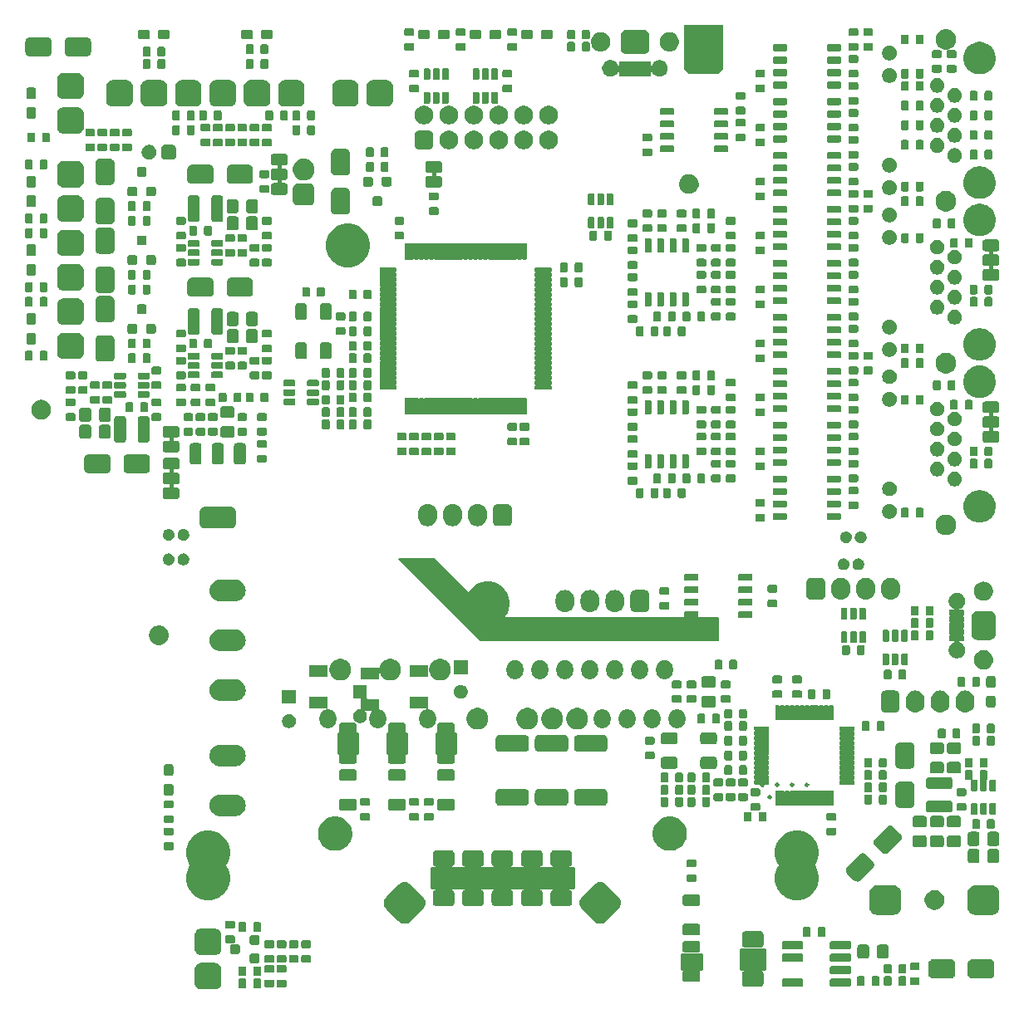
<source format=gbr>
G04 #@! TF.GenerationSoftware,KiCad,Pcbnew,(5.1.5)-3*
G04 #@! TF.CreationDate,2019-12-16T11:44:48+01:00*
G04 #@! TF.ProjectId,stmbl_4.0,73746d62-6c5f-4342-9e30-2e6b69636164,rev?*
G04 #@! TF.SameCoordinates,PXbcd3d80PY2f71ff0*
G04 #@! TF.FileFunction,Soldermask,Top*
G04 #@! TF.FilePolarity,Negative*
%FSLAX46Y46*%
G04 Gerber Fmt 4.6, Leading zero omitted, Abs format (unit mm)*
G04 Created by KiCad (PCBNEW (5.1.5)-3) date 2019-12-16 11:44:48*
%MOMM*%
%LPD*%
G04 APERTURE LIST*
%ADD10C,0.250000*%
%ADD11C,0.150000*%
%ADD12C,0.450000*%
%ADD13C,0.100000*%
G04 APERTURE END LIST*
D10*
G36*
X-30750000Y-96250000D02*
G01*
X-32750000Y-96250000D01*
X-32750000Y-94750000D01*
X-30750000Y-94750000D01*
X-30750000Y-96250000D01*
G37*
X-30750000Y-96250000D02*
X-32750000Y-96250000D01*
X-32750000Y-94750000D01*
X-30750000Y-94750000D01*
X-30750000Y-96250000D01*
G36*
X-55750000Y-74250000D02*
G01*
X-57750000Y-74250000D01*
X-57750000Y-72250000D01*
X-55750000Y-72250000D01*
X-55750000Y-74250000D01*
G37*
X-55750000Y-74250000D02*
X-57750000Y-74250000D01*
X-57750000Y-72250000D01*
X-55750000Y-72250000D01*
X-55750000Y-74250000D01*
G36*
X-60750000Y-74250000D02*
G01*
X-62750000Y-74250000D01*
X-62750000Y-72250000D01*
X-60750000Y-72250000D01*
X-60750000Y-74250000D01*
G37*
X-60750000Y-74250000D02*
X-62750000Y-74250000D01*
X-62750000Y-72250000D01*
X-60750000Y-72250000D01*
X-60750000Y-74250000D01*
G36*
X-65750000Y-74250000D02*
G01*
X-67750000Y-74250000D01*
X-67750000Y-72250000D01*
X-65750000Y-72250000D01*
X-65750000Y-74250000D01*
G37*
X-65750000Y-74250000D02*
X-67750000Y-74250000D01*
X-67750000Y-72250000D01*
X-65750000Y-72250000D01*
X-65750000Y-74250000D01*
D11*
G36*
X-52000000Y-60500000D02*
G01*
X-29000000Y-60500000D01*
X-29000000Y-62750000D01*
X-53250000Y-62750000D01*
X-61500000Y-54500000D01*
X-58000000Y-54500000D01*
X-52000000Y-60500000D01*
G37*
X-52000000Y-60500000D02*
X-29000000Y-60500000D01*
X-29000000Y-62750000D01*
X-53250000Y-62750000D01*
X-61500000Y-54500000D01*
X-58000000Y-54500000D01*
X-52000000Y-60500000D01*
D10*
X-19850000Y-77500000D02*
G75*
G03X-19850000Y-77500000I-150000J0D01*
G01*
X-23600000Y-78750000D02*
G75*
G03X-23600000Y-78750000I-150000J0D01*
G01*
X-24350000Y-77500000D02*
G75*
G03X-24350000Y-77500000I-150000J0D01*
G01*
X-21350000Y-77500000D02*
G75*
G03X-21350000Y-77500000I-150000J0D01*
G01*
X-22850000Y-77500000D02*
G75*
G03X-22850000Y-77500000I-150000J0D01*
G01*
G36*
X-24250000Y-96250000D02*
G01*
X-26750000Y-96250000D01*
X-26750000Y-94250000D01*
X-24250000Y-94250000D01*
X-24250000Y-96250000D01*
G37*
X-24250000Y-96250000D02*
X-26750000Y-96250000D01*
X-26750000Y-94250000D01*
X-24250000Y-94250000D01*
X-24250000Y-96250000D01*
G36*
X-43750000Y-88000000D02*
G01*
X-58250000Y-88000000D01*
X-58250000Y-86000000D01*
X-43750000Y-86000000D01*
X-43750000Y-88000000D01*
G37*
X-43750000Y-88000000D02*
X-58250000Y-88000000D01*
X-58250000Y-86000000D01*
X-43750000Y-86000000D01*
X-43750000Y-88000000D01*
D12*
X-58000000Y-14500000D02*
X-58000000Y-16000000D01*
X-84750000Y-43000000D02*
X-84750000Y-41500000D01*
X-84750000Y-44750000D02*
X-84750000Y-46250000D01*
X-84750000Y-46250000D02*
X-84750000Y-47750000D01*
X-1250000Y-39000000D02*
X-1250000Y-40500000D01*
X-1250000Y-40500000D02*
X-1250000Y-42000000D01*
X-73750000Y-16750000D02*
X-73750000Y-15250000D01*
X-73750000Y-15250000D02*
X-73750000Y-13750000D01*
X-1250000Y-22500000D02*
X-1250000Y-24000000D01*
X-1250000Y-24000000D02*
X-1250000Y-25500000D01*
D13*
G36*
X-80173239Y-95662726D02*
G01*
X-80051347Y-95699702D01*
X-79939016Y-95759744D01*
X-79840552Y-95840552D01*
X-79759744Y-95939016D01*
X-79699702Y-96051347D01*
X-79662726Y-96173239D01*
X-79650000Y-96302454D01*
X-79650000Y-97697546D01*
X-79662726Y-97826761D01*
X-79699702Y-97948653D01*
X-79759744Y-98060984D01*
X-79840552Y-98159448D01*
X-79939016Y-98240256D01*
X-80051347Y-98300298D01*
X-80173239Y-98337274D01*
X-80302454Y-98350000D01*
X-81697546Y-98350000D01*
X-81826761Y-98337274D01*
X-81948653Y-98300298D01*
X-82060984Y-98240256D01*
X-82159448Y-98159448D01*
X-82240256Y-98060984D01*
X-82300298Y-97948653D01*
X-82337274Y-97826761D01*
X-82350000Y-97697546D01*
X-82350000Y-96302454D01*
X-82337274Y-96173239D01*
X-82300298Y-96051347D01*
X-82240256Y-95939016D01*
X-82159448Y-95840552D01*
X-82060984Y-95759744D01*
X-81948653Y-95699702D01*
X-81826761Y-95662726D01*
X-81697546Y-95650000D01*
X-80302454Y-95650000D01*
X-80173239Y-95662726D01*
G37*
G36*
X-75743895Y-97253551D02*
G01*
X-75711578Y-97263355D01*
X-75681797Y-97279273D01*
X-75655694Y-97300694D01*
X-75634273Y-97326797D01*
X-75618355Y-97356578D01*
X-75608551Y-97388895D01*
X-75605000Y-97424954D01*
X-75605000Y-98075046D01*
X-75608551Y-98111105D01*
X-75618355Y-98143422D01*
X-75634273Y-98173203D01*
X-75655694Y-98199306D01*
X-75681797Y-98220727D01*
X-75711578Y-98236645D01*
X-75743895Y-98246449D01*
X-75779954Y-98250000D01*
X-76220046Y-98250000D01*
X-76256105Y-98246449D01*
X-76288422Y-98236645D01*
X-76318203Y-98220727D01*
X-76344306Y-98199306D01*
X-76365727Y-98173203D01*
X-76381645Y-98143422D01*
X-76391449Y-98111105D01*
X-76395000Y-98075046D01*
X-76395000Y-97424954D01*
X-76391449Y-97388895D01*
X-76381645Y-97356578D01*
X-76365727Y-97326797D01*
X-76344306Y-97300694D01*
X-76318203Y-97279273D01*
X-76288422Y-97263355D01*
X-76256105Y-97253551D01*
X-76220046Y-97250000D01*
X-75779954Y-97250000D01*
X-75743895Y-97253551D01*
G37*
G36*
X-77243895Y-97253551D02*
G01*
X-77211578Y-97263355D01*
X-77181797Y-97279273D01*
X-77155694Y-97300694D01*
X-77134273Y-97326797D01*
X-77118355Y-97356578D01*
X-77108551Y-97388895D01*
X-77105000Y-97424954D01*
X-77105000Y-98075046D01*
X-77108551Y-98111105D01*
X-77118355Y-98143422D01*
X-77134273Y-98173203D01*
X-77155694Y-98199306D01*
X-77181797Y-98220727D01*
X-77211578Y-98236645D01*
X-77243895Y-98246449D01*
X-77279954Y-98250000D01*
X-77720046Y-98250000D01*
X-77756105Y-98246449D01*
X-77788422Y-98236645D01*
X-77818203Y-98220727D01*
X-77844306Y-98199306D01*
X-77865727Y-98173203D01*
X-77881645Y-98143422D01*
X-77891449Y-98111105D01*
X-77895000Y-98075046D01*
X-77895000Y-97424954D01*
X-77891449Y-97388895D01*
X-77881645Y-97356578D01*
X-77865727Y-97326797D01*
X-77844306Y-97300694D01*
X-77818203Y-97279273D01*
X-77788422Y-97263355D01*
X-77756105Y-97253551D01*
X-77720046Y-97250000D01*
X-77279954Y-97250000D01*
X-77243895Y-97253551D01*
G37*
G36*
X-74388895Y-97358551D02*
G01*
X-74356578Y-97368355D01*
X-74326797Y-97384273D01*
X-74300694Y-97405694D01*
X-74279273Y-97431797D01*
X-74263355Y-97461578D01*
X-74253551Y-97493895D01*
X-74250000Y-97529954D01*
X-74250000Y-97970046D01*
X-74253551Y-98006105D01*
X-74263355Y-98038422D01*
X-74279273Y-98068203D01*
X-74300694Y-98094306D01*
X-74326797Y-98115727D01*
X-74356578Y-98131645D01*
X-74388895Y-98141449D01*
X-74424954Y-98145000D01*
X-75075046Y-98145000D01*
X-75111105Y-98141449D01*
X-75143422Y-98131645D01*
X-75173203Y-98115727D01*
X-75199306Y-98094306D01*
X-75220727Y-98068203D01*
X-75236645Y-98038422D01*
X-75246449Y-98006105D01*
X-75250000Y-97970046D01*
X-75250000Y-97529954D01*
X-75246449Y-97493895D01*
X-75236645Y-97461578D01*
X-75220727Y-97431797D01*
X-75199306Y-97405694D01*
X-75173203Y-97384273D01*
X-75143422Y-97368355D01*
X-75111105Y-97358551D01*
X-75075046Y-97355000D01*
X-74424954Y-97355000D01*
X-74388895Y-97358551D01*
G37*
G36*
X-73138895Y-97358551D02*
G01*
X-73106578Y-97368355D01*
X-73076797Y-97384273D01*
X-73050694Y-97405694D01*
X-73029273Y-97431797D01*
X-73013355Y-97461578D01*
X-73003551Y-97493895D01*
X-73000000Y-97529954D01*
X-73000000Y-97970046D01*
X-73003551Y-98006105D01*
X-73013355Y-98038422D01*
X-73029273Y-98068203D01*
X-73050694Y-98094306D01*
X-73076797Y-98115727D01*
X-73106578Y-98131645D01*
X-73138895Y-98141449D01*
X-73174954Y-98145000D01*
X-73825046Y-98145000D01*
X-73861105Y-98141449D01*
X-73893422Y-98131645D01*
X-73923203Y-98115727D01*
X-73949306Y-98094306D01*
X-73970727Y-98068203D01*
X-73986645Y-98038422D01*
X-73996449Y-98006105D01*
X-74000000Y-97970046D01*
X-74000000Y-97529954D01*
X-73996449Y-97493895D01*
X-73986645Y-97461578D01*
X-73970727Y-97431797D01*
X-73949306Y-97405694D01*
X-73923203Y-97384273D01*
X-73893422Y-97368355D01*
X-73861105Y-97358551D01*
X-73825046Y-97355000D01*
X-73174954Y-97355000D01*
X-73138895Y-97358551D01*
G37*
G36*
X-24722012Y-96407923D02*
G01*
X-24647020Y-96430671D01*
X-24577907Y-96467614D01*
X-24517329Y-96517329D01*
X-24467614Y-96577907D01*
X-24430671Y-96647020D01*
X-24407923Y-96722012D01*
X-24400000Y-96802454D01*
X-24400000Y-97697546D01*
X-24407923Y-97777988D01*
X-24430671Y-97852980D01*
X-24467614Y-97922093D01*
X-24517329Y-97982671D01*
X-24577907Y-98032386D01*
X-24647020Y-98069329D01*
X-24722012Y-98092077D01*
X-24802454Y-98100000D01*
X-26197546Y-98100000D01*
X-26277988Y-98092077D01*
X-26352980Y-98069329D01*
X-26422093Y-98032386D01*
X-26482671Y-97982671D01*
X-26532386Y-97922093D01*
X-26569329Y-97852980D01*
X-26592077Y-97777988D01*
X-26600000Y-97697546D01*
X-26600000Y-96802454D01*
X-26592077Y-96722012D01*
X-26569329Y-96647020D01*
X-26532386Y-96577907D01*
X-26482671Y-96517329D01*
X-26422093Y-96467614D01*
X-26352980Y-96430671D01*
X-26277988Y-96407923D01*
X-26197546Y-96400000D01*
X-24802454Y-96400000D01*
X-24722012Y-96407923D01*
G37*
G36*
X-15590908Y-97258599D02*
G01*
X-15558122Y-97268545D01*
X-15527911Y-97284693D01*
X-15501428Y-97306428D01*
X-15479693Y-97332911D01*
X-15463545Y-97363122D01*
X-15453599Y-97395908D01*
X-15450000Y-97432453D01*
X-15450000Y-97877547D01*
X-15453599Y-97914092D01*
X-15463545Y-97946878D01*
X-15479693Y-97977089D01*
X-15501428Y-98003572D01*
X-15527911Y-98025307D01*
X-15558122Y-98041455D01*
X-15590908Y-98051401D01*
X-15627453Y-98055000D01*
X-17472547Y-98055000D01*
X-17509092Y-98051401D01*
X-17541878Y-98041455D01*
X-17572089Y-98025307D01*
X-17598572Y-98003572D01*
X-17620307Y-97977089D01*
X-17636455Y-97946878D01*
X-17646401Y-97914092D01*
X-17650000Y-97877547D01*
X-17650000Y-97432453D01*
X-17646401Y-97395908D01*
X-17636455Y-97363122D01*
X-17620307Y-97332911D01*
X-17598572Y-97306428D01*
X-17572089Y-97284693D01*
X-17541878Y-97268545D01*
X-17509092Y-97258599D01*
X-17472547Y-97255000D01*
X-15627453Y-97255000D01*
X-15590908Y-97258599D01*
G37*
G36*
X-20490908Y-97258599D02*
G01*
X-20458122Y-97268545D01*
X-20427911Y-97284693D01*
X-20401428Y-97306428D01*
X-20379693Y-97332911D01*
X-20363545Y-97363122D01*
X-20353599Y-97395908D01*
X-20350000Y-97432453D01*
X-20350000Y-97877547D01*
X-20353599Y-97914092D01*
X-20363545Y-97946878D01*
X-20379693Y-97977089D01*
X-20401428Y-98003572D01*
X-20427911Y-98025307D01*
X-20458122Y-98041455D01*
X-20490908Y-98051401D01*
X-20527453Y-98055000D01*
X-22372547Y-98055000D01*
X-22409092Y-98051401D01*
X-22441878Y-98041455D01*
X-22472089Y-98025307D01*
X-22498572Y-98003572D01*
X-22520307Y-97977089D01*
X-22536455Y-97946878D01*
X-22546401Y-97914092D01*
X-22550000Y-97877547D01*
X-22550000Y-97432453D01*
X-22546401Y-97395908D01*
X-22536455Y-97363122D01*
X-22520307Y-97332911D01*
X-22498572Y-97306428D01*
X-22472089Y-97284693D01*
X-22441878Y-97268545D01*
X-22409092Y-97258599D01*
X-22372547Y-97255000D01*
X-20527453Y-97255000D01*
X-20490908Y-97258599D01*
G37*
G36*
X-14243895Y-97003551D02*
G01*
X-14211578Y-97013355D01*
X-14181797Y-97029273D01*
X-14155694Y-97050694D01*
X-14134273Y-97076797D01*
X-14118355Y-97106578D01*
X-14108551Y-97138895D01*
X-14105000Y-97174954D01*
X-14105000Y-97825046D01*
X-14108551Y-97861105D01*
X-14118355Y-97893422D01*
X-14134273Y-97923203D01*
X-14155694Y-97949306D01*
X-14181797Y-97970727D01*
X-14211578Y-97986645D01*
X-14243895Y-97996449D01*
X-14279954Y-98000000D01*
X-14720046Y-98000000D01*
X-14756105Y-97996449D01*
X-14788422Y-97986645D01*
X-14818203Y-97970727D01*
X-14844306Y-97949306D01*
X-14865727Y-97923203D01*
X-14881645Y-97893422D01*
X-14891449Y-97861105D01*
X-14895000Y-97825046D01*
X-14895000Y-97174954D01*
X-14891449Y-97138895D01*
X-14881645Y-97106578D01*
X-14865727Y-97076797D01*
X-14844306Y-97050694D01*
X-14818203Y-97029273D01*
X-14788422Y-97013355D01*
X-14756105Y-97003551D01*
X-14720046Y-97000000D01*
X-14279954Y-97000000D01*
X-14243895Y-97003551D01*
G37*
G36*
X-12743895Y-97003551D02*
G01*
X-12711578Y-97013355D01*
X-12681797Y-97029273D01*
X-12655694Y-97050694D01*
X-12634273Y-97076797D01*
X-12618355Y-97106578D01*
X-12608551Y-97138895D01*
X-12605000Y-97174954D01*
X-12605000Y-97825046D01*
X-12608551Y-97861105D01*
X-12618355Y-97893422D01*
X-12634273Y-97923203D01*
X-12655694Y-97949306D01*
X-12681797Y-97970727D01*
X-12711578Y-97986645D01*
X-12743895Y-97996449D01*
X-12779954Y-98000000D01*
X-13220046Y-98000000D01*
X-13256105Y-97996449D01*
X-13288422Y-97986645D01*
X-13318203Y-97970727D01*
X-13344306Y-97949306D01*
X-13365727Y-97923203D01*
X-13381645Y-97893422D01*
X-13391449Y-97861105D01*
X-13395000Y-97825046D01*
X-13395000Y-97174954D01*
X-13391449Y-97138895D01*
X-13381645Y-97106578D01*
X-13365727Y-97076797D01*
X-13344306Y-97050694D01*
X-13318203Y-97029273D01*
X-13288422Y-97013355D01*
X-13256105Y-97003551D01*
X-13220046Y-97000000D01*
X-12779954Y-97000000D01*
X-12743895Y-97003551D01*
G37*
G36*
X-9993895Y-97003551D02*
G01*
X-9961578Y-97013355D01*
X-9931797Y-97029273D01*
X-9905694Y-97050694D01*
X-9884273Y-97076797D01*
X-9868355Y-97106578D01*
X-9858551Y-97138895D01*
X-9855000Y-97174954D01*
X-9855000Y-97825046D01*
X-9858551Y-97861105D01*
X-9868355Y-97893422D01*
X-9884273Y-97923203D01*
X-9905694Y-97949306D01*
X-9931797Y-97970727D01*
X-9961578Y-97986645D01*
X-9993895Y-97996449D01*
X-10029954Y-98000000D01*
X-10470046Y-98000000D01*
X-10506105Y-97996449D01*
X-10538422Y-97986645D01*
X-10568203Y-97970727D01*
X-10594306Y-97949306D01*
X-10615727Y-97923203D01*
X-10631645Y-97893422D01*
X-10641449Y-97861105D01*
X-10645000Y-97825046D01*
X-10645000Y-97174954D01*
X-10641449Y-97138895D01*
X-10631645Y-97106578D01*
X-10615727Y-97076797D01*
X-10594306Y-97050694D01*
X-10568203Y-97029273D01*
X-10538422Y-97013355D01*
X-10506105Y-97003551D01*
X-10470046Y-97000000D01*
X-10029954Y-97000000D01*
X-9993895Y-97003551D01*
G37*
G36*
X-11493895Y-97003551D02*
G01*
X-11461578Y-97013355D01*
X-11431797Y-97029273D01*
X-11405694Y-97050694D01*
X-11384273Y-97076797D01*
X-11368355Y-97106578D01*
X-11358551Y-97138895D01*
X-11355000Y-97174954D01*
X-11355000Y-97825046D01*
X-11358551Y-97861105D01*
X-11368355Y-97893422D01*
X-11384273Y-97923203D01*
X-11405694Y-97949306D01*
X-11431797Y-97970727D01*
X-11461578Y-97986645D01*
X-11493895Y-97996449D01*
X-11529954Y-98000000D01*
X-11970046Y-98000000D01*
X-12006105Y-97996449D01*
X-12038422Y-97986645D01*
X-12068203Y-97970727D01*
X-12094306Y-97949306D01*
X-12115727Y-97923203D01*
X-12131645Y-97893422D01*
X-12141449Y-97861105D01*
X-12145000Y-97825046D01*
X-12145000Y-97174954D01*
X-12141449Y-97138895D01*
X-12131645Y-97106578D01*
X-12115727Y-97076797D01*
X-12094306Y-97050694D01*
X-12068203Y-97029273D01*
X-12038422Y-97013355D01*
X-12006105Y-97003551D01*
X-11970046Y-97000000D01*
X-11529954Y-97000000D01*
X-11493895Y-97003551D01*
G37*
G36*
X-8638895Y-97108551D02*
G01*
X-8606578Y-97118355D01*
X-8576797Y-97134273D01*
X-8550694Y-97155694D01*
X-8529273Y-97181797D01*
X-8513355Y-97211578D01*
X-8503551Y-97243895D01*
X-8500000Y-97279954D01*
X-8500000Y-97720046D01*
X-8503551Y-97756105D01*
X-8513355Y-97788422D01*
X-8529273Y-97818203D01*
X-8550694Y-97844306D01*
X-8576797Y-97865727D01*
X-8606578Y-97881645D01*
X-8638895Y-97891449D01*
X-8674954Y-97895000D01*
X-9325046Y-97895000D01*
X-9361105Y-97891449D01*
X-9393422Y-97881645D01*
X-9423203Y-97865727D01*
X-9449306Y-97844306D01*
X-9470727Y-97818203D01*
X-9486645Y-97788422D01*
X-9496449Y-97756105D01*
X-9500000Y-97720046D01*
X-9500000Y-97279954D01*
X-9496449Y-97243895D01*
X-9486645Y-97211578D01*
X-9470727Y-97181797D01*
X-9449306Y-97155694D01*
X-9423203Y-97134273D01*
X-9393422Y-97118355D01*
X-9361105Y-97108551D01*
X-9325046Y-97105000D01*
X-8674954Y-97105000D01*
X-8638895Y-97108551D01*
G37*
G36*
X-31071398Y-96405521D02*
G01*
X-31019853Y-96421157D01*
X-30972355Y-96446545D01*
X-30930717Y-96480717D01*
X-30896545Y-96522355D01*
X-30871157Y-96569853D01*
X-30855521Y-96621398D01*
X-30850000Y-96677454D01*
X-30850000Y-97322546D01*
X-30855521Y-97378602D01*
X-30871157Y-97430147D01*
X-30896545Y-97477645D01*
X-30930717Y-97519283D01*
X-30972355Y-97553455D01*
X-31019853Y-97578843D01*
X-31071398Y-97594479D01*
X-31127454Y-97600000D01*
X-32372546Y-97600000D01*
X-32428602Y-97594479D01*
X-32480147Y-97578843D01*
X-32527645Y-97553455D01*
X-32569283Y-97519283D01*
X-32603455Y-97477645D01*
X-32628843Y-97430147D01*
X-32644479Y-97378602D01*
X-32650000Y-97322546D01*
X-32650000Y-96677454D01*
X-32644479Y-96621398D01*
X-32628843Y-96569853D01*
X-32603455Y-96522355D01*
X-32569283Y-96480717D01*
X-32527645Y-96446545D01*
X-32480147Y-96421157D01*
X-32428602Y-96405521D01*
X-32372546Y-96400000D01*
X-31127454Y-96400000D01*
X-31071398Y-96405521D01*
G37*
G36*
X-5272318Y-95284124D02*
G01*
X-5185600Y-95310430D01*
X-5105685Y-95353145D01*
X-5035634Y-95410634D01*
X-4978145Y-95480685D01*
X-4935430Y-95560600D01*
X-4909124Y-95647318D01*
X-4900000Y-95739954D01*
X-4900000Y-96760046D01*
X-4909124Y-96852682D01*
X-4935430Y-96939400D01*
X-4978145Y-97019315D01*
X-5035634Y-97089366D01*
X-5105685Y-97146855D01*
X-5185600Y-97189570D01*
X-5272318Y-97215876D01*
X-5364954Y-97225000D01*
X-7135046Y-97225000D01*
X-7227682Y-97215876D01*
X-7314400Y-97189570D01*
X-7394315Y-97146855D01*
X-7464366Y-97089366D01*
X-7521855Y-97019315D01*
X-7564570Y-96939400D01*
X-7590876Y-96852682D01*
X-7600000Y-96760046D01*
X-7600000Y-95739954D01*
X-7590876Y-95647318D01*
X-7564570Y-95560600D01*
X-7521855Y-95480685D01*
X-7464366Y-95410634D01*
X-7394315Y-95353145D01*
X-7314400Y-95310430D01*
X-7227682Y-95284124D01*
X-7135046Y-95275000D01*
X-5364954Y-95275000D01*
X-5272318Y-95284124D01*
G37*
G36*
X-1272318Y-95284124D02*
G01*
X-1185600Y-95310430D01*
X-1105685Y-95353145D01*
X-1035634Y-95410634D01*
X-978145Y-95480685D01*
X-935430Y-95560600D01*
X-909124Y-95647318D01*
X-900000Y-95739954D01*
X-900000Y-96760046D01*
X-909124Y-96852682D01*
X-935430Y-96939400D01*
X-978145Y-97019315D01*
X-1035634Y-97089366D01*
X-1105685Y-97146855D01*
X-1185600Y-97189570D01*
X-1272318Y-97215876D01*
X-1364954Y-97225000D01*
X-3135046Y-97225000D01*
X-3227682Y-97215876D01*
X-3314400Y-97189570D01*
X-3394315Y-97146855D01*
X-3464366Y-97089366D01*
X-3521855Y-97019315D01*
X-3564570Y-96939400D01*
X-3590876Y-96852682D01*
X-3600000Y-96760046D01*
X-3600000Y-95739954D01*
X-3590876Y-95647318D01*
X-3564570Y-95560600D01*
X-3521855Y-95480685D01*
X-3464366Y-95410634D01*
X-3394315Y-95353145D01*
X-3314400Y-95310430D01*
X-3227682Y-95284124D01*
X-3135046Y-95275000D01*
X-1364954Y-95275000D01*
X-1272318Y-95284124D01*
G37*
G36*
X-75743895Y-96003551D02*
G01*
X-75711578Y-96013355D01*
X-75681797Y-96029273D01*
X-75655694Y-96050694D01*
X-75634273Y-96076797D01*
X-75618355Y-96106578D01*
X-75608551Y-96138895D01*
X-75605000Y-96174954D01*
X-75605000Y-96825046D01*
X-75608551Y-96861105D01*
X-75618355Y-96893422D01*
X-75634273Y-96923203D01*
X-75655694Y-96949306D01*
X-75681797Y-96970727D01*
X-75711578Y-96986645D01*
X-75743895Y-96996449D01*
X-75779954Y-97000000D01*
X-76220046Y-97000000D01*
X-76256105Y-96996449D01*
X-76288422Y-96986645D01*
X-76318203Y-96970727D01*
X-76344306Y-96949306D01*
X-76365727Y-96923203D01*
X-76381645Y-96893422D01*
X-76391449Y-96861105D01*
X-76395000Y-96825046D01*
X-76395000Y-96174954D01*
X-76391449Y-96138895D01*
X-76381645Y-96106578D01*
X-76365727Y-96076797D01*
X-76344306Y-96050694D01*
X-76318203Y-96029273D01*
X-76288422Y-96013355D01*
X-76256105Y-96003551D01*
X-76220046Y-96000000D01*
X-75779954Y-96000000D01*
X-75743895Y-96003551D01*
G37*
G36*
X-77243895Y-96003551D02*
G01*
X-77211578Y-96013355D01*
X-77181797Y-96029273D01*
X-77155694Y-96050694D01*
X-77134273Y-96076797D01*
X-77118355Y-96106578D01*
X-77108551Y-96138895D01*
X-77105000Y-96174954D01*
X-77105000Y-96825046D01*
X-77108551Y-96861105D01*
X-77118355Y-96893422D01*
X-77134273Y-96923203D01*
X-77155694Y-96949306D01*
X-77181797Y-96970727D01*
X-77211578Y-96986645D01*
X-77243895Y-96996449D01*
X-77279954Y-97000000D01*
X-77720046Y-97000000D01*
X-77756105Y-96996449D01*
X-77788422Y-96986645D01*
X-77818203Y-96970727D01*
X-77844306Y-96949306D01*
X-77865727Y-96923203D01*
X-77881645Y-96893422D01*
X-77891449Y-96861105D01*
X-77895000Y-96825046D01*
X-77895000Y-96174954D01*
X-77891449Y-96138895D01*
X-77881645Y-96106578D01*
X-77865727Y-96076797D01*
X-77844306Y-96050694D01*
X-77818203Y-96029273D01*
X-77788422Y-96013355D01*
X-77756105Y-96003551D01*
X-77720046Y-96000000D01*
X-77279954Y-96000000D01*
X-77243895Y-96003551D01*
G37*
G36*
X-15590908Y-95988599D02*
G01*
X-15558122Y-95998545D01*
X-15527911Y-96014693D01*
X-15501428Y-96036428D01*
X-15479693Y-96062911D01*
X-15463545Y-96093122D01*
X-15453599Y-96125908D01*
X-15450000Y-96162453D01*
X-15450000Y-96607547D01*
X-15453599Y-96644092D01*
X-15463545Y-96676878D01*
X-15479693Y-96707089D01*
X-15501428Y-96733572D01*
X-15527911Y-96755307D01*
X-15558122Y-96771455D01*
X-15590908Y-96781401D01*
X-15627453Y-96785000D01*
X-17472547Y-96785000D01*
X-17509092Y-96781401D01*
X-17541878Y-96771455D01*
X-17572089Y-96755307D01*
X-17598572Y-96733572D01*
X-17620307Y-96707089D01*
X-17636455Y-96676878D01*
X-17646401Y-96644092D01*
X-17650000Y-96607547D01*
X-17650000Y-96162453D01*
X-17646401Y-96125908D01*
X-17636455Y-96093122D01*
X-17620307Y-96062911D01*
X-17598572Y-96036428D01*
X-17572089Y-96014693D01*
X-17541878Y-95998545D01*
X-17509092Y-95988599D01*
X-17472547Y-95985000D01*
X-15627453Y-95985000D01*
X-15590908Y-95988599D01*
G37*
G36*
X-11493895Y-95753551D02*
G01*
X-11461578Y-95763355D01*
X-11431797Y-95779273D01*
X-11405694Y-95800694D01*
X-11384273Y-95826797D01*
X-11368355Y-95856578D01*
X-11358551Y-95888895D01*
X-11355000Y-95924954D01*
X-11355000Y-96575046D01*
X-11358551Y-96611105D01*
X-11368355Y-96643422D01*
X-11384273Y-96673203D01*
X-11405694Y-96699306D01*
X-11431797Y-96720727D01*
X-11461578Y-96736645D01*
X-11493895Y-96746449D01*
X-11529954Y-96750000D01*
X-11970046Y-96750000D01*
X-12006105Y-96746449D01*
X-12038422Y-96736645D01*
X-12068203Y-96720727D01*
X-12094306Y-96699306D01*
X-12115727Y-96673203D01*
X-12131645Y-96643422D01*
X-12141449Y-96611105D01*
X-12145000Y-96575046D01*
X-12145000Y-95924954D01*
X-12141449Y-95888895D01*
X-12131645Y-95856578D01*
X-12115727Y-95826797D01*
X-12094306Y-95800694D01*
X-12068203Y-95779273D01*
X-12038422Y-95763355D01*
X-12006105Y-95753551D01*
X-11970046Y-95750000D01*
X-11529954Y-95750000D01*
X-11493895Y-95753551D01*
G37*
G36*
X-9993895Y-95753551D02*
G01*
X-9961578Y-95763355D01*
X-9931797Y-95779273D01*
X-9905694Y-95800694D01*
X-9884273Y-95826797D01*
X-9868355Y-95856578D01*
X-9858551Y-95888895D01*
X-9855000Y-95924954D01*
X-9855000Y-96575046D01*
X-9858551Y-96611105D01*
X-9868355Y-96643422D01*
X-9884273Y-96673203D01*
X-9905694Y-96699306D01*
X-9931797Y-96720727D01*
X-9961578Y-96736645D01*
X-9993895Y-96746449D01*
X-10029954Y-96750000D01*
X-10470046Y-96750000D01*
X-10506105Y-96746449D01*
X-10538422Y-96736645D01*
X-10568203Y-96720727D01*
X-10594306Y-96699306D01*
X-10615727Y-96673203D01*
X-10631645Y-96643422D01*
X-10641449Y-96611105D01*
X-10645000Y-96575046D01*
X-10645000Y-95924954D01*
X-10641449Y-95888895D01*
X-10631645Y-95856578D01*
X-10615727Y-95826797D01*
X-10594306Y-95800694D01*
X-10568203Y-95779273D01*
X-10538422Y-95763355D01*
X-10506105Y-95753551D01*
X-10470046Y-95750000D01*
X-10029954Y-95750000D01*
X-9993895Y-95753551D01*
G37*
G36*
X-73138895Y-95858551D02*
G01*
X-73106578Y-95868355D01*
X-73076797Y-95884273D01*
X-73050694Y-95905694D01*
X-73029273Y-95931797D01*
X-73013355Y-95961578D01*
X-73003551Y-95993895D01*
X-73000000Y-96029954D01*
X-73000000Y-96470046D01*
X-73003551Y-96506105D01*
X-73013355Y-96538422D01*
X-73029273Y-96568203D01*
X-73050694Y-96594306D01*
X-73076797Y-96615727D01*
X-73106578Y-96631645D01*
X-73138895Y-96641449D01*
X-73174954Y-96645000D01*
X-73825046Y-96645000D01*
X-73861105Y-96641449D01*
X-73893422Y-96631645D01*
X-73923203Y-96615727D01*
X-73949306Y-96594306D01*
X-73970727Y-96568203D01*
X-73986645Y-96538422D01*
X-73996449Y-96506105D01*
X-74000000Y-96470046D01*
X-74000000Y-96029954D01*
X-73996449Y-95993895D01*
X-73986645Y-95961578D01*
X-73970727Y-95931797D01*
X-73949306Y-95905694D01*
X-73923203Y-95884273D01*
X-73893422Y-95868355D01*
X-73861105Y-95858551D01*
X-73825046Y-95855000D01*
X-73174954Y-95855000D01*
X-73138895Y-95858551D01*
G37*
G36*
X-74388895Y-95858551D02*
G01*
X-74356578Y-95868355D01*
X-74326797Y-95884273D01*
X-74300694Y-95905694D01*
X-74279273Y-95931797D01*
X-74263355Y-95961578D01*
X-74253551Y-95993895D01*
X-74250000Y-96029954D01*
X-74250000Y-96470046D01*
X-74253551Y-96506105D01*
X-74263355Y-96538422D01*
X-74279273Y-96568203D01*
X-74300694Y-96594306D01*
X-74326797Y-96615727D01*
X-74356578Y-96631645D01*
X-74388895Y-96641449D01*
X-74424954Y-96645000D01*
X-75075046Y-96645000D01*
X-75111105Y-96641449D01*
X-75143422Y-96631645D01*
X-75173203Y-96615727D01*
X-75199306Y-96594306D01*
X-75220727Y-96568203D01*
X-75236645Y-96538422D01*
X-75246449Y-96506105D01*
X-75250000Y-96470046D01*
X-75250000Y-96029954D01*
X-75246449Y-95993895D01*
X-75236645Y-95961578D01*
X-75220727Y-95931797D01*
X-75199306Y-95905694D01*
X-75173203Y-95884273D01*
X-75143422Y-95868355D01*
X-75111105Y-95858551D01*
X-75075046Y-95855000D01*
X-74424954Y-95855000D01*
X-74388895Y-95858551D01*
G37*
G36*
X-8638895Y-95608551D02*
G01*
X-8606578Y-95618355D01*
X-8576797Y-95634273D01*
X-8550694Y-95655694D01*
X-8529273Y-95681797D01*
X-8513355Y-95711578D01*
X-8503551Y-95743895D01*
X-8500000Y-95779954D01*
X-8500000Y-96220046D01*
X-8503551Y-96256105D01*
X-8513355Y-96288422D01*
X-8529273Y-96318203D01*
X-8550694Y-96344306D01*
X-8576797Y-96365727D01*
X-8606578Y-96381645D01*
X-8638895Y-96391449D01*
X-8674954Y-96395000D01*
X-9325046Y-96395000D01*
X-9361105Y-96391449D01*
X-9393422Y-96381645D01*
X-9423203Y-96365727D01*
X-9449306Y-96344306D01*
X-9470727Y-96318203D01*
X-9486645Y-96288422D01*
X-9496449Y-96256105D01*
X-9500000Y-96220046D01*
X-9500000Y-95779954D01*
X-9496449Y-95743895D01*
X-9486645Y-95711578D01*
X-9470727Y-95681797D01*
X-9449306Y-95655694D01*
X-9423203Y-95634273D01*
X-9393422Y-95618355D01*
X-9361105Y-95608551D01*
X-9325046Y-95605000D01*
X-8674954Y-95605000D01*
X-8638895Y-95608551D01*
G37*
G36*
X-75930362Y-94704511D02*
G01*
X-75888193Y-94717303D01*
X-75849335Y-94738073D01*
X-75815270Y-94766030D01*
X-75787313Y-94800095D01*
X-75766543Y-94838953D01*
X-75753751Y-94881122D01*
X-75749190Y-94927429D01*
X-75749190Y-95472571D01*
X-75753751Y-95518878D01*
X-75766543Y-95561047D01*
X-75787313Y-95599905D01*
X-75815270Y-95633970D01*
X-75849335Y-95661927D01*
X-75888193Y-95682697D01*
X-75930362Y-95695489D01*
X-75976669Y-95700050D01*
X-76521811Y-95700050D01*
X-76568118Y-95695489D01*
X-76610287Y-95682697D01*
X-76649145Y-95661927D01*
X-76683210Y-95633970D01*
X-76711167Y-95599905D01*
X-76731937Y-95561047D01*
X-76744729Y-95518878D01*
X-76749290Y-95472571D01*
X-76749290Y-94927429D01*
X-76744729Y-94881122D01*
X-76731937Y-94838953D01*
X-76711167Y-94800095D01*
X-76683210Y-94766030D01*
X-76649145Y-94738073D01*
X-76610287Y-94717303D01*
X-76568118Y-94704511D01*
X-76521811Y-94699950D01*
X-75976669Y-94699950D01*
X-75930362Y-94704511D01*
G37*
G36*
X-70638895Y-94858551D02*
G01*
X-70606578Y-94868355D01*
X-70576797Y-94884273D01*
X-70550694Y-94905694D01*
X-70529273Y-94931797D01*
X-70513355Y-94961578D01*
X-70503551Y-94993895D01*
X-70500000Y-95029954D01*
X-70500000Y-95470046D01*
X-70503551Y-95506105D01*
X-70513355Y-95538422D01*
X-70529273Y-95568203D01*
X-70550694Y-95594306D01*
X-70576797Y-95615727D01*
X-70606578Y-95631645D01*
X-70638895Y-95641449D01*
X-70674954Y-95645000D01*
X-71325046Y-95645000D01*
X-71361105Y-95641449D01*
X-71393422Y-95631645D01*
X-71423203Y-95615727D01*
X-71449306Y-95594306D01*
X-71470727Y-95568203D01*
X-71486645Y-95538422D01*
X-71496449Y-95506105D01*
X-71500000Y-95470046D01*
X-71500000Y-95029954D01*
X-71496449Y-94993895D01*
X-71486645Y-94961578D01*
X-71470727Y-94931797D01*
X-71449306Y-94905694D01*
X-71423203Y-94884273D01*
X-71393422Y-94868355D01*
X-71361105Y-94858551D01*
X-71325046Y-94855000D01*
X-70674954Y-94855000D01*
X-70638895Y-94858551D01*
G37*
G36*
X-74388895Y-94858551D02*
G01*
X-74356578Y-94868355D01*
X-74326797Y-94884273D01*
X-74300694Y-94905694D01*
X-74279273Y-94931797D01*
X-74263355Y-94961578D01*
X-74253551Y-94993895D01*
X-74250000Y-95029954D01*
X-74250000Y-95470046D01*
X-74253551Y-95506105D01*
X-74263355Y-95538422D01*
X-74279273Y-95568203D01*
X-74300694Y-95594306D01*
X-74326797Y-95615727D01*
X-74356578Y-95631645D01*
X-74388895Y-95641449D01*
X-74424954Y-95645000D01*
X-75075046Y-95645000D01*
X-75111105Y-95641449D01*
X-75143422Y-95631645D01*
X-75173203Y-95615727D01*
X-75199306Y-95594306D01*
X-75220727Y-95568203D01*
X-75236645Y-95538422D01*
X-75246449Y-95506105D01*
X-75250000Y-95470046D01*
X-75250000Y-95029954D01*
X-75246449Y-94993895D01*
X-75236645Y-94961578D01*
X-75220727Y-94931797D01*
X-75199306Y-94905694D01*
X-75173203Y-94884273D01*
X-75143422Y-94868355D01*
X-75111105Y-94858551D01*
X-75075046Y-94855000D01*
X-74424954Y-94855000D01*
X-74388895Y-94858551D01*
G37*
G36*
X-71888895Y-94858551D02*
G01*
X-71856578Y-94868355D01*
X-71826797Y-94884273D01*
X-71800694Y-94905694D01*
X-71779273Y-94931797D01*
X-71763355Y-94961578D01*
X-71753551Y-94993895D01*
X-71750000Y-95029954D01*
X-71750000Y-95470046D01*
X-71753551Y-95506105D01*
X-71763355Y-95538422D01*
X-71779273Y-95568203D01*
X-71800694Y-95594306D01*
X-71826797Y-95615727D01*
X-71856578Y-95631645D01*
X-71888895Y-95641449D01*
X-71924954Y-95645000D01*
X-72575046Y-95645000D01*
X-72611105Y-95641449D01*
X-72643422Y-95631645D01*
X-72673203Y-95615727D01*
X-72699306Y-95594306D01*
X-72720727Y-95568203D01*
X-72736645Y-95538422D01*
X-72746449Y-95506105D01*
X-72750000Y-95470046D01*
X-72750000Y-95029954D01*
X-72746449Y-94993895D01*
X-72736645Y-94961578D01*
X-72720727Y-94931797D01*
X-72699306Y-94905694D01*
X-72673203Y-94884273D01*
X-72643422Y-94868355D01*
X-72611105Y-94858551D01*
X-72575046Y-94855000D01*
X-71924954Y-94855000D01*
X-71888895Y-94858551D01*
G37*
G36*
X-73138895Y-94858551D02*
G01*
X-73106578Y-94868355D01*
X-73076797Y-94884273D01*
X-73050694Y-94905694D01*
X-73029273Y-94931797D01*
X-73013355Y-94961578D01*
X-73003551Y-94993895D01*
X-73000000Y-95029954D01*
X-73000000Y-95470046D01*
X-73003551Y-95506105D01*
X-73013355Y-95538422D01*
X-73029273Y-95568203D01*
X-73050694Y-95594306D01*
X-73076797Y-95615727D01*
X-73106578Y-95631645D01*
X-73138895Y-95641449D01*
X-73174954Y-95645000D01*
X-73825046Y-95645000D01*
X-73861105Y-95641449D01*
X-73893422Y-95631645D01*
X-73923203Y-95615727D01*
X-73949306Y-95594306D01*
X-73970727Y-95568203D01*
X-73986645Y-95538422D01*
X-73996449Y-95506105D01*
X-74000000Y-95470046D01*
X-74000000Y-95029954D01*
X-73996449Y-94993895D01*
X-73986645Y-94961578D01*
X-73970727Y-94931797D01*
X-73949306Y-94905694D01*
X-73923203Y-94884273D01*
X-73893422Y-94868355D01*
X-73861105Y-94858551D01*
X-73825046Y-94855000D01*
X-73174954Y-94855000D01*
X-73138895Y-94858551D01*
G37*
G36*
X-15590908Y-94718599D02*
G01*
X-15558122Y-94728545D01*
X-15527911Y-94744693D01*
X-15501428Y-94766428D01*
X-15479693Y-94792911D01*
X-15463545Y-94823122D01*
X-15453599Y-94855908D01*
X-15450000Y-94892453D01*
X-15450000Y-95337547D01*
X-15453599Y-95374092D01*
X-15463545Y-95406878D01*
X-15479693Y-95437089D01*
X-15501428Y-95463572D01*
X-15527911Y-95485307D01*
X-15558122Y-95501455D01*
X-15590908Y-95511401D01*
X-15627453Y-95515000D01*
X-17472547Y-95515000D01*
X-17509092Y-95511401D01*
X-17541878Y-95501455D01*
X-17572089Y-95485307D01*
X-17598572Y-95463572D01*
X-17620307Y-95437089D01*
X-17636455Y-95406878D01*
X-17646401Y-95374092D01*
X-17650000Y-95337547D01*
X-17650000Y-94892453D01*
X-17646401Y-94855908D01*
X-17636455Y-94823122D01*
X-17620307Y-94792911D01*
X-17598572Y-94766428D01*
X-17572089Y-94744693D01*
X-17541878Y-94728545D01*
X-17509092Y-94718599D01*
X-17472547Y-94715000D01*
X-15627453Y-94715000D01*
X-15590908Y-94718599D01*
G37*
G36*
X-20490908Y-94718599D02*
G01*
X-20458122Y-94728545D01*
X-20427911Y-94744693D01*
X-20401428Y-94766428D01*
X-20379693Y-94792911D01*
X-20363545Y-94823122D01*
X-20353599Y-94855908D01*
X-20350000Y-94892453D01*
X-20350000Y-95337547D01*
X-20353599Y-95374092D01*
X-20363545Y-95406878D01*
X-20379693Y-95437089D01*
X-20401428Y-95463572D01*
X-20427911Y-95485307D01*
X-20458122Y-95501455D01*
X-20490908Y-95511401D01*
X-20527453Y-95515000D01*
X-22372547Y-95515000D01*
X-22409092Y-95511401D01*
X-22441878Y-95501455D01*
X-22472089Y-95485307D01*
X-22498572Y-95463572D01*
X-22520307Y-95437089D01*
X-22536455Y-95406878D01*
X-22546401Y-95374092D01*
X-22550000Y-95337547D01*
X-22550000Y-94892453D01*
X-22546401Y-94855908D01*
X-22536455Y-94823122D01*
X-22520307Y-94792911D01*
X-22498572Y-94766428D01*
X-22472089Y-94744693D01*
X-22441878Y-94728545D01*
X-22409092Y-94718599D01*
X-22372547Y-94715000D01*
X-20527453Y-94715000D01*
X-20490908Y-94718599D01*
G37*
G36*
X-13871398Y-93780521D02*
G01*
X-13819853Y-93796157D01*
X-13772355Y-93821545D01*
X-13730717Y-93855717D01*
X-13696545Y-93897355D01*
X-13671157Y-93944853D01*
X-13655521Y-93996398D01*
X-13650000Y-94052454D01*
X-13650000Y-94947546D01*
X-13655521Y-95003602D01*
X-13671157Y-95055147D01*
X-13696545Y-95102645D01*
X-13730717Y-95144283D01*
X-13772355Y-95178455D01*
X-13819853Y-95203843D01*
X-13871398Y-95219479D01*
X-13927454Y-95225000D01*
X-14572546Y-95225000D01*
X-14628602Y-95219479D01*
X-14680147Y-95203843D01*
X-14727645Y-95178455D01*
X-14769283Y-95144283D01*
X-14803455Y-95102645D01*
X-14828843Y-95055147D01*
X-14844479Y-95003602D01*
X-14850000Y-94947546D01*
X-14850000Y-94052454D01*
X-14844479Y-93996398D01*
X-14828843Y-93944853D01*
X-14803455Y-93897355D01*
X-14769283Y-93855717D01*
X-14727645Y-93821545D01*
X-14680147Y-93796157D01*
X-14628602Y-93780521D01*
X-14572546Y-93775000D01*
X-13927454Y-93775000D01*
X-13871398Y-93780521D01*
G37*
G36*
X-11871398Y-93780521D02*
G01*
X-11819853Y-93796157D01*
X-11772355Y-93821545D01*
X-11730717Y-93855717D01*
X-11696545Y-93897355D01*
X-11671157Y-93944853D01*
X-11655521Y-93996398D01*
X-11650000Y-94052454D01*
X-11650000Y-94947546D01*
X-11655521Y-95003602D01*
X-11671157Y-95055147D01*
X-11696545Y-95102645D01*
X-11730717Y-95144283D01*
X-11772355Y-95178455D01*
X-11819853Y-95203843D01*
X-11871398Y-95219479D01*
X-11927454Y-95225000D01*
X-12572546Y-95225000D01*
X-12628602Y-95219479D01*
X-12680147Y-95203843D01*
X-12727645Y-95178455D01*
X-12769283Y-95144283D01*
X-12803455Y-95102645D01*
X-12828843Y-95055147D01*
X-12844479Y-95003602D01*
X-12850000Y-94947546D01*
X-12850000Y-94052454D01*
X-12844479Y-93996398D01*
X-12828843Y-93944853D01*
X-12803455Y-93897355D01*
X-12769283Y-93855717D01*
X-12727645Y-93821545D01*
X-12680147Y-93796157D01*
X-12628602Y-93780521D01*
X-12572546Y-93775000D01*
X-11927454Y-93775000D01*
X-11871398Y-93780521D01*
G37*
G36*
X-80173239Y-92162726D02*
G01*
X-80051347Y-92199702D01*
X-79939016Y-92259744D01*
X-79840552Y-92340552D01*
X-79759744Y-92439016D01*
X-79699702Y-92551347D01*
X-79662726Y-92673239D01*
X-79650000Y-92802454D01*
X-79650000Y-94197546D01*
X-79662726Y-94326761D01*
X-79699702Y-94448653D01*
X-79759744Y-94560984D01*
X-79840552Y-94659448D01*
X-79939016Y-94740256D01*
X-80051347Y-94800298D01*
X-80173239Y-94837274D01*
X-80302454Y-94850000D01*
X-81697546Y-94850000D01*
X-81826761Y-94837274D01*
X-81948653Y-94800298D01*
X-82060984Y-94740256D01*
X-82159448Y-94659448D01*
X-82240256Y-94560984D01*
X-82300298Y-94448653D01*
X-82337274Y-94326761D01*
X-82350000Y-94197546D01*
X-82350000Y-92802454D01*
X-82337274Y-92673239D01*
X-82300298Y-92551347D01*
X-82240256Y-92439016D01*
X-82159448Y-92340552D01*
X-82060984Y-92259744D01*
X-81948653Y-92199702D01*
X-81826761Y-92162726D01*
X-81697546Y-92150000D01*
X-80302454Y-92150000D01*
X-80173239Y-92162726D01*
G37*
G36*
X-77929342Y-93754511D02*
G01*
X-77887173Y-93767303D01*
X-77848315Y-93788073D01*
X-77814250Y-93816030D01*
X-77786293Y-93850095D01*
X-77765523Y-93888953D01*
X-77752731Y-93931122D01*
X-77748170Y-93977429D01*
X-77748170Y-94522571D01*
X-77752731Y-94568878D01*
X-77765523Y-94611047D01*
X-77786293Y-94649905D01*
X-77814250Y-94683970D01*
X-77848315Y-94711927D01*
X-77887173Y-94732697D01*
X-77929342Y-94745489D01*
X-77975649Y-94750050D01*
X-78520791Y-94750050D01*
X-78567098Y-94745489D01*
X-78609267Y-94732697D01*
X-78648125Y-94711927D01*
X-78682190Y-94683970D01*
X-78710147Y-94649905D01*
X-78730917Y-94611047D01*
X-78743709Y-94568878D01*
X-78748270Y-94522571D01*
X-78748270Y-93977429D01*
X-78743709Y-93931122D01*
X-78730917Y-93888953D01*
X-78710147Y-93850095D01*
X-78682190Y-93816030D01*
X-78648125Y-93788073D01*
X-78609267Y-93767303D01*
X-78567098Y-93754511D01*
X-78520791Y-93749950D01*
X-77975649Y-93749950D01*
X-77929342Y-93754511D01*
G37*
G36*
X-31071398Y-93405521D02*
G01*
X-31019853Y-93421157D01*
X-30972355Y-93446545D01*
X-30930717Y-93480717D01*
X-30896545Y-93522355D01*
X-30871157Y-93569853D01*
X-30855521Y-93621398D01*
X-30850000Y-93677454D01*
X-30850000Y-94322546D01*
X-30855521Y-94378602D01*
X-30871157Y-94430147D01*
X-30896545Y-94477645D01*
X-30930717Y-94519283D01*
X-30972355Y-94553455D01*
X-31019853Y-94578843D01*
X-31071398Y-94594479D01*
X-31127454Y-94600000D01*
X-32372546Y-94600000D01*
X-32428602Y-94594479D01*
X-32480147Y-94578843D01*
X-32527645Y-94553455D01*
X-32569283Y-94519283D01*
X-32603455Y-94477645D01*
X-32628843Y-94430147D01*
X-32644479Y-94378602D01*
X-32650000Y-94322546D01*
X-32650000Y-93677454D01*
X-32644479Y-93621398D01*
X-32628843Y-93569853D01*
X-32603455Y-93522355D01*
X-32569283Y-93480717D01*
X-32527645Y-93446545D01*
X-32480147Y-93421157D01*
X-32428602Y-93405521D01*
X-32372546Y-93400000D01*
X-31127454Y-93400000D01*
X-31071398Y-93405521D01*
G37*
G36*
X-15590908Y-93448599D02*
G01*
X-15558122Y-93458545D01*
X-15527911Y-93474693D01*
X-15501428Y-93496428D01*
X-15479693Y-93522911D01*
X-15463545Y-93553122D01*
X-15453599Y-93585908D01*
X-15450000Y-93622453D01*
X-15450000Y-94067547D01*
X-15453599Y-94104092D01*
X-15463545Y-94136878D01*
X-15479693Y-94167089D01*
X-15501428Y-94193572D01*
X-15527911Y-94215307D01*
X-15558122Y-94231455D01*
X-15590908Y-94241401D01*
X-15627453Y-94245000D01*
X-17472547Y-94245000D01*
X-17509092Y-94241401D01*
X-17541878Y-94231455D01*
X-17572089Y-94215307D01*
X-17598572Y-94193572D01*
X-17620307Y-94167089D01*
X-17636455Y-94136878D01*
X-17646401Y-94104092D01*
X-17650000Y-94067547D01*
X-17650000Y-93622453D01*
X-17646401Y-93585908D01*
X-17636455Y-93553122D01*
X-17620307Y-93522911D01*
X-17598572Y-93496428D01*
X-17572089Y-93474693D01*
X-17541878Y-93458545D01*
X-17509092Y-93448599D01*
X-17472547Y-93445000D01*
X-15627453Y-93445000D01*
X-15590908Y-93448599D01*
G37*
G36*
X-20490908Y-93448599D02*
G01*
X-20458122Y-93458545D01*
X-20427911Y-93474693D01*
X-20401428Y-93496428D01*
X-20379693Y-93522911D01*
X-20363545Y-93553122D01*
X-20353599Y-93585908D01*
X-20350000Y-93622453D01*
X-20350000Y-94067547D01*
X-20353599Y-94104092D01*
X-20363545Y-94136878D01*
X-20379693Y-94167089D01*
X-20401428Y-94193572D01*
X-20427911Y-94215307D01*
X-20458122Y-94231455D01*
X-20490908Y-94241401D01*
X-20527453Y-94245000D01*
X-22372547Y-94245000D01*
X-22409092Y-94241401D01*
X-22441878Y-94231455D01*
X-22472089Y-94215307D01*
X-22498572Y-94193572D01*
X-22520307Y-94167089D01*
X-22536455Y-94136878D01*
X-22546401Y-94104092D01*
X-22550000Y-94067547D01*
X-22550000Y-93622453D01*
X-22546401Y-93585908D01*
X-22536455Y-93553122D01*
X-22520307Y-93522911D01*
X-22498572Y-93496428D01*
X-22472089Y-93474693D01*
X-22441878Y-93458545D01*
X-22409092Y-93448599D01*
X-22372547Y-93445000D01*
X-20527453Y-93445000D01*
X-20490908Y-93448599D01*
G37*
G36*
X-70638895Y-93358551D02*
G01*
X-70606578Y-93368355D01*
X-70576797Y-93384273D01*
X-70550694Y-93405694D01*
X-70529273Y-93431797D01*
X-70513355Y-93461578D01*
X-70503551Y-93493895D01*
X-70500000Y-93529954D01*
X-70500000Y-93970046D01*
X-70503551Y-94006105D01*
X-70513355Y-94038422D01*
X-70529273Y-94068203D01*
X-70550694Y-94094306D01*
X-70576797Y-94115727D01*
X-70606578Y-94131645D01*
X-70638895Y-94141449D01*
X-70674954Y-94145000D01*
X-71325046Y-94145000D01*
X-71361105Y-94141449D01*
X-71393422Y-94131645D01*
X-71423203Y-94115727D01*
X-71449306Y-94094306D01*
X-71470727Y-94068203D01*
X-71486645Y-94038422D01*
X-71496449Y-94006105D01*
X-71500000Y-93970046D01*
X-71500000Y-93529954D01*
X-71496449Y-93493895D01*
X-71486645Y-93461578D01*
X-71470727Y-93431797D01*
X-71449306Y-93405694D01*
X-71423203Y-93384273D01*
X-71393422Y-93368355D01*
X-71361105Y-93358551D01*
X-71325046Y-93355000D01*
X-70674954Y-93355000D01*
X-70638895Y-93358551D01*
G37*
G36*
X-73138895Y-93358551D02*
G01*
X-73106578Y-93368355D01*
X-73076797Y-93384273D01*
X-73050694Y-93405694D01*
X-73029273Y-93431797D01*
X-73013355Y-93461578D01*
X-73003551Y-93493895D01*
X-73000000Y-93529954D01*
X-73000000Y-93970046D01*
X-73003551Y-94006105D01*
X-73013355Y-94038422D01*
X-73029273Y-94068203D01*
X-73050694Y-94094306D01*
X-73076797Y-94115727D01*
X-73106578Y-94131645D01*
X-73138895Y-94141449D01*
X-73174954Y-94145000D01*
X-73825046Y-94145000D01*
X-73861105Y-94141449D01*
X-73893422Y-94131645D01*
X-73923203Y-94115727D01*
X-73949306Y-94094306D01*
X-73970727Y-94068203D01*
X-73986645Y-94038422D01*
X-73996449Y-94006105D01*
X-74000000Y-93970046D01*
X-74000000Y-93529954D01*
X-73996449Y-93493895D01*
X-73986645Y-93461578D01*
X-73970727Y-93431797D01*
X-73949306Y-93405694D01*
X-73923203Y-93384273D01*
X-73893422Y-93368355D01*
X-73861105Y-93358551D01*
X-73825046Y-93355000D01*
X-73174954Y-93355000D01*
X-73138895Y-93358551D01*
G37*
G36*
X-74388895Y-93358551D02*
G01*
X-74356578Y-93368355D01*
X-74326797Y-93384273D01*
X-74300694Y-93405694D01*
X-74279273Y-93431797D01*
X-74263355Y-93461578D01*
X-74253551Y-93493895D01*
X-74250000Y-93529954D01*
X-74250000Y-93970046D01*
X-74253551Y-94006105D01*
X-74263355Y-94038422D01*
X-74279273Y-94068203D01*
X-74300694Y-94094306D01*
X-74326797Y-94115727D01*
X-74356578Y-94131645D01*
X-74388895Y-94141449D01*
X-74424954Y-94145000D01*
X-75075046Y-94145000D01*
X-75111105Y-94141449D01*
X-75143422Y-94131645D01*
X-75173203Y-94115727D01*
X-75199306Y-94094306D01*
X-75220727Y-94068203D01*
X-75236645Y-94038422D01*
X-75246449Y-94006105D01*
X-75250000Y-93970046D01*
X-75250000Y-93529954D01*
X-75246449Y-93493895D01*
X-75236645Y-93461578D01*
X-75220727Y-93431797D01*
X-75199306Y-93405694D01*
X-75173203Y-93384273D01*
X-75143422Y-93368355D01*
X-75111105Y-93358551D01*
X-75075046Y-93355000D01*
X-74424954Y-93355000D01*
X-74388895Y-93358551D01*
G37*
G36*
X-71888895Y-93358551D02*
G01*
X-71856578Y-93368355D01*
X-71826797Y-93384273D01*
X-71800694Y-93405694D01*
X-71779273Y-93431797D01*
X-71763355Y-93461578D01*
X-71753551Y-93493895D01*
X-71750000Y-93529954D01*
X-71750000Y-93970046D01*
X-71753551Y-94006105D01*
X-71763355Y-94038422D01*
X-71779273Y-94068203D01*
X-71800694Y-94094306D01*
X-71826797Y-94115727D01*
X-71856578Y-94131645D01*
X-71888895Y-94141449D01*
X-71924954Y-94145000D01*
X-72575046Y-94145000D01*
X-72611105Y-94141449D01*
X-72643422Y-94131645D01*
X-72673203Y-94115727D01*
X-72699306Y-94094306D01*
X-72720727Y-94068203D01*
X-72736645Y-94038422D01*
X-72746449Y-94006105D01*
X-72750000Y-93970046D01*
X-72750000Y-93529954D01*
X-72746449Y-93493895D01*
X-72736645Y-93461578D01*
X-72720727Y-93431797D01*
X-72699306Y-93405694D01*
X-72673203Y-93384273D01*
X-72643422Y-93368355D01*
X-72611105Y-93358551D01*
X-72575046Y-93355000D01*
X-71924954Y-93355000D01*
X-71888895Y-93358551D01*
G37*
G36*
X-24722012Y-92407923D02*
G01*
X-24647020Y-92430671D01*
X-24577907Y-92467614D01*
X-24517329Y-92517329D01*
X-24467614Y-92577907D01*
X-24430671Y-92647020D01*
X-24407923Y-92722012D01*
X-24400000Y-92802454D01*
X-24400000Y-93697546D01*
X-24407923Y-93777988D01*
X-24430671Y-93852980D01*
X-24467614Y-93922093D01*
X-24517329Y-93982671D01*
X-24577907Y-94032386D01*
X-24647020Y-94069329D01*
X-24722012Y-94092077D01*
X-24802454Y-94100000D01*
X-26197546Y-94100000D01*
X-26277988Y-94092077D01*
X-26352980Y-94069329D01*
X-26422093Y-94032386D01*
X-26482671Y-93982671D01*
X-26532386Y-93922093D01*
X-26569329Y-93852980D01*
X-26592077Y-93777988D01*
X-26600000Y-93697546D01*
X-26600000Y-92802454D01*
X-26592077Y-92722012D01*
X-26569329Y-92647020D01*
X-26532386Y-92577907D01*
X-26482671Y-92517329D01*
X-26422093Y-92467614D01*
X-26352980Y-92430671D01*
X-26277988Y-92407923D01*
X-26197546Y-92400000D01*
X-24802454Y-92400000D01*
X-24722012Y-92407923D01*
G37*
G36*
X-75930362Y-92804511D02*
G01*
X-75888193Y-92817303D01*
X-75849335Y-92838073D01*
X-75815270Y-92866030D01*
X-75787313Y-92900095D01*
X-75766543Y-92938953D01*
X-75753751Y-92981122D01*
X-75749190Y-93027429D01*
X-75749190Y-93572571D01*
X-75753751Y-93618878D01*
X-75766543Y-93661047D01*
X-75787313Y-93699905D01*
X-75815270Y-93733970D01*
X-75849335Y-93761927D01*
X-75888193Y-93782697D01*
X-75930362Y-93795489D01*
X-75976669Y-93800050D01*
X-76521811Y-93800050D01*
X-76568118Y-93795489D01*
X-76610287Y-93782697D01*
X-76649145Y-93761927D01*
X-76683210Y-93733970D01*
X-76711167Y-93699905D01*
X-76731937Y-93661047D01*
X-76744729Y-93618878D01*
X-76749290Y-93572571D01*
X-76749290Y-93027429D01*
X-76744729Y-92981122D01*
X-76731937Y-92938953D01*
X-76711167Y-92900095D01*
X-76683210Y-92866030D01*
X-76649145Y-92838073D01*
X-76610287Y-92817303D01*
X-76568118Y-92804511D01*
X-76521811Y-92799950D01*
X-75976669Y-92799950D01*
X-75930362Y-92804511D01*
G37*
G36*
X-78388895Y-92858551D02*
G01*
X-78356578Y-92868355D01*
X-78326797Y-92884273D01*
X-78300694Y-92905694D01*
X-78279273Y-92931797D01*
X-78263355Y-92961578D01*
X-78253551Y-92993895D01*
X-78250000Y-93029954D01*
X-78250000Y-93470046D01*
X-78253551Y-93506105D01*
X-78263355Y-93538422D01*
X-78279273Y-93568203D01*
X-78300694Y-93594306D01*
X-78326797Y-93615727D01*
X-78356578Y-93631645D01*
X-78388895Y-93641449D01*
X-78424954Y-93645000D01*
X-79075046Y-93645000D01*
X-79111105Y-93641449D01*
X-79143422Y-93631645D01*
X-79173203Y-93615727D01*
X-79199306Y-93594306D01*
X-79220727Y-93568203D01*
X-79236645Y-93538422D01*
X-79246449Y-93506105D01*
X-79250000Y-93470046D01*
X-79250000Y-93029954D01*
X-79246449Y-92993895D01*
X-79236645Y-92961578D01*
X-79220727Y-92931797D01*
X-79199306Y-92905694D01*
X-79173203Y-92884273D01*
X-79143422Y-92868355D01*
X-79111105Y-92858551D01*
X-79075046Y-92855000D01*
X-78424954Y-92855000D01*
X-78388895Y-92858551D01*
G37*
G36*
X-19743895Y-92003551D02*
G01*
X-19711578Y-92013355D01*
X-19681797Y-92029273D01*
X-19655694Y-92050694D01*
X-19634273Y-92076797D01*
X-19618355Y-92106578D01*
X-19608551Y-92138895D01*
X-19605000Y-92174954D01*
X-19605000Y-92825046D01*
X-19608551Y-92861105D01*
X-19618355Y-92893422D01*
X-19634273Y-92923203D01*
X-19655694Y-92949306D01*
X-19681797Y-92970727D01*
X-19711578Y-92986645D01*
X-19743895Y-92996449D01*
X-19779954Y-93000000D01*
X-20220046Y-93000000D01*
X-20256105Y-92996449D01*
X-20288422Y-92986645D01*
X-20318203Y-92970727D01*
X-20344306Y-92949306D01*
X-20365727Y-92923203D01*
X-20381645Y-92893422D01*
X-20391449Y-92861105D01*
X-20395000Y-92825046D01*
X-20395000Y-92174954D01*
X-20391449Y-92138895D01*
X-20381645Y-92106578D01*
X-20365727Y-92076797D01*
X-20344306Y-92050694D01*
X-20318203Y-92029273D01*
X-20288422Y-92013355D01*
X-20256105Y-92003551D01*
X-20220046Y-92000000D01*
X-19779954Y-92000000D01*
X-19743895Y-92003551D01*
G37*
G36*
X-18243895Y-92003551D02*
G01*
X-18211578Y-92013355D01*
X-18181797Y-92029273D01*
X-18155694Y-92050694D01*
X-18134273Y-92076797D01*
X-18118355Y-92106578D01*
X-18108551Y-92138895D01*
X-18105000Y-92174954D01*
X-18105000Y-92825046D01*
X-18108551Y-92861105D01*
X-18118355Y-92893422D01*
X-18134273Y-92923203D01*
X-18155694Y-92949306D01*
X-18181797Y-92970727D01*
X-18211578Y-92986645D01*
X-18243895Y-92996449D01*
X-18279954Y-93000000D01*
X-18720046Y-93000000D01*
X-18756105Y-92996449D01*
X-18788422Y-92986645D01*
X-18818203Y-92970727D01*
X-18844306Y-92949306D01*
X-18865727Y-92923203D01*
X-18881645Y-92893422D01*
X-18891449Y-92861105D01*
X-18895000Y-92825046D01*
X-18895000Y-92174954D01*
X-18891449Y-92138895D01*
X-18881645Y-92106578D01*
X-18865727Y-92076797D01*
X-18844306Y-92050694D01*
X-18818203Y-92029273D01*
X-18788422Y-92013355D01*
X-18756105Y-92003551D01*
X-18720046Y-92000000D01*
X-18279954Y-92000000D01*
X-18243895Y-92003551D01*
G37*
G36*
X-31071398Y-91655521D02*
G01*
X-31019853Y-91671157D01*
X-30972355Y-91696545D01*
X-30930717Y-91730717D01*
X-30896545Y-91772355D01*
X-30871157Y-91819853D01*
X-30855521Y-91871398D01*
X-30850000Y-91927454D01*
X-30850000Y-92572546D01*
X-30855521Y-92628602D01*
X-30871157Y-92680147D01*
X-30896545Y-92727645D01*
X-30930717Y-92769283D01*
X-30972355Y-92803455D01*
X-31019853Y-92828843D01*
X-31071398Y-92844479D01*
X-31127454Y-92850000D01*
X-32372546Y-92850000D01*
X-32428602Y-92844479D01*
X-32480147Y-92828843D01*
X-32527645Y-92803455D01*
X-32569283Y-92769283D01*
X-32603455Y-92727645D01*
X-32628843Y-92680147D01*
X-32644479Y-92628602D01*
X-32650000Y-92572546D01*
X-32650000Y-91927454D01*
X-32644479Y-91871398D01*
X-32628843Y-91819853D01*
X-32603455Y-91772355D01*
X-32569283Y-91730717D01*
X-32527645Y-91696545D01*
X-32480147Y-91671157D01*
X-32428602Y-91655521D01*
X-32372546Y-91650000D01*
X-31127454Y-91650000D01*
X-31071398Y-91655521D01*
G37*
G36*
X-77243895Y-91503551D02*
G01*
X-77211578Y-91513355D01*
X-77181797Y-91529273D01*
X-77155694Y-91550694D01*
X-77134273Y-91576797D01*
X-77118355Y-91606578D01*
X-77108551Y-91638895D01*
X-77105000Y-91674954D01*
X-77105000Y-92325046D01*
X-77108551Y-92361105D01*
X-77118355Y-92393422D01*
X-77134273Y-92423203D01*
X-77155694Y-92449306D01*
X-77181797Y-92470727D01*
X-77211578Y-92486645D01*
X-77243895Y-92496449D01*
X-77279954Y-92500000D01*
X-77720046Y-92500000D01*
X-77756105Y-92496449D01*
X-77788422Y-92486645D01*
X-77818203Y-92470727D01*
X-77844306Y-92449306D01*
X-77865727Y-92423203D01*
X-77881645Y-92393422D01*
X-77891449Y-92361105D01*
X-77895000Y-92325046D01*
X-77895000Y-91674954D01*
X-77891449Y-91638895D01*
X-77881645Y-91606578D01*
X-77865727Y-91576797D01*
X-77844306Y-91550694D01*
X-77818203Y-91529273D01*
X-77788422Y-91513355D01*
X-77756105Y-91503551D01*
X-77720046Y-91500000D01*
X-77279954Y-91500000D01*
X-77243895Y-91503551D01*
G37*
G36*
X-75743895Y-91503551D02*
G01*
X-75711578Y-91513355D01*
X-75681797Y-91529273D01*
X-75655694Y-91550694D01*
X-75634273Y-91576797D01*
X-75618355Y-91606578D01*
X-75608551Y-91638895D01*
X-75605000Y-91674954D01*
X-75605000Y-92325046D01*
X-75608551Y-92361105D01*
X-75618355Y-92393422D01*
X-75634273Y-92423203D01*
X-75655694Y-92449306D01*
X-75681797Y-92470727D01*
X-75711578Y-92486645D01*
X-75743895Y-92496449D01*
X-75779954Y-92500000D01*
X-76220046Y-92500000D01*
X-76256105Y-92496449D01*
X-76288422Y-92486645D01*
X-76318203Y-92470727D01*
X-76344306Y-92449306D01*
X-76365727Y-92423203D01*
X-76381645Y-92393422D01*
X-76391449Y-92361105D01*
X-76395000Y-92325046D01*
X-76395000Y-91674954D01*
X-76391449Y-91638895D01*
X-76381645Y-91606578D01*
X-76365727Y-91576797D01*
X-76344306Y-91550694D01*
X-76318203Y-91529273D01*
X-76288422Y-91513355D01*
X-76256105Y-91503551D01*
X-76220046Y-91500000D01*
X-75779954Y-91500000D01*
X-75743895Y-91503551D01*
G37*
G36*
X-78388895Y-91358551D02*
G01*
X-78356578Y-91368355D01*
X-78326797Y-91384273D01*
X-78300694Y-91405694D01*
X-78279273Y-91431797D01*
X-78263355Y-91461578D01*
X-78253551Y-91493895D01*
X-78250000Y-91529954D01*
X-78250000Y-91970046D01*
X-78253551Y-92006105D01*
X-78263355Y-92038422D01*
X-78279273Y-92068203D01*
X-78300694Y-92094306D01*
X-78326797Y-92115727D01*
X-78356578Y-92131645D01*
X-78388895Y-92141449D01*
X-78424954Y-92145000D01*
X-79075046Y-92145000D01*
X-79111105Y-92141449D01*
X-79143422Y-92131645D01*
X-79173203Y-92115727D01*
X-79199306Y-92094306D01*
X-79220727Y-92068203D01*
X-79236645Y-92038422D01*
X-79246449Y-92006105D01*
X-79250000Y-91970046D01*
X-79250000Y-91529954D01*
X-79246449Y-91493895D01*
X-79236645Y-91461578D01*
X-79220727Y-91431797D01*
X-79199306Y-91405694D01*
X-79173203Y-91384273D01*
X-79143422Y-91368355D01*
X-79111105Y-91358551D01*
X-79075046Y-91355000D01*
X-78424954Y-91355000D01*
X-78388895Y-91358551D01*
G37*
G36*
X-60798687Y-87429311D02*
G01*
X-60639276Y-87477668D01*
X-60492368Y-87556192D01*
X-60361692Y-87663436D01*
X-60345754Y-87679374D01*
X-60345748Y-87679379D01*
X-59108311Y-88916816D01*
X-59108306Y-88916822D01*
X-59092368Y-88932760D01*
X-58985124Y-89063436D01*
X-58906600Y-89210344D01*
X-58858243Y-89369755D01*
X-58841916Y-89535534D01*
X-58858243Y-89701313D01*
X-58906600Y-89860724D01*
X-58985124Y-90007632D01*
X-59092368Y-90138308D01*
X-59108306Y-90154246D01*
X-59108311Y-90154252D01*
X-60345748Y-91391689D01*
X-60345754Y-91391694D01*
X-60361692Y-91407632D01*
X-60492368Y-91514876D01*
X-60639276Y-91593400D01*
X-60798687Y-91641757D01*
X-60964466Y-91658084D01*
X-61130245Y-91641757D01*
X-61289656Y-91593400D01*
X-61436564Y-91514876D01*
X-61567240Y-91407632D01*
X-61583178Y-91391694D01*
X-61583184Y-91391689D01*
X-62820621Y-90154252D01*
X-62820626Y-90154246D01*
X-62836564Y-90138308D01*
X-62943808Y-90007632D01*
X-63022332Y-89860724D01*
X-63070689Y-89701313D01*
X-63087016Y-89535534D01*
X-63070689Y-89369755D01*
X-63022332Y-89210344D01*
X-62943808Y-89063436D01*
X-62836564Y-88932760D01*
X-62820626Y-88916822D01*
X-62820621Y-88916816D01*
X-61583184Y-87679379D01*
X-61583178Y-87679374D01*
X-61567240Y-87663436D01*
X-61436564Y-87556192D01*
X-61289656Y-87477668D01*
X-61130245Y-87429311D01*
X-60964466Y-87412984D01*
X-60798687Y-87429311D01*
G37*
G36*
X-40869755Y-87429311D02*
G01*
X-40710344Y-87477668D01*
X-40563436Y-87556192D01*
X-40432760Y-87663436D01*
X-40416822Y-87679374D01*
X-40416816Y-87679379D01*
X-39179379Y-88916816D01*
X-39179374Y-88916822D01*
X-39163436Y-88932760D01*
X-39056192Y-89063436D01*
X-38977668Y-89210344D01*
X-38929311Y-89369755D01*
X-38912984Y-89535534D01*
X-38929311Y-89701313D01*
X-38977668Y-89860724D01*
X-39056192Y-90007632D01*
X-39163436Y-90138308D01*
X-39179374Y-90154246D01*
X-39179379Y-90154252D01*
X-40416816Y-91391689D01*
X-40416822Y-91391694D01*
X-40432760Y-91407632D01*
X-40563436Y-91514876D01*
X-40710344Y-91593400D01*
X-40869755Y-91641757D01*
X-41035534Y-91658084D01*
X-41201313Y-91641757D01*
X-41360724Y-91593400D01*
X-41507632Y-91514876D01*
X-41638308Y-91407632D01*
X-41654246Y-91391694D01*
X-41654252Y-91391689D01*
X-42891689Y-90154252D01*
X-42891694Y-90154246D01*
X-42907632Y-90138308D01*
X-43014876Y-90007632D01*
X-43093400Y-89860724D01*
X-43141757Y-89701313D01*
X-43158084Y-89535534D01*
X-43141757Y-89369755D01*
X-43093400Y-89210344D01*
X-43014876Y-89063436D01*
X-42907632Y-88932760D01*
X-42891694Y-88916822D01*
X-42891689Y-88916816D01*
X-41654252Y-87679379D01*
X-41654246Y-87679374D01*
X-41638308Y-87663436D01*
X-41507632Y-87556192D01*
X-41360724Y-87477668D01*
X-41201313Y-87429311D01*
X-41035534Y-87412984D01*
X-40869755Y-87429311D01*
G37*
G36*
X-10983607Y-87764167D02*
G01*
X-10847646Y-87805411D01*
X-10722348Y-87872384D01*
X-10612519Y-87962519D01*
X-10522384Y-88072348D01*
X-10455411Y-88197646D01*
X-10414167Y-88333607D01*
X-10400000Y-88477454D01*
X-10400000Y-90022546D01*
X-10414167Y-90166393D01*
X-10455411Y-90302354D01*
X-10522384Y-90427652D01*
X-10612519Y-90537481D01*
X-10722348Y-90627616D01*
X-10847646Y-90694589D01*
X-10983607Y-90735833D01*
X-11127454Y-90750000D01*
X-12872546Y-90750000D01*
X-13016393Y-90735833D01*
X-13152354Y-90694589D01*
X-13277652Y-90627616D01*
X-13387481Y-90537481D01*
X-13477616Y-90427652D01*
X-13544589Y-90302354D01*
X-13585833Y-90166393D01*
X-13600000Y-90022546D01*
X-13600000Y-88477454D01*
X-13585833Y-88333607D01*
X-13544589Y-88197646D01*
X-13477616Y-88072348D01*
X-13387481Y-87962519D01*
X-13277652Y-87872384D01*
X-13152354Y-87805411D01*
X-13016393Y-87764167D01*
X-12872546Y-87750000D01*
X-11127454Y-87750000D01*
X-10983607Y-87764167D01*
G37*
G36*
X-983607Y-87764167D02*
G01*
X-847646Y-87805411D01*
X-722348Y-87872384D01*
X-612519Y-87962519D01*
X-522384Y-88072348D01*
X-455411Y-88197646D01*
X-414167Y-88333607D01*
X-400000Y-88477454D01*
X-400000Y-90022546D01*
X-414167Y-90166393D01*
X-455411Y-90302354D01*
X-522384Y-90427652D01*
X-612519Y-90537481D01*
X-722348Y-90627616D01*
X-847646Y-90694589D01*
X-983607Y-90735833D01*
X-1127454Y-90750000D01*
X-2872546Y-90750000D01*
X-3016393Y-90735833D01*
X-3152354Y-90694589D01*
X-3277652Y-90627616D01*
X-3387481Y-90537481D01*
X-3477616Y-90427652D01*
X-3544589Y-90302354D01*
X-3585833Y-90166393D01*
X-3600000Y-90022546D01*
X-3600000Y-88477454D01*
X-3585833Y-88333607D01*
X-3544589Y-88197646D01*
X-3477616Y-88072348D01*
X-3387481Y-87962519D01*
X-3277652Y-87872384D01*
X-3152354Y-87805411D01*
X-3016393Y-87764167D01*
X-2872546Y-87750000D01*
X-1127454Y-87750000D01*
X-983607Y-87764167D01*
G37*
G36*
X-6814389Y-88267329D02*
G01*
X-6708311Y-88288429D01*
X-6526322Y-88363811D01*
X-6362537Y-88473249D01*
X-6223249Y-88612537D01*
X-6113811Y-88776322D01*
X-6038429Y-88958311D01*
X-6038429Y-88958313D01*
X-6000000Y-89151507D01*
X-6000000Y-89348493D01*
X-6015218Y-89425000D01*
X-6038429Y-89541689D01*
X-6113811Y-89723678D01*
X-6223249Y-89887463D01*
X-6362537Y-90026751D01*
X-6526322Y-90136189D01*
X-6708311Y-90211571D01*
X-6804910Y-90230786D01*
X-6901507Y-90250000D01*
X-7098493Y-90250000D01*
X-7195090Y-90230786D01*
X-7291689Y-90211571D01*
X-7473678Y-90136189D01*
X-7637463Y-90026751D01*
X-7776751Y-89887463D01*
X-7886189Y-89723678D01*
X-7961571Y-89541689D01*
X-7984782Y-89425000D01*
X-8000000Y-89348493D01*
X-8000000Y-89151507D01*
X-7961571Y-88958313D01*
X-7961571Y-88958311D01*
X-7886189Y-88776322D01*
X-7776751Y-88612537D01*
X-7637463Y-88473249D01*
X-7473678Y-88363811D01*
X-7291689Y-88288429D01*
X-7185611Y-88267329D01*
X-7098493Y-88250000D01*
X-6901507Y-88250000D01*
X-6814389Y-88267329D01*
G37*
G36*
X-56222012Y-88157923D02*
G01*
X-56147020Y-88180671D01*
X-56077907Y-88217614D01*
X-56017329Y-88267329D01*
X-55967614Y-88327907D01*
X-55930671Y-88397020D01*
X-55907923Y-88472012D01*
X-55900000Y-88552454D01*
X-55900000Y-89447546D01*
X-55907923Y-89527988D01*
X-55930671Y-89602980D01*
X-55967614Y-89672093D01*
X-56017329Y-89732671D01*
X-56077907Y-89782386D01*
X-56147020Y-89819329D01*
X-56222012Y-89842077D01*
X-56302454Y-89850000D01*
X-57697546Y-89850000D01*
X-57777988Y-89842077D01*
X-57852980Y-89819329D01*
X-57922093Y-89782386D01*
X-57982671Y-89732671D01*
X-58032386Y-89672093D01*
X-58069329Y-89602980D01*
X-58092077Y-89527988D01*
X-58100000Y-89447546D01*
X-58100000Y-88552454D01*
X-58092077Y-88472012D01*
X-58069329Y-88397020D01*
X-58032386Y-88327907D01*
X-57982671Y-88267329D01*
X-57922093Y-88217614D01*
X-57852980Y-88180671D01*
X-57777988Y-88157923D01*
X-57697546Y-88150000D01*
X-56302454Y-88150000D01*
X-56222012Y-88157923D01*
G37*
G36*
X-50222012Y-88157923D02*
G01*
X-50147020Y-88180671D01*
X-50077907Y-88217614D01*
X-50017329Y-88267329D01*
X-49967614Y-88327907D01*
X-49930671Y-88397020D01*
X-49907923Y-88472012D01*
X-49900000Y-88552454D01*
X-49900000Y-89447546D01*
X-49907923Y-89527988D01*
X-49930671Y-89602980D01*
X-49967614Y-89672093D01*
X-50017329Y-89732671D01*
X-50077907Y-89782386D01*
X-50147020Y-89819329D01*
X-50222012Y-89842077D01*
X-50302454Y-89850000D01*
X-51697546Y-89850000D01*
X-51777988Y-89842077D01*
X-51852980Y-89819329D01*
X-51922093Y-89782386D01*
X-51982671Y-89732671D01*
X-52032386Y-89672093D01*
X-52069329Y-89602980D01*
X-52092077Y-89527988D01*
X-52100000Y-89447546D01*
X-52100000Y-88552454D01*
X-52092077Y-88472012D01*
X-52069329Y-88397020D01*
X-52032386Y-88327907D01*
X-51982671Y-88267329D01*
X-51922093Y-88217614D01*
X-51852980Y-88180671D01*
X-51777988Y-88157923D01*
X-51697546Y-88150000D01*
X-50302454Y-88150000D01*
X-50222012Y-88157923D01*
G37*
G36*
X-47222012Y-88157923D02*
G01*
X-47147020Y-88180671D01*
X-47077907Y-88217614D01*
X-47017329Y-88267329D01*
X-46967614Y-88327907D01*
X-46930671Y-88397020D01*
X-46907923Y-88472012D01*
X-46900000Y-88552454D01*
X-46900000Y-89447546D01*
X-46907923Y-89527988D01*
X-46930671Y-89602980D01*
X-46967614Y-89672093D01*
X-47017329Y-89732671D01*
X-47077907Y-89782386D01*
X-47147020Y-89819329D01*
X-47222012Y-89842077D01*
X-47302454Y-89850000D01*
X-48697546Y-89850000D01*
X-48777988Y-89842077D01*
X-48852980Y-89819329D01*
X-48922093Y-89782386D01*
X-48982671Y-89732671D01*
X-49032386Y-89672093D01*
X-49069329Y-89602980D01*
X-49092077Y-89527988D01*
X-49100000Y-89447546D01*
X-49100000Y-88552454D01*
X-49092077Y-88472012D01*
X-49069329Y-88397020D01*
X-49032386Y-88327907D01*
X-48982671Y-88267329D01*
X-48922093Y-88217614D01*
X-48852980Y-88180671D01*
X-48777988Y-88157923D01*
X-48697546Y-88150000D01*
X-47302454Y-88150000D01*
X-47222012Y-88157923D01*
G37*
G36*
X-31071398Y-88655521D02*
G01*
X-31019853Y-88671157D01*
X-30972355Y-88696545D01*
X-30930717Y-88730717D01*
X-30896545Y-88772355D01*
X-30871157Y-88819853D01*
X-30855521Y-88871398D01*
X-30850000Y-88927454D01*
X-30850000Y-89572546D01*
X-30855521Y-89628602D01*
X-30871157Y-89680147D01*
X-30896545Y-89727645D01*
X-30930717Y-89769283D01*
X-30972355Y-89803455D01*
X-31019853Y-89828843D01*
X-31071398Y-89844479D01*
X-31127454Y-89850000D01*
X-32372546Y-89850000D01*
X-32428602Y-89844479D01*
X-32480147Y-89828843D01*
X-32527645Y-89803455D01*
X-32569283Y-89769283D01*
X-32603455Y-89727645D01*
X-32628843Y-89680147D01*
X-32644479Y-89628602D01*
X-32650000Y-89572546D01*
X-32650000Y-88927454D01*
X-32644479Y-88871398D01*
X-32628843Y-88819853D01*
X-32603455Y-88772355D01*
X-32569283Y-88730717D01*
X-32527645Y-88696545D01*
X-32480147Y-88671157D01*
X-32428602Y-88655521D01*
X-32372546Y-88650000D01*
X-31127454Y-88650000D01*
X-31071398Y-88655521D01*
G37*
G36*
X-44222012Y-88157923D02*
G01*
X-44147020Y-88180671D01*
X-44077907Y-88217614D01*
X-44017329Y-88267329D01*
X-43967614Y-88327907D01*
X-43930671Y-88397020D01*
X-43907923Y-88472012D01*
X-43900000Y-88552454D01*
X-43900000Y-89447546D01*
X-43907923Y-89527988D01*
X-43930671Y-89602980D01*
X-43967614Y-89672093D01*
X-44017329Y-89732671D01*
X-44077907Y-89782386D01*
X-44147020Y-89819329D01*
X-44222012Y-89842077D01*
X-44302454Y-89850000D01*
X-45697546Y-89850000D01*
X-45777988Y-89842077D01*
X-45852980Y-89819329D01*
X-45922093Y-89782386D01*
X-45982671Y-89732671D01*
X-46032386Y-89672093D01*
X-46069329Y-89602980D01*
X-46092077Y-89527988D01*
X-46100000Y-89447546D01*
X-46100000Y-88552454D01*
X-46092077Y-88472012D01*
X-46069329Y-88397020D01*
X-46032386Y-88327907D01*
X-45982671Y-88267329D01*
X-45922093Y-88217614D01*
X-45852980Y-88180671D01*
X-45777988Y-88157923D01*
X-45697546Y-88150000D01*
X-44302454Y-88150000D01*
X-44222012Y-88157923D01*
G37*
G36*
X-53222012Y-88157923D02*
G01*
X-53147020Y-88180671D01*
X-53077907Y-88217614D01*
X-53017329Y-88267329D01*
X-52967614Y-88327907D01*
X-52930671Y-88397020D01*
X-52907923Y-88472012D01*
X-52900000Y-88552454D01*
X-52900000Y-89447546D01*
X-52907923Y-89527988D01*
X-52930671Y-89602980D01*
X-52967614Y-89672093D01*
X-53017329Y-89732671D01*
X-53077907Y-89782386D01*
X-53147020Y-89819329D01*
X-53222012Y-89842077D01*
X-53302454Y-89850000D01*
X-54697546Y-89850000D01*
X-54777988Y-89842077D01*
X-54852980Y-89819329D01*
X-54922093Y-89782386D01*
X-54982671Y-89732671D01*
X-55032386Y-89672093D01*
X-55069329Y-89602980D01*
X-55092077Y-89527988D01*
X-55100000Y-89447546D01*
X-55100000Y-88552454D01*
X-55092077Y-88472012D01*
X-55069329Y-88397020D01*
X-55032386Y-88327907D01*
X-54982671Y-88267329D01*
X-54922093Y-88217614D01*
X-54852980Y-88180671D01*
X-54777988Y-88157923D01*
X-54697546Y-88150000D01*
X-53302454Y-88150000D01*
X-53222012Y-88157923D01*
G37*
G36*
X-20343701Y-82236465D02*
G01*
X-20055802Y-82355717D01*
X-19934225Y-82406076D01*
X-19565708Y-82652311D01*
X-19252311Y-82965708D01*
X-19033353Y-83293402D01*
X-19006075Y-83334227D01*
X-18836465Y-83743701D01*
X-18750000Y-84178393D01*
X-18750000Y-84621607D01*
X-18836465Y-85056299D01*
X-19004716Y-85462491D01*
X-19006076Y-85465775D01*
X-19144023Y-85672227D01*
X-19148640Y-85680866D01*
X-19151485Y-85690246D01*
X-19152446Y-85700000D01*
X-19151485Y-85709754D01*
X-19148640Y-85719134D01*
X-19144023Y-85727773D01*
X-19023239Y-85908539D01*
X-19006075Y-85934227D01*
X-18836465Y-86343701D01*
X-18750000Y-86778393D01*
X-18750000Y-87221607D01*
X-18836465Y-87656299D01*
X-18881247Y-87764411D01*
X-19006076Y-88065775D01*
X-19252311Y-88434292D01*
X-19565708Y-88747689D01*
X-19934225Y-88993924D01*
X-19934226Y-88993925D01*
X-19934227Y-88993925D01*
X-20343701Y-89163535D01*
X-20778393Y-89250000D01*
X-21221607Y-89250000D01*
X-21656299Y-89163535D01*
X-22065773Y-88993925D01*
X-22065774Y-88993925D01*
X-22065775Y-88993924D01*
X-22434292Y-88747689D01*
X-22747689Y-88434292D01*
X-22993924Y-88065775D01*
X-23118753Y-87764411D01*
X-23163535Y-87656299D01*
X-23250000Y-87221607D01*
X-23250000Y-86778393D01*
X-23163535Y-86343701D01*
X-22993925Y-85934227D01*
X-22976761Y-85908539D01*
X-22855977Y-85727773D01*
X-22851360Y-85719134D01*
X-22848515Y-85709754D01*
X-22847554Y-85700000D01*
X-22848515Y-85690246D01*
X-22851360Y-85680866D01*
X-22855977Y-85672227D01*
X-22993924Y-85465775D01*
X-22995284Y-85462491D01*
X-23163535Y-85056299D01*
X-23250000Y-84621607D01*
X-23250000Y-84178393D01*
X-23163535Y-83743701D01*
X-22993925Y-83334227D01*
X-22966647Y-83293402D01*
X-22747689Y-82965708D01*
X-22434292Y-82652311D01*
X-22065775Y-82406076D01*
X-21944198Y-82355717D01*
X-21656299Y-82236465D01*
X-21221607Y-82150000D01*
X-20778393Y-82150000D01*
X-20343701Y-82236465D01*
G37*
G36*
X-80343701Y-82236465D02*
G01*
X-80055802Y-82355717D01*
X-79934225Y-82406076D01*
X-79565708Y-82652311D01*
X-79252311Y-82965708D01*
X-79033353Y-83293402D01*
X-79006075Y-83334227D01*
X-78836465Y-83743701D01*
X-78750000Y-84178393D01*
X-78750000Y-84621607D01*
X-78836465Y-85056299D01*
X-79004716Y-85462491D01*
X-79006076Y-85465775D01*
X-79144023Y-85672227D01*
X-79148640Y-85680866D01*
X-79151485Y-85690246D01*
X-79152446Y-85700000D01*
X-79151485Y-85709754D01*
X-79148640Y-85719134D01*
X-79144023Y-85727773D01*
X-79023239Y-85908539D01*
X-79006075Y-85934227D01*
X-78836465Y-86343701D01*
X-78750000Y-86778393D01*
X-78750000Y-87221607D01*
X-78836465Y-87656299D01*
X-78881247Y-87764411D01*
X-79006076Y-88065775D01*
X-79252311Y-88434292D01*
X-79565708Y-88747689D01*
X-79934225Y-88993924D01*
X-79934226Y-88993925D01*
X-79934227Y-88993925D01*
X-80343701Y-89163535D01*
X-80778393Y-89250000D01*
X-81221607Y-89250000D01*
X-81656299Y-89163535D01*
X-82065773Y-88993925D01*
X-82065774Y-88993925D01*
X-82065775Y-88993924D01*
X-82434292Y-88747689D01*
X-82747689Y-88434292D01*
X-82993924Y-88065775D01*
X-83118753Y-87764411D01*
X-83163535Y-87656299D01*
X-83250000Y-87221607D01*
X-83250000Y-86778393D01*
X-83163535Y-86343701D01*
X-82993925Y-85934227D01*
X-82976761Y-85908539D01*
X-82855977Y-85727773D01*
X-82851360Y-85719134D01*
X-82848515Y-85709754D01*
X-82847554Y-85700000D01*
X-82848515Y-85690246D01*
X-82851360Y-85680866D01*
X-82855977Y-85672227D01*
X-82993924Y-85465775D01*
X-82995284Y-85462491D01*
X-83163535Y-85056299D01*
X-83250000Y-84621607D01*
X-83250000Y-84178393D01*
X-83163535Y-83743701D01*
X-82993925Y-83334227D01*
X-82966647Y-83293402D01*
X-82747689Y-82965708D01*
X-82434292Y-82652311D01*
X-82065775Y-82406076D01*
X-81944198Y-82355717D01*
X-81656299Y-82236465D01*
X-81221607Y-82150000D01*
X-80778393Y-82150000D01*
X-80343701Y-82236465D01*
G37*
G36*
X-31388895Y-86608551D02*
G01*
X-31356578Y-86618355D01*
X-31326797Y-86634273D01*
X-31300694Y-86655694D01*
X-31279273Y-86681797D01*
X-31263355Y-86711578D01*
X-31253551Y-86743895D01*
X-31250000Y-86779954D01*
X-31250000Y-87220046D01*
X-31253551Y-87256105D01*
X-31263355Y-87288422D01*
X-31279273Y-87318203D01*
X-31300694Y-87344306D01*
X-31326797Y-87365727D01*
X-31356578Y-87381645D01*
X-31388895Y-87391449D01*
X-31424954Y-87395000D01*
X-32075046Y-87395000D01*
X-32111105Y-87391449D01*
X-32143422Y-87381645D01*
X-32173203Y-87365727D01*
X-32199306Y-87344306D01*
X-32220727Y-87318203D01*
X-32236645Y-87288422D01*
X-32246449Y-87256105D01*
X-32250000Y-87220046D01*
X-32250000Y-86779954D01*
X-32246449Y-86743895D01*
X-32236645Y-86711578D01*
X-32220727Y-86681797D01*
X-32199306Y-86655694D01*
X-32173203Y-86634273D01*
X-32143422Y-86618355D01*
X-32111105Y-86608551D01*
X-32075046Y-86605000D01*
X-31424954Y-86605000D01*
X-31388895Y-86608551D01*
G37*
G36*
X-14222359Y-84470889D02*
G01*
X-14135641Y-84497195D01*
X-14055726Y-84539910D01*
X-13983769Y-84598963D01*
X-13967832Y-84614900D01*
X-13967826Y-84614905D01*
X-13278397Y-85304334D01*
X-13278392Y-85304340D01*
X-13262455Y-85320277D01*
X-13203402Y-85392234D01*
X-13160687Y-85472149D01*
X-13134381Y-85558867D01*
X-13125499Y-85649049D01*
X-13134381Y-85739231D01*
X-13160687Y-85825949D01*
X-13203402Y-85905864D01*
X-13262455Y-85977821D01*
X-13278392Y-85993758D01*
X-13278397Y-85993764D01*
X-14498156Y-87213523D01*
X-14498162Y-87213528D01*
X-14514099Y-87229465D01*
X-14586056Y-87288518D01*
X-14665971Y-87331233D01*
X-14752689Y-87357539D01*
X-14842871Y-87366421D01*
X-14933053Y-87357539D01*
X-15019771Y-87331233D01*
X-15099686Y-87288518D01*
X-15171643Y-87229465D01*
X-15187580Y-87213528D01*
X-15187586Y-87213523D01*
X-15877015Y-86524094D01*
X-15877020Y-86524088D01*
X-15892957Y-86508151D01*
X-15952010Y-86436194D01*
X-15994725Y-86356279D01*
X-16021031Y-86269561D01*
X-16029913Y-86179379D01*
X-16021031Y-86089197D01*
X-15994725Y-86002479D01*
X-15952010Y-85922564D01*
X-15892957Y-85850607D01*
X-15877020Y-85834670D01*
X-15877015Y-85834664D01*
X-14657256Y-84614905D01*
X-14657250Y-84614900D01*
X-14641313Y-84598963D01*
X-14569356Y-84539910D01*
X-14489441Y-84497195D01*
X-14402723Y-84470889D01*
X-14312541Y-84462007D01*
X-14222359Y-84470889D01*
G37*
G36*
X-31388895Y-85108551D02*
G01*
X-31356578Y-85118355D01*
X-31326797Y-85134273D01*
X-31300694Y-85155694D01*
X-31279273Y-85181797D01*
X-31263355Y-85211578D01*
X-31253551Y-85243895D01*
X-31250000Y-85279954D01*
X-31250000Y-85720046D01*
X-31253551Y-85756105D01*
X-31263355Y-85788422D01*
X-31279273Y-85818203D01*
X-31300694Y-85844306D01*
X-31326797Y-85865727D01*
X-31356578Y-85881645D01*
X-31388895Y-85891449D01*
X-31424954Y-85895000D01*
X-32075046Y-85895000D01*
X-32111105Y-85891449D01*
X-32143422Y-85881645D01*
X-32173203Y-85865727D01*
X-32199306Y-85844306D01*
X-32220727Y-85818203D01*
X-32236645Y-85788422D01*
X-32246449Y-85756105D01*
X-32250000Y-85720046D01*
X-32250000Y-85279954D01*
X-32246449Y-85243895D01*
X-32236645Y-85211578D01*
X-32220727Y-85181797D01*
X-32199306Y-85155694D01*
X-32173203Y-85134273D01*
X-32143422Y-85118355D01*
X-32111105Y-85108551D01*
X-32075046Y-85105000D01*
X-31424954Y-85105000D01*
X-31388895Y-85108551D01*
G37*
G36*
X-44222012Y-84157923D02*
G01*
X-44147020Y-84180671D01*
X-44077907Y-84217614D01*
X-44017329Y-84267329D01*
X-43967614Y-84327907D01*
X-43930671Y-84397020D01*
X-43907923Y-84472012D01*
X-43900000Y-84552454D01*
X-43900000Y-85447546D01*
X-43907923Y-85527988D01*
X-43930671Y-85602980D01*
X-43967614Y-85672093D01*
X-44017329Y-85732671D01*
X-44077907Y-85782386D01*
X-44147020Y-85819329D01*
X-44222012Y-85842077D01*
X-44302454Y-85850000D01*
X-45697546Y-85850000D01*
X-45777988Y-85842077D01*
X-45852980Y-85819329D01*
X-45922093Y-85782386D01*
X-45982671Y-85732671D01*
X-46032386Y-85672093D01*
X-46069329Y-85602980D01*
X-46092077Y-85527988D01*
X-46100000Y-85447546D01*
X-46100000Y-84552454D01*
X-46092077Y-84472012D01*
X-46069329Y-84397020D01*
X-46032386Y-84327907D01*
X-45982671Y-84267329D01*
X-45922093Y-84217614D01*
X-45852980Y-84180671D01*
X-45777988Y-84157923D01*
X-45697546Y-84150000D01*
X-44302454Y-84150000D01*
X-44222012Y-84157923D01*
G37*
G36*
X-50222012Y-84157923D02*
G01*
X-50147020Y-84180671D01*
X-50077907Y-84217614D01*
X-50017329Y-84267329D01*
X-49967614Y-84327907D01*
X-49930671Y-84397020D01*
X-49907923Y-84472012D01*
X-49900000Y-84552454D01*
X-49900000Y-85447546D01*
X-49907923Y-85527988D01*
X-49930671Y-85602980D01*
X-49967614Y-85672093D01*
X-50017329Y-85732671D01*
X-50077907Y-85782386D01*
X-50147020Y-85819329D01*
X-50222012Y-85842077D01*
X-50302454Y-85850000D01*
X-51697546Y-85850000D01*
X-51777988Y-85842077D01*
X-51852980Y-85819329D01*
X-51922093Y-85782386D01*
X-51982671Y-85732671D01*
X-52032386Y-85672093D01*
X-52069329Y-85602980D01*
X-52092077Y-85527988D01*
X-52100000Y-85447546D01*
X-52100000Y-84552454D01*
X-52092077Y-84472012D01*
X-52069329Y-84397020D01*
X-52032386Y-84327907D01*
X-51982671Y-84267329D01*
X-51922093Y-84217614D01*
X-51852980Y-84180671D01*
X-51777988Y-84157923D01*
X-51697546Y-84150000D01*
X-50302454Y-84150000D01*
X-50222012Y-84157923D01*
G37*
G36*
X-47222012Y-84157923D02*
G01*
X-47147020Y-84180671D01*
X-47077907Y-84217614D01*
X-47017329Y-84267329D01*
X-46967614Y-84327907D01*
X-46930671Y-84397020D01*
X-46907923Y-84472012D01*
X-46900000Y-84552454D01*
X-46900000Y-85447546D01*
X-46907923Y-85527988D01*
X-46930671Y-85602980D01*
X-46967614Y-85672093D01*
X-47017329Y-85732671D01*
X-47077907Y-85782386D01*
X-47147020Y-85819329D01*
X-47222012Y-85842077D01*
X-47302454Y-85850000D01*
X-48697546Y-85850000D01*
X-48777988Y-85842077D01*
X-48852980Y-85819329D01*
X-48922093Y-85782386D01*
X-48982671Y-85732671D01*
X-49032386Y-85672093D01*
X-49069329Y-85602980D01*
X-49092077Y-85527988D01*
X-49100000Y-85447546D01*
X-49100000Y-84552454D01*
X-49092077Y-84472012D01*
X-49069329Y-84397020D01*
X-49032386Y-84327907D01*
X-48982671Y-84267329D01*
X-48922093Y-84217614D01*
X-48852980Y-84180671D01*
X-48777988Y-84157923D01*
X-48697546Y-84150000D01*
X-47302454Y-84150000D01*
X-47222012Y-84157923D01*
G37*
G36*
X-53222012Y-84157923D02*
G01*
X-53147020Y-84180671D01*
X-53077907Y-84217614D01*
X-53017329Y-84267329D01*
X-52967614Y-84327907D01*
X-52930671Y-84397020D01*
X-52907923Y-84472012D01*
X-52900000Y-84552454D01*
X-52900000Y-85447546D01*
X-52907923Y-85527988D01*
X-52930671Y-85602980D01*
X-52967614Y-85672093D01*
X-53017329Y-85732671D01*
X-53077907Y-85782386D01*
X-53147020Y-85819329D01*
X-53222012Y-85842077D01*
X-53302454Y-85850000D01*
X-54697546Y-85850000D01*
X-54777988Y-85842077D01*
X-54852980Y-85819329D01*
X-54922093Y-85782386D01*
X-54982671Y-85732671D01*
X-55032386Y-85672093D01*
X-55069329Y-85602980D01*
X-55092077Y-85527988D01*
X-55100000Y-85447546D01*
X-55100000Y-84552454D01*
X-55092077Y-84472012D01*
X-55069329Y-84397020D01*
X-55032386Y-84327907D01*
X-54982671Y-84267329D01*
X-54922093Y-84217614D01*
X-54852980Y-84180671D01*
X-54777988Y-84157923D01*
X-54697546Y-84150000D01*
X-53302454Y-84150000D01*
X-53222012Y-84157923D01*
G37*
G36*
X-56222012Y-84157923D02*
G01*
X-56147020Y-84180671D01*
X-56077907Y-84217614D01*
X-56017329Y-84267329D01*
X-55967614Y-84327907D01*
X-55930671Y-84397020D01*
X-55907923Y-84472012D01*
X-55900000Y-84552454D01*
X-55900000Y-85447546D01*
X-55907923Y-85527988D01*
X-55930671Y-85602980D01*
X-55967614Y-85672093D01*
X-56017329Y-85732671D01*
X-56077907Y-85782386D01*
X-56147020Y-85819329D01*
X-56222012Y-85842077D01*
X-56302454Y-85850000D01*
X-57697546Y-85850000D01*
X-57777988Y-85842077D01*
X-57852980Y-85819329D01*
X-57922093Y-85782386D01*
X-57982671Y-85732671D01*
X-58032386Y-85672093D01*
X-58069329Y-85602980D01*
X-58092077Y-85527988D01*
X-58100000Y-85447546D01*
X-58100000Y-84552454D01*
X-58092077Y-84472012D01*
X-58069329Y-84397020D01*
X-58032386Y-84327907D01*
X-57982671Y-84267329D01*
X-57922093Y-84217614D01*
X-57852980Y-84180671D01*
X-57777988Y-84157923D01*
X-57697546Y-84150000D01*
X-56302454Y-84150000D01*
X-56222012Y-84157923D01*
G37*
G36*
X-621398Y-84030521D02*
G01*
X-569853Y-84046157D01*
X-522355Y-84071545D01*
X-480717Y-84105717D01*
X-446545Y-84147355D01*
X-421157Y-84194853D01*
X-405521Y-84246398D01*
X-400000Y-84302454D01*
X-400000Y-85197546D01*
X-405521Y-85253602D01*
X-421157Y-85305147D01*
X-446545Y-85352645D01*
X-480717Y-85394283D01*
X-522355Y-85428455D01*
X-569853Y-85453843D01*
X-621398Y-85469479D01*
X-677454Y-85475000D01*
X-1322546Y-85475000D01*
X-1378602Y-85469479D01*
X-1430147Y-85453843D01*
X-1477645Y-85428455D01*
X-1519283Y-85394283D01*
X-1553455Y-85352645D01*
X-1578843Y-85305147D01*
X-1594479Y-85253602D01*
X-1600000Y-85197546D01*
X-1600000Y-84302454D01*
X-1594479Y-84246398D01*
X-1578843Y-84194853D01*
X-1553455Y-84147355D01*
X-1519283Y-84105717D01*
X-1477645Y-84071545D01*
X-1430147Y-84046157D01*
X-1378602Y-84030521D01*
X-1322546Y-84025000D01*
X-677454Y-84025000D01*
X-621398Y-84030521D01*
G37*
G36*
X-2621398Y-84030521D02*
G01*
X-2569853Y-84046157D01*
X-2522355Y-84071545D01*
X-2480717Y-84105717D01*
X-2446545Y-84147355D01*
X-2421157Y-84194853D01*
X-2405521Y-84246398D01*
X-2400000Y-84302454D01*
X-2400000Y-85197546D01*
X-2405521Y-85253602D01*
X-2421157Y-85305147D01*
X-2446545Y-85352645D01*
X-2480717Y-85394283D01*
X-2522355Y-85428455D01*
X-2569853Y-85453843D01*
X-2621398Y-85469479D01*
X-2677454Y-85475000D01*
X-3322546Y-85475000D01*
X-3378602Y-85469479D01*
X-3430147Y-85453843D01*
X-3477645Y-85428455D01*
X-3519283Y-85394283D01*
X-3553455Y-85352645D01*
X-3578843Y-85305147D01*
X-3594479Y-85253602D01*
X-3600000Y-85197546D01*
X-3600000Y-84302454D01*
X-3594479Y-84246398D01*
X-3578843Y-84194853D01*
X-3553455Y-84147355D01*
X-3519283Y-84105717D01*
X-3477645Y-84071545D01*
X-3430147Y-84046157D01*
X-3378602Y-84030521D01*
X-3322546Y-84025000D01*
X-2677454Y-84025000D01*
X-2621398Y-84030521D01*
G37*
G36*
X-11393931Y-81642461D02*
G01*
X-11307213Y-81668767D01*
X-11227298Y-81711482D01*
X-11155341Y-81770535D01*
X-11139404Y-81786472D01*
X-11139398Y-81786477D01*
X-10449969Y-82475906D01*
X-10449964Y-82475912D01*
X-10434027Y-82491849D01*
X-10374974Y-82563806D01*
X-10332259Y-82643721D01*
X-10305953Y-82730439D01*
X-10297071Y-82820621D01*
X-10305953Y-82910803D01*
X-10332259Y-82997521D01*
X-10374974Y-83077436D01*
X-10434027Y-83149393D01*
X-10449964Y-83165330D01*
X-10449969Y-83165336D01*
X-11669728Y-84385095D01*
X-11669734Y-84385100D01*
X-11685671Y-84401037D01*
X-11757628Y-84460090D01*
X-11837543Y-84502805D01*
X-11924261Y-84529111D01*
X-12014443Y-84537993D01*
X-12104625Y-84529111D01*
X-12191343Y-84502805D01*
X-12271258Y-84460090D01*
X-12343215Y-84401037D01*
X-12359152Y-84385100D01*
X-12359158Y-84385095D01*
X-13048587Y-83695666D01*
X-13048592Y-83695660D01*
X-13064529Y-83679723D01*
X-13123582Y-83607766D01*
X-13166297Y-83527851D01*
X-13192603Y-83441133D01*
X-13201485Y-83350951D01*
X-13192603Y-83260769D01*
X-13166297Y-83174051D01*
X-13123582Y-83094136D01*
X-13064529Y-83022179D01*
X-13048592Y-83006242D01*
X-13048587Y-83006236D01*
X-11828828Y-81786477D01*
X-11828822Y-81786472D01*
X-11812885Y-81770535D01*
X-11740928Y-81711482D01*
X-11661013Y-81668767D01*
X-11574295Y-81642461D01*
X-11484113Y-81633579D01*
X-11393931Y-81642461D01*
G37*
G36*
X-67800563Y-80726920D02*
G01*
X-67525078Y-80781717D01*
X-67206598Y-80913636D01*
X-66919974Y-81105152D01*
X-66676220Y-81348906D01*
X-66484704Y-81635530D01*
X-66352785Y-81954010D01*
X-66337679Y-82029954D01*
X-66285534Y-82292105D01*
X-66285534Y-82636827D01*
X-66289301Y-82655764D01*
X-66352785Y-82974922D01*
X-66484704Y-83293402D01*
X-66676220Y-83580026D01*
X-66919974Y-83823780D01*
X-67206598Y-84015296D01*
X-67525078Y-84147215D01*
X-67681827Y-84178394D01*
X-67863173Y-84214466D01*
X-68207895Y-84214466D01*
X-68389241Y-84178394D01*
X-68545990Y-84147215D01*
X-68864470Y-84015296D01*
X-69151094Y-83823780D01*
X-69394848Y-83580026D01*
X-69586364Y-83293402D01*
X-69718283Y-82974922D01*
X-69781767Y-82655764D01*
X-69785534Y-82636827D01*
X-69785534Y-82292105D01*
X-69733389Y-82029954D01*
X-69718283Y-81954010D01*
X-69586364Y-81635530D01*
X-69394848Y-81348906D01*
X-69151094Y-81105152D01*
X-68864470Y-80913636D01*
X-68545990Y-80781717D01*
X-68270505Y-80726920D01*
X-68207895Y-80714466D01*
X-67863173Y-80714466D01*
X-67800563Y-80726920D01*
G37*
G36*
X-33729495Y-80726920D02*
G01*
X-33454010Y-80781717D01*
X-33135530Y-80913636D01*
X-32848906Y-81105152D01*
X-32605152Y-81348906D01*
X-32413636Y-81635530D01*
X-32281717Y-81954010D01*
X-32266611Y-82029954D01*
X-32214466Y-82292105D01*
X-32214466Y-82636827D01*
X-32218233Y-82655764D01*
X-32281717Y-82974922D01*
X-32413636Y-83293402D01*
X-32605152Y-83580026D01*
X-32848906Y-83823780D01*
X-33135530Y-84015296D01*
X-33454010Y-84147215D01*
X-33610759Y-84178394D01*
X-33792105Y-84214466D01*
X-34136827Y-84214466D01*
X-34318173Y-84178394D01*
X-34474922Y-84147215D01*
X-34793402Y-84015296D01*
X-35080026Y-83823780D01*
X-35323780Y-83580026D01*
X-35515296Y-83293402D01*
X-35647215Y-82974922D01*
X-35710699Y-82655764D01*
X-35714466Y-82636827D01*
X-35714466Y-82292105D01*
X-35662321Y-82029954D01*
X-35647215Y-81954010D01*
X-35515296Y-81635530D01*
X-35323780Y-81348906D01*
X-35080026Y-81105152D01*
X-34793402Y-80913636D01*
X-34474922Y-80781717D01*
X-34199437Y-80726920D01*
X-34136827Y-80714466D01*
X-33792105Y-80714466D01*
X-33729495Y-80726920D01*
G37*
G36*
X-84638895Y-83358551D02*
G01*
X-84606578Y-83368355D01*
X-84576797Y-83384273D01*
X-84550694Y-83405694D01*
X-84529273Y-83431797D01*
X-84513355Y-83461578D01*
X-84503551Y-83493895D01*
X-84500000Y-83529954D01*
X-84500000Y-83970046D01*
X-84503551Y-84006105D01*
X-84513355Y-84038422D01*
X-84529273Y-84068203D01*
X-84550694Y-84094306D01*
X-84576797Y-84115727D01*
X-84606578Y-84131645D01*
X-84638895Y-84141449D01*
X-84674954Y-84145000D01*
X-85325046Y-84145000D01*
X-85361105Y-84141449D01*
X-85393422Y-84131645D01*
X-85423203Y-84115727D01*
X-85449306Y-84094306D01*
X-85470727Y-84068203D01*
X-85486645Y-84038422D01*
X-85496449Y-84006105D01*
X-85500000Y-83970046D01*
X-85500000Y-83529954D01*
X-85496449Y-83493895D01*
X-85486645Y-83461578D01*
X-85470727Y-83431797D01*
X-85449306Y-83405694D01*
X-85423203Y-83384273D01*
X-85393422Y-83368355D01*
X-85361105Y-83358551D01*
X-85325046Y-83355000D01*
X-84674954Y-83355000D01*
X-84638895Y-83358551D01*
G37*
G36*
X-7996398Y-82655521D02*
G01*
X-7944853Y-82671157D01*
X-7897355Y-82696545D01*
X-7855717Y-82730717D01*
X-7821545Y-82772355D01*
X-7796157Y-82819853D01*
X-7780521Y-82871398D01*
X-7775000Y-82927454D01*
X-7775000Y-83572546D01*
X-7780521Y-83628602D01*
X-7796157Y-83680147D01*
X-7821545Y-83727645D01*
X-7855717Y-83769283D01*
X-7897355Y-83803455D01*
X-7944853Y-83828843D01*
X-7996398Y-83844479D01*
X-8052454Y-83850000D01*
X-8947546Y-83850000D01*
X-9003602Y-83844479D01*
X-9055147Y-83828843D01*
X-9102645Y-83803455D01*
X-9144283Y-83769283D01*
X-9178455Y-83727645D01*
X-9203843Y-83680147D01*
X-9219479Y-83628602D01*
X-9225000Y-83572546D01*
X-9225000Y-82927454D01*
X-9219479Y-82871398D01*
X-9203843Y-82819853D01*
X-9178455Y-82772355D01*
X-9144283Y-82730717D01*
X-9102645Y-82696545D01*
X-9055147Y-82671157D01*
X-9003602Y-82655521D01*
X-8947546Y-82650000D01*
X-8052454Y-82650000D01*
X-7996398Y-82655521D01*
G37*
G36*
X-6246398Y-82655521D02*
G01*
X-6194853Y-82671157D01*
X-6147355Y-82696545D01*
X-6105717Y-82730717D01*
X-6071545Y-82772355D01*
X-6046157Y-82819853D01*
X-6030521Y-82871398D01*
X-6025000Y-82927454D01*
X-6025000Y-83572546D01*
X-6030521Y-83628602D01*
X-6046157Y-83680147D01*
X-6071545Y-83727645D01*
X-6105717Y-83769283D01*
X-6147355Y-83803455D01*
X-6194853Y-83828843D01*
X-6246398Y-83844479D01*
X-6302454Y-83850000D01*
X-7197546Y-83850000D01*
X-7253602Y-83844479D01*
X-7305147Y-83828843D01*
X-7352645Y-83803455D01*
X-7394283Y-83769283D01*
X-7428455Y-83727645D01*
X-7453843Y-83680147D01*
X-7469479Y-83628602D01*
X-7475000Y-83572546D01*
X-7475000Y-82927454D01*
X-7469479Y-82871398D01*
X-7453843Y-82819853D01*
X-7428455Y-82772355D01*
X-7394283Y-82730717D01*
X-7352645Y-82696545D01*
X-7305147Y-82671157D01*
X-7253602Y-82655521D01*
X-7197546Y-82650000D01*
X-6302454Y-82650000D01*
X-6246398Y-82655521D01*
G37*
G36*
X-4496398Y-82655521D02*
G01*
X-4444853Y-82671157D01*
X-4397355Y-82696545D01*
X-4355717Y-82730717D01*
X-4321545Y-82772355D01*
X-4296157Y-82819853D01*
X-4280521Y-82871398D01*
X-4275000Y-82927454D01*
X-4275000Y-83572546D01*
X-4280521Y-83628602D01*
X-4296157Y-83680147D01*
X-4321545Y-83727645D01*
X-4355717Y-83769283D01*
X-4397355Y-83803455D01*
X-4444853Y-83828843D01*
X-4496398Y-83844479D01*
X-4552454Y-83850000D01*
X-5447546Y-83850000D01*
X-5503602Y-83844479D01*
X-5555147Y-83828843D01*
X-5602645Y-83803455D01*
X-5644283Y-83769283D01*
X-5678455Y-83727645D01*
X-5703843Y-83680147D01*
X-5719479Y-83628602D01*
X-5725000Y-83572546D01*
X-5725000Y-82927454D01*
X-5719479Y-82871398D01*
X-5703843Y-82819853D01*
X-5678455Y-82772355D01*
X-5644283Y-82730717D01*
X-5602645Y-82696545D01*
X-5555147Y-82671157D01*
X-5503602Y-82655521D01*
X-5447546Y-82650000D01*
X-4552454Y-82650000D01*
X-4496398Y-82655521D01*
G37*
G36*
X-2621398Y-82280521D02*
G01*
X-2569853Y-82296157D01*
X-2522355Y-82321545D01*
X-2480717Y-82355717D01*
X-2446545Y-82397355D01*
X-2421157Y-82444853D01*
X-2405521Y-82496398D01*
X-2400000Y-82552454D01*
X-2400000Y-83447546D01*
X-2405521Y-83503602D01*
X-2421157Y-83555147D01*
X-2446545Y-83602645D01*
X-2480717Y-83644283D01*
X-2522355Y-83678455D01*
X-2569853Y-83703843D01*
X-2621398Y-83719479D01*
X-2677454Y-83725000D01*
X-3322546Y-83725000D01*
X-3378602Y-83719479D01*
X-3430147Y-83703843D01*
X-3477645Y-83678455D01*
X-3519283Y-83644283D01*
X-3553455Y-83602645D01*
X-3578843Y-83555147D01*
X-3594479Y-83503602D01*
X-3600000Y-83447546D01*
X-3600000Y-82552454D01*
X-3594479Y-82496398D01*
X-3578843Y-82444853D01*
X-3553455Y-82397355D01*
X-3519283Y-82355717D01*
X-3477645Y-82321545D01*
X-3430147Y-82296157D01*
X-3378602Y-82280521D01*
X-3322546Y-82275000D01*
X-2677454Y-82275000D01*
X-2621398Y-82280521D01*
G37*
G36*
X-621398Y-82280521D02*
G01*
X-569853Y-82296157D01*
X-522355Y-82321545D01*
X-480717Y-82355717D01*
X-446545Y-82397355D01*
X-421157Y-82444853D01*
X-405521Y-82496398D01*
X-400000Y-82552454D01*
X-400000Y-83447546D01*
X-405521Y-83503602D01*
X-421157Y-83555147D01*
X-446545Y-83602645D01*
X-480717Y-83644283D01*
X-522355Y-83678455D01*
X-569853Y-83703843D01*
X-621398Y-83719479D01*
X-677454Y-83725000D01*
X-1322546Y-83725000D01*
X-1378602Y-83719479D01*
X-1430147Y-83703843D01*
X-1477645Y-83678455D01*
X-1519283Y-83644283D01*
X-1553455Y-83602645D01*
X-1578843Y-83555147D01*
X-1594479Y-83503602D01*
X-1600000Y-83447546D01*
X-1600000Y-82552454D01*
X-1594479Y-82496398D01*
X-1578843Y-82444853D01*
X-1553455Y-82397355D01*
X-1519283Y-82355717D01*
X-1477645Y-82321545D01*
X-1430147Y-82296157D01*
X-1378602Y-82280521D01*
X-1322546Y-82275000D01*
X-677454Y-82275000D01*
X-621398Y-82280521D01*
G37*
G36*
X-17138895Y-81858551D02*
G01*
X-17106578Y-81868355D01*
X-17076797Y-81884273D01*
X-17050694Y-81905694D01*
X-17029273Y-81931797D01*
X-17013355Y-81961578D01*
X-17003551Y-81993895D01*
X-17000000Y-82029954D01*
X-17000000Y-82470046D01*
X-17003551Y-82506105D01*
X-17013355Y-82538422D01*
X-17029273Y-82568203D01*
X-17050694Y-82594306D01*
X-17076797Y-82615727D01*
X-17106578Y-82631645D01*
X-17138895Y-82641449D01*
X-17174954Y-82645000D01*
X-17825046Y-82645000D01*
X-17861105Y-82641449D01*
X-17893422Y-82631645D01*
X-17923203Y-82615727D01*
X-17949306Y-82594306D01*
X-17970727Y-82568203D01*
X-17986645Y-82538422D01*
X-17996449Y-82506105D01*
X-18000000Y-82470046D01*
X-18000000Y-82029954D01*
X-17996449Y-81993895D01*
X-17986645Y-81961578D01*
X-17970727Y-81931797D01*
X-17949306Y-81905694D01*
X-17923203Y-81884273D01*
X-17893422Y-81868355D01*
X-17861105Y-81858551D01*
X-17825046Y-81855000D01*
X-17174954Y-81855000D01*
X-17138895Y-81858551D01*
G37*
G36*
X-84638895Y-81858551D02*
G01*
X-84606578Y-81868355D01*
X-84576797Y-81884273D01*
X-84550694Y-81905694D01*
X-84529273Y-81931797D01*
X-84513355Y-81961578D01*
X-84503551Y-81993895D01*
X-84500000Y-82029954D01*
X-84500000Y-82470046D01*
X-84503551Y-82506105D01*
X-84513355Y-82538422D01*
X-84529273Y-82568203D01*
X-84550694Y-82594306D01*
X-84576797Y-82615727D01*
X-84606578Y-82631645D01*
X-84638895Y-82641449D01*
X-84674954Y-82645000D01*
X-85325046Y-82645000D01*
X-85361105Y-82641449D01*
X-85393422Y-82631645D01*
X-85423203Y-82615727D01*
X-85449306Y-82594306D01*
X-85470727Y-82568203D01*
X-85486645Y-82538422D01*
X-85496449Y-82506105D01*
X-85500000Y-82470046D01*
X-85500000Y-82029954D01*
X-85496449Y-81993895D01*
X-85486645Y-81961578D01*
X-85470727Y-81931797D01*
X-85449306Y-81905694D01*
X-85423203Y-81884273D01*
X-85393422Y-81868355D01*
X-85361105Y-81858551D01*
X-85325046Y-81855000D01*
X-84674954Y-81855000D01*
X-84638895Y-81858551D01*
G37*
G36*
X-993895Y-81003551D02*
G01*
X-961578Y-81013355D01*
X-931797Y-81029273D01*
X-905694Y-81050694D01*
X-884273Y-81076797D01*
X-868355Y-81106578D01*
X-858551Y-81138895D01*
X-855000Y-81174954D01*
X-855000Y-81825046D01*
X-858551Y-81861105D01*
X-868355Y-81893422D01*
X-884273Y-81923203D01*
X-905694Y-81949306D01*
X-931797Y-81970727D01*
X-961578Y-81986645D01*
X-993895Y-81996449D01*
X-1029954Y-82000000D01*
X-1470046Y-82000000D01*
X-1506105Y-81996449D01*
X-1538422Y-81986645D01*
X-1568203Y-81970727D01*
X-1594306Y-81949306D01*
X-1615727Y-81923203D01*
X-1631645Y-81893422D01*
X-1641449Y-81861105D01*
X-1645000Y-81825046D01*
X-1645000Y-81174954D01*
X-1641449Y-81138895D01*
X-1631645Y-81106578D01*
X-1615727Y-81076797D01*
X-1594306Y-81050694D01*
X-1568203Y-81029273D01*
X-1538422Y-81013355D01*
X-1506105Y-81003551D01*
X-1470046Y-81000000D01*
X-1029954Y-81000000D01*
X-993895Y-81003551D01*
G37*
G36*
X-2493895Y-81003551D02*
G01*
X-2461578Y-81013355D01*
X-2431797Y-81029273D01*
X-2405694Y-81050694D01*
X-2384273Y-81076797D01*
X-2368355Y-81106578D01*
X-2358551Y-81138895D01*
X-2355000Y-81174954D01*
X-2355000Y-81825046D01*
X-2358551Y-81861105D01*
X-2368355Y-81893422D01*
X-2384273Y-81923203D01*
X-2405694Y-81949306D01*
X-2431797Y-81970727D01*
X-2461578Y-81986645D01*
X-2493895Y-81996449D01*
X-2529954Y-82000000D01*
X-2970046Y-82000000D01*
X-3006105Y-81996449D01*
X-3038422Y-81986645D01*
X-3068203Y-81970727D01*
X-3094306Y-81949306D01*
X-3115727Y-81923203D01*
X-3131645Y-81893422D01*
X-3141449Y-81861105D01*
X-3145000Y-81825046D01*
X-3145000Y-81174954D01*
X-3141449Y-81138895D01*
X-3131645Y-81106578D01*
X-3115727Y-81076797D01*
X-3094306Y-81050694D01*
X-3068203Y-81029273D01*
X-3038422Y-81013355D01*
X-3006105Y-81003551D01*
X-2970046Y-81000000D01*
X-2529954Y-81000000D01*
X-2493895Y-81003551D01*
G37*
G36*
X-6246398Y-80655521D02*
G01*
X-6194853Y-80671157D01*
X-6147355Y-80696545D01*
X-6105717Y-80730717D01*
X-6071545Y-80772355D01*
X-6046157Y-80819853D01*
X-6030521Y-80871398D01*
X-6025000Y-80927454D01*
X-6025000Y-81572546D01*
X-6030521Y-81628602D01*
X-6046157Y-81680147D01*
X-6071545Y-81727645D01*
X-6105717Y-81769283D01*
X-6147355Y-81803455D01*
X-6194853Y-81828843D01*
X-6246398Y-81844479D01*
X-6302454Y-81850000D01*
X-7197546Y-81850000D01*
X-7253602Y-81844479D01*
X-7305147Y-81828843D01*
X-7352645Y-81803455D01*
X-7394283Y-81769283D01*
X-7428455Y-81727645D01*
X-7453843Y-81680147D01*
X-7469479Y-81628602D01*
X-7475000Y-81572546D01*
X-7475000Y-80927454D01*
X-7469479Y-80871398D01*
X-7453843Y-80819853D01*
X-7428455Y-80772355D01*
X-7394283Y-80730717D01*
X-7352645Y-80696545D01*
X-7305147Y-80671157D01*
X-7253602Y-80655521D01*
X-7197546Y-80650000D01*
X-6302454Y-80650000D01*
X-6246398Y-80655521D01*
G37*
G36*
X-7996398Y-80655521D02*
G01*
X-7944853Y-80671157D01*
X-7897355Y-80696545D01*
X-7855717Y-80730717D01*
X-7821545Y-80772355D01*
X-7796157Y-80819853D01*
X-7780521Y-80871398D01*
X-7775000Y-80927454D01*
X-7775000Y-81572546D01*
X-7780521Y-81628602D01*
X-7796157Y-81680147D01*
X-7821545Y-81727645D01*
X-7855717Y-81769283D01*
X-7897355Y-81803455D01*
X-7944853Y-81828843D01*
X-7996398Y-81844479D01*
X-8052454Y-81850000D01*
X-8947546Y-81850000D01*
X-9003602Y-81844479D01*
X-9055147Y-81828843D01*
X-9102645Y-81803455D01*
X-9144283Y-81769283D01*
X-9178455Y-81727645D01*
X-9203843Y-81680147D01*
X-9219479Y-81628602D01*
X-9225000Y-81572546D01*
X-9225000Y-80927454D01*
X-9219479Y-80871398D01*
X-9203843Y-80819853D01*
X-9178455Y-80772355D01*
X-9144283Y-80730717D01*
X-9102645Y-80696545D01*
X-9055147Y-80671157D01*
X-9003602Y-80655521D01*
X-8947546Y-80650000D01*
X-8052454Y-80650000D01*
X-7996398Y-80655521D01*
G37*
G36*
X-4496398Y-80655521D02*
G01*
X-4444853Y-80671157D01*
X-4397355Y-80696545D01*
X-4355717Y-80730717D01*
X-4321545Y-80772355D01*
X-4296157Y-80819853D01*
X-4280521Y-80871398D01*
X-4275000Y-80927454D01*
X-4275000Y-81572546D01*
X-4280521Y-81628602D01*
X-4296157Y-81680147D01*
X-4321545Y-81727645D01*
X-4355717Y-81769283D01*
X-4397355Y-81803455D01*
X-4444853Y-81828843D01*
X-4496398Y-81844479D01*
X-4552454Y-81850000D01*
X-5447546Y-81850000D01*
X-5503602Y-81844479D01*
X-5555147Y-81828843D01*
X-5602645Y-81803455D01*
X-5644283Y-81769283D01*
X-5678455Y-81727645D01*
X-5703843Y-81680147D01*
X-5719479Y-81628602D01*
X-5725000Y-81572546D01*
X-5725000Y-80927454D01*
X-5719479Y-80871398D01*
X-5703843Y-80819853D01*
X-5678455Y-80772355D01*
X-5644283Y-80730717D01*
X-5602645Y-80696545D01*
X-5555147Y-80671157D01*
X-5503602Y-80655521D01*
X-5447546Y-80650000D01*
X-4552454Y-80650000D01*
X-4496398Y-80655521D01*
G37*
G36*
X-84638895Y-80608551D02*
G01*
X-84606578Y-80618355D01*
X-84576797Y-80634273D01*
X-84550694Y-80655694D01*
X-84529273Y-80681797D01*
X-84513355Y-80711578D01*
X-84503551Y-80743895D01*
X-84500000Y-80779954D01*
X-84500000Y-81220046D01*
X-84503551Y-81256105D01*
X-84513355Y-81288422D01*
X-84529273Y-81318203D01*
X-84550694Y-81344306D01*
X-84576797Y-81365727D01*
X-84606578Y-81381645D01*
X-84638895Y-81391449D01*
X-84674954Y-81395000D01*
X-85325046Y-81395000D01*
X-85361105Y-81391449D01*
X-85393422Y-81381645D01*
X-85423203Y-81365727D01*
X-85449306Y-81344306D01*
X-85470727Y-81318203D01*
X-85486645Y-81288422D01*
X-85496449Y-81256105D01*
X-85500000Y-81220046D01*
X-85500000Y-80779954D01*
X-85496449Y-80743895D01*
X-85486645Y-80711578D01*
X-85470727Y-80681797D01*
X-85449306Y-80655694D01*
X-85423203Y-80634273D01*
X-85393422Y-80618355D01*
X-85361105Y-80608551D01*
X-85325046Y-80605000D01*
X-84674954Y-80605000D01*
X-84638895Y-80608551D01*
G37*
G36*
X-24243895Y-80253551D02*
G01*
X-24211578Y-80263355D01*
X-24181797Y-80279273D01*
X-24155694Y-80300694D01*
X-24134273Y-80326797D01*
X-24118355Y-80356578D01*
X-24108551Y-80388895D01*
X-24105000Y-80424954D01*
X-24105000Y-81075046D01*
X-24108551Y-81111105D01*
X-24118355Y-81143422D01*
X-24134273Y-81173203D01*
X-24155694Y-81199306D01*
X-24181797Y-81220727D01*
X-24211578Y-81236645D01*
X-24243895Y-81246449D01*
X-24279954Y-81250000D01*
X-24720046Y-81250000D01*
X-24756105Y-81246449D01*
X-24788422Y-81236645D01*
X-24818203Y-81220727D01*
X-24844306Y-81199306D01*
X-24865727Y-81173203D01*
X-24881645Y-81143422D01*
X-24891449Y-81111105D01*
X-24895000Y-81075046D01*
X-24895000Y-80424954D01*
X-24891449Y-80388895D01*
X-24881645Y-80356578D01*
X-24865727Y-80326797D01*
X-24844306Y-80300694D01*
X-24818203Y-80279273D01*
X-24788422Y-80263355D01*
X-24756105Y-80253551D01*
X-24720046Y-80250000D01*
X-24279954Y-80250000D01*
X-24243895Y-80253551D01*
G37*
G36*
X-25743895Y-80253551D02*
G01*
X-25711578Y-80263355D01*
X-25681797Y-80279273D01*
X-25655694Y-80300694D01*
X-25634273Y-80326797D01*
X-25618355Y-80356578D01*
X-25608551Y-80388895D01*
X-25605000Y-80424954D01*
X-25605000Y-81075046D01*
X-25608551Y-81111105D01*
X-25618355Y-81143422D01*
X-25634273Y-81173203D01*
X-25655694Y-81199306D01*
X-25681797Y-81220727D01*
X-25711578Y-81236645D01*
X-25743895Y-81246449D01*
X-25779954Y-81250000D01*
X-26220046Y-81250000D01*
X-26256105Y-81246449D01*
X-26288422Y-81236645D01*
X-26318203Y-81220727D01*
X-26344306Y-81199306D01*
X-26365727Y-81173203D01*
X-26381645Y-81143422D01*
X-26391449Y-81111105D01*
X-26395000Y-81075046D01*
X-26395000Y-80424954D01*
X-26391449Y-80388895D01*
X-26381645Y-80356578D01*
X-26365727Y-80326797D01*
X-26344306Y-80300694D01*
X-26318203Y-80279273D01*
X-26288422Y-80263355D01*
X-26256105Y-80253551D01*
X-26220046Y-80250000D01*
X-25779954Y-80250000D01*
X-25743895Y-80253551D01*
G37*
G36*
X-64638895Y-80358551D02*
G01*
X-64606578Y-80368355D01*
X-64576797Y-80384273D01*
X-64550694Y-80405694D01*
X-64529273Y-80431797D01*
X-64513355Y-80461578D01*
X-64503551Y-80493895D01*
X-64500000Y-80529954D01*
X-64500000Y-80970046D01*
X-64503551Y-81006105D01*
X-64513355Y-81038422D01*
X-64529273Y-81068203D01*
X-64550694Y-81094306D01*
X-64576797Y-81115727D01*
X-64606578Y-81131645D01*
X-64638895Y-81141449D01*
X-64674954Y-81145000D01*
X-65325046Y-81145000D01*
X-65361105Y-81141449D01*
X-65393422Y-81131645D01*
X-65423203Y-81115727D01*
X-65449306Y-81094306D01*
X-65470727Y-81068203D01*
X-65486645Y-81038422D01*
X-65496449Y-81006105D01*
X-65500000Y-80970046D01*
X-65500000Y-80529954D01*
X-65496449Y-80493895D01*
X-65486645Y-80461578D01*
X-65470727Y-80431797D01*
X-65449306Y-80405694D01*
X-65423203Y-80384273D01*
X-65393422Y-80368355D01*
X-65361105Y-80358551D01*
X-65325046Y-80355000D01*
X-64674954Y-80355000D01*
X-64638895Y-80358551D01*
G37*
G36*
X-17138895Y-80358551D02*
G01*
X-17106578Y-80368355D01*
X-17076797Y-80384273D01*
X-17050694Y-80405694D01*
X-17029273Y-80431797D01*
X-17013355Y-80461578D01*
X-17003551Y-80493895D01*
X-17000000Y-80529954D01*
X-17000000Y-80970046D01*
X-17003551Y-81006105D01*
X-17013355Y-81038422D01*
X-17029273Y-81068203D01*
X-17050694Y-81094306D01*
X-17076797Y-81115727D01*
X-17106578Y-81131645D01*
X-17138895Y-81141449D01*
X-17174954Y-81145000D01*
X-17825046Y-81145000D01*
X-17861105Y-81141449D01*
X-17893422Y-81131645D01*
X-17923203Y-81115727D01*
X-17949306Y-81094306D01*
X-17970727Y-81068203D01*
X-17986645Y-81038422D01*
X-17996449Y-81006105D01*
X-18000000Y-80970046D01*
X-18000000Y-80529954D01*
X-17996449Y-80493895D01*
X-17986645Y-80461578D01*
X-17970727Y-80431797D01*
X-17949306Y-80405694D01*
X-17923203Y-80384273D01*
X-17893422Y-80368355D01*
X-17861105Y-80358551D01*
X-17825046Y-80355000D01*
X-17174954Y-80355000D01*
X-17138895Y-80358551D01*
G37*
G36*
X-59638895Y-80358551D02*
G01*
X-59606578Y-80368355D01*
X-59576797Y-80384273D01*
X-59550694Y-80405694D01*
X-59529273Y-80431797D01*
X-59513355Y-80461578D01*
X-59503551Y-80493895D01*
X-59500000Y-80529954D01*
X-59500000Y-80970046D01*
X-59503551Y-81006105D01*
X-59513355Y-81038422D01*
X-59529273Y-81068203D01*
X-59550694Y-81094306D01*
X-59576797Y-81115727D01*
X-59606578Y-81131645D01*
X-59638895Y-81141449D01*
X-59674954Y-81145000D01*
X-60325046Y-81145000D01*
X-60361105Y-81141449D01*
X-60393422Y-81131645D01*
X-60423203Y-81115727D01*
X-60449306Y-81094306D01*
X-60470727Y-81068203D01*
X-60486645Y-81038422D01*
X-60496449Y-81006105D01*
X-60500000Y-80970046D01*
X-60500000Y-80529954D01*
X-60496449Y-80493895D01*
X-60486645Y-80461578D01*
X-60470727Y-80431797D01*
X-60449306Y-80405694D01*
X-60423203Y-80384273D01*
X-60393422Y-80368355D01*
X-60361105Y-80358551D01*
X-60325046Y-80355000D01*
X-59674954Y-80355000D01*
X-59638895Y-80358551D01*
G37*
G36*
X-58138895Y-80358551D02*
G01*
X-58106578Y-80368355D01*
X-58076797Y-80384273D01*
X-58050694Y-80405694D01*
X-58029273Y-80431797D01*
X-58013355Y-80461578D01*
X-58003551Y-80493895D01*
X-58000000Y-80529954D01*
X-58000000Y-80970046D01*
X-58003551Y-81006105D01*
X-58013355Y-81038422D01*
X-58029273Y-81068203D01*
X-58050694Y-81094306D01*
X-58076797Y-81115727D01*
X-58106578Y-81131645D01*
X-58138895Y-81141449D01*
X-58174954Y-81145000D01*
X-58825046Y-81145000D01*
X-58861105Y-81141449D01*
X-58893422Y-81131645D01*
X-58923203Y-81115727D01*
X-58949306Y-81094306D01*
X-58970727Y-81068203D01*
X-58986645Y-81038422D01*
X-58996449Y-81006105D01*
X-59000000Y-80970046D01*
X-59000000Y-80529954D01*
X-58996449Y-80493895D01*
X-58986645Y-80461578D01*
X-58970727Y-80431797D01*
X-58949306Y-80405694D01*
X-58923203Y-80384273D01*
X-58893422Y-80368355D01*
X-58861105Y-80358551D01*
X-58825046Y-80355000D01*
X-58174954Y-80355000D01*
X-58138895Y-80358551D01*
G37*
G36*
X-78128494Y-78486645D02*
G01*
X-78034362Y-78495916D01*
X-77965245Y-78516883D01*
X-77827010Y-78558816D01*
X-77635919Y-78660956D01*
X-77635918Y-78660957D01*
X-77635916Y-78660958D01*
X-77468419Y-78798419D01*
X-77330958Y-78965916D01*
X-77330956Y-78965919D01*
X-77228816Y-79157010D01*
X-77212263Y-79211578D01*
X-77165916Y-79364362D01*
X-77144678Y-79580000D01*
X-77165916Y-79795638D01*
X-77185961Y-79861715D01*
X-77228816Y-80002990D01*
X-77322171Y-80177645D01*
X-77330958Y-80194084D01*
X-77468419Y-80361581D01*
X-77635916Y-80499042D01*
X-77635918Y-80499043D01*
X-77635919Y-80499044D01*
X-77827010Y-80601184D01*
X-77965245Y-80643117D01*
X-78034362Y-80664084D01*
X-78088229Y-80669389D01*
X-78195962Y-80680000D01*
X-79804038Y-80680000D01*
X-79911771Y-80669389D01*
X-79965638Y-80664084D01*
X-80034755Y-80643117D01*
X-80172990Y-80601184D01*
X-80364081Y-80499044D01*
X-80364082Y-80499043D01*
X-80364084Y-80499042D01*
X-80531581Y-80361581D01*
X-80669042Y-80194084D01*
X-80677829Y-80177645D01*
X-80771184Y-80002990D01*
X-80814039Y-79861715D01*
X-80834084Y-79795638D01*
X-80855322Y-79580000D01*
X-80834084Y-79364362D01*
X-80787737Y-79211578D01*
X-80771184Y-79157010D01*
X-80669044Y-78965919D01*
X-80669042Y-78965916D01*
X-80531581Y-78798419D01*
X-80364084Y-78660958D01*
X-80364082Y-78660957D01*
X-80364081Y-78660956D01*
X-80172990Y-78558816D01*
X-80034755Y-78516883D01*
X-79965638Y-78495916D01*
X-79871506Y-78486645D01*
X-79804038Y-78480000D01*
X-78195962Y-78480000D01*
X-78128494Y-78486645D01*
G37*
G36*
X-2728252Y-79352999D02*
G01*
X-2701334Y-79361165D01*
X-2676522Y-79374427D01*
X-2654775Y-79392275D01*
X-2636927Y-79414022D01*
X-2623665Y-79438834D01*
X-2615499Y-79465752D01*
X-2612500Y-79496204D01*
X-2612500Y-80403796D01*
X-2615499Y-80434248D01*
X-2623665Y-80461166D01*
X-2636927Y-80485978D01*
X-2654775Y-80507725D01*
X-2676522Y-80525573D01*
X-2701334Y-80538835D01*
X-2728252Y-80547001D01*
X-2758704Y-80550000D01*
X-3141296Y-80550000D01*
X-3171748Y-80547001D01*
X-3198666Y-80538835D01*
X-3223478Y-80525573D01*
X-3245225Y-80507725D01*
X-3263073Y-80485978D01*
X-3276335Y-80461166D01*
X-3284501Y-80434248D01*
X-3287500Y-80403796D01*
X-3287500Y-79496204D01*
X-3284501Y-79465752D01*
X-3276335Y-79438834D01*
X-3263073Y-79414022D01*
X-3245225Y-79392275D01*
X-3223478Y-79374427D01*
X-3198666Y-79361165D01*
X-3171748Y-79352999D01*
X-3141296Y-79350000D01*
X-2758704Y-79350000D01*
X-2728252Y-79352999D01*
G37*
G36*
X-828252Y-79352999D02*
G01*
X-801334Y-79361165D01*
X-776522Y-79374427D01*
X-754775Y-79392275D01*
X-736927Y-79414022D01*
X-723665Y-79438834D01*
X-715499Y-79465752D01*
X-712500Y-79496204D01*
X-712500Y-80403796D01*
X-715499Y-80434248D01*
X-723665Y-80461166D01*
X-736927Y-80485978D01*
X-754775Y-80507725D01*
X-776522Y-80525573D01*
X-801334Y-80538835D01*
X-828252Y-80547001D01*
X-858704Y-80550000D01*
X-1241296Y-80550000D01*
X-1271748Y-80547001D01*
X-1298666Y-80538835D01*
X-1323478Y-80525573D01*
X-1345225Y-80507725D01*
X-1363073Y-80485978D01*
X-1376335Y-80461166D01*
X-1384501Y-80434248D01*
X-1387500Y-80403796D01*
X-1387500Y-79496204D01*
X-1384501Y-79465752D01*
X-1376335Y-79438834D01*
X-1363073Y-79414022D01*
X-1345225Y-79392275D01*
X-1323478Y-79374427D01*
X-1298666Y-79361165D01*
X-1271748Y-79352999D01*
X-1241296Y-79350000D01*
X-858704Y-79350000D01*
X-828252Y-79352999D01*
G37*
G36*
X-1778252Y-79352999D02*
G01*
X-1751334Y-79361165D01*
X-1726522Y-79374427D01*
X-1704775Y-79392275D01*
X-1686927Y-79414022D01*
X-1673665Y-79438834D01*
X-1665499Y-79465752D01*
X-1662500Y-79496204D01*
X-1662500Y-80403796D01*
X-1665499Y-80434248D01*
X-1673665Y-80461166D01*
X-1686927Y-80485978D01*
X-1704775Y-80507725D01*
X-1726522Y-80525573D01*
X-1751334Y-80538835D01*
X-1778252Y-80547001D01*
X-1808704Y-80550000D01*
X-2191296Y-80550000D01*
X-2221748Y-80547001D01*
X-2248666Y-80538835D01*
X-2273478Y-80525573D01*
X-2295225Y-80507725D01*
X-2313073Y-80485978D01*
X-2326335Y-80461166D01*
X-2334501Y-80434248D01*
X-2337500Y-80403796D01*
X-2337500Y-79496204D01*
X-2334501Y-79465752D01*
X-2326335Y-79438834D01*
X-2313073Y-79414022D01*
X-2295225Y-79392275D01*
X-2273478Y-79374427D01*
X-2248666Y-79361165D01*
X-2221748Y-79352999D01*
X-2191296Y-79350000D01*
X-1808704Y-79350000D01*
X-1778252Y-79352999D01*
G37*
G36*
X-5371398Y-79105521D02*
G01*
X-5319853Y-79121157D01*
X-5272355Y-79146545D01*
X-5230717Y-79180717D01*
X-5196545Y-79222355D01*
X-5171157Y-79269853D01*
X-5155521Y-79321398D01*
X-5150000Y-79377454D01*
X-5150000Y-80022546D01*
X-5155521Y-80078602D01*
X-5171157Y-80130147D01*
X-5196545Y-80177645D01*
X-5230717Y-80219283D01*
X-5272355Y-80253455D01*
X-5319853Y-80278843D01*
X-5371398Y-80294479D01*
X-5427454Y-80300000D01*
X-7572546Y-80300000D01*
X-7628602Y-80294479D01*
X-7680147Y-80278843D01*
X-7727645Y-80253455D01*
X-7769283Y-80219283D01*
X-7803455Y-80177645D01*
X-7828843Y-80130147D01*
X-7844479Y-80078602D01*
X-7850000Y-80022546D01*
X-7850000Y-79377454D01*
X-7844479Y-79321398D01*
X-7828843Y-79269853D01*
X-7803455Y-79222355D01*
X-7769283Y-79180717D01*
X-7727645Y-79146545D01*
X-7680147Y-79121157D01*
X-7628602Y-79105521D01*
X-7572546Y-79100000D01*
X-5427454Y-79100000D01*
X-5371398Y-79105521D01*
G37*
G36*
X-3888895Y-79358551D02*
G01*
X-3856578Y-79368355D01*
X-3826797Y-79384273D01*
X-3800694Y-79405694D01*
X-3779273Y-79431797D01*
X-3763355Y-79461578D01*
X-3753551Y-79493895D01*
X-3750000Y-79529954D01*
X-3750000Y-79970046D01*
X-3753551Y-80006105D01*
X-3763355Y-80038422D01*
X-3779273Y-80068203D01*
X-3800694Y-80094306D01*
X-3826797Y-80115727D01*
X-3856578Y-80131645D01*
X-3888895Y-80141449D01*
X-3924954Y-80145000D01*
X-4575046Y-80145000D01*
X-4611105Y-80141449D01*
X-4643422Y-80131645D01*
X-4673203Y-80115727D01*
X-4699306Y-80094306D01*
X-4720727Y-80068203D01*
X-4736645Y-80038422D01*
X-4746449Y-80006105D01*
X-4750000Y-79970046D01*
X-4750000Y-79529954D01*
X-4746449Y-79493895D01*
X-4736645Y-79461578D01*
X-4720727Y-79431797D01*
X-4699306Y-79405694D01*
X-4673203Y-79384273D01*
X-4643422Y-79368355D01*
X-4611105Y-79358551D01*
X-4575046Y-79355000D01*
X-3924954Y-79355000D01*
X-3888895Y-79358551D01*
G37*
G36*
X-24888895Y-79358551D02*
G01*
X-24856578Y-79368355D01*
X-24826797Y-79384273D01*
X-24800694Y-79405694D01*
X-24779273Y-79431797D01*
X-24763355Y-79461578D01*
X-24753551Y-79493895D01*
X-24750000Y-79529954D01*
X-24750000Y-79970046D01*
X-24753551Y-80006105D01*
X-24763355Y-80038422D01*
X-24779273Y-80068203D01*
X-24800694Y-80094306D01*
X-24826797Y-80115727D01*
X-24856578Y-80131645D01*
X-24888895Y-80141449D01*
X-24924954Y-80145000D01*
X-25575046Y-80145000D01*
X-25611105Y-80141449D01*
X-25643422Y-80131645D01*
X-25673203Y-80115727D01*
X-25699306Y-80094306D01*
X-25720727Y-80068203D01*
X-25736645Y-80038422D01*
X-25746449Y-80006105D01*
X-25750000Y-79970046D01*
X-25750000Y-79529954D01*
X-25746449Y-79493895D01*
X-25736645Y-79461578D01*
X-25720727Y-79431797D01*
X-25699306Y-79405694D01*
X-25673203Y-79384273D01*
X-25643422Y-79368355D01*
X-25611105Y-79358551D01*
X-25575046Y-79355000D01*
X-24924954Y-79355000D01*
X-24888895Y-79358551D01*
G37*
G36*
X-66071398Y-78905521D02*
G01*
X-66019853Y-78921157D01*
X-65972355Y-78946545D01*
X-65930717Y-78980717D01*
X-65896545Y-79022355D01*
X-65871157Y-79069853D01*
X-65855521Y-79121398D01*
X-65850000Y-79177454D01*
X-65850000Y-79822545D01*
X-65855521Y-79878602D01*
X-65871157Y-79930147D01*
X-65896545Y-79977645D01*
X-65930717Y-80019283D01*
X-65972355Y-80053455D01*
X-66019853Y-80078843D01*
X-66071398Y-80094479D01*
X-66127454Y-80100000D01*
X-67372546Y-80100000D01*
X-67428602Y-80094479D01*
X-67480147Y-80078843D01*
X-67527645Y-80053455D01*
X-67569283Y-80019283D01*
X-67603455Y-79977645D01*
X-67628843Y-79930147D01*
X-67644479Y-79878602D01*
X-67650000Y-79822545D01*
X-67650000Y-79177454D01*
X-67644479Y-79121398D01*
X-67628843Y-79069853D01*
X-67603455Y-79022355D01*
X-67569283Y-78980717D01*
X-67527645Y-78946545D01*
X-67480147Y-78921157D01*
X-67428602Y-78905521D01*
X-67372546Y-78900000D01*
X-66127454Y-78900000D01*
X-66071398Y-78905521D01*
G37*
G36*
X-56071398Y-78905521D02*
G01*
X-56019853Y-78921157D01*
X-55972355Y-78946545D01*
X-55930717Y-78980717D01*
X-55896545Y-79022355D01*
X-55871157Y-79069853D01*
X-55855521Y-79121398D01*
X-55850000Y-79177454D01*
X-55850000Y-79822545D01*
X-55855521Y-79878602D01*
X-55871157Y-79930147D01*
X-55896545Y-79977645D01*
X-55930717Y-80019283D01*
X-55972355Y-80053455D01*
X-56019853Y-80078843D01*
X-56071398Y-80094479D01*
X-56127454Y-80100000D01*
X-57372546Y-80100000D01*
X-57428602Y-80094479D01*
X-57480147Y-80078843D01*
X-57527645Y-80053455D01*
X-57569283Y-80019283D01*
X-57603455Y-79977645D01*
X-57628843Y-79930147D01*
X-57644479Y-79878602D01*
X-57650000Y-79822545D01*
X-57650000Y-79177454D01*
X-57644479Y-79121398D01*
X-57628843Y-79069853D01*
X-57603455Y-79022355D01*
X-57569283Y-78980717D01*
X-57527645Y-78946545D01*
X-57480147Y-78921157D01*
X-57428602Y-78905521D01*
X-57372546Y-78900000D01*
X-56127454Y-78900000D01*
X-56071398Y-78905521D01*
G37*
G36*
X-61071398Y-78905521D02*
G01*
X-61019853Y-78921157D01*
X-60972355Y-78946545D01*
X-60930717Y-78980717D01*
X-60896545Y-79022355D01*
X-60871157Y-79069853D01*
X-60855521Y-79121398D01*
X-60850000Y-79177454D01*
X-60850000Y-79822545D01*
X-60855521Y-79878602D01*
X-60871157Y-79930147D01*
X-60896545Y-79977645D01*
X-60930717Y-80019283D01*
X-60972355Y-80053455D01*
X-61019853Y-80078843D01*
X-61071398Y-80094479D01*
X-61127454Y-80100000D01*
X-62372546Y-80100000D01*
X-62428602Y-80094479D01*
X-62480147Y-80078843D01*
X-62527645Y-80053455D01*
X-62569283Y-80019283D01*
X-62603455Y-79977645D01*
X-62628843Y-79930147D01*
X-62644479Y-79878602D01*
X-62650000Y-79822545D01*
X-62650000Y-79177454D01*
X-62644479Y-79121398D01*
X-62628843Y-79069853D01*
X-62603455Y-79022355D01*
X-62569283Y-78980717D01*
X-62527645Y-78946545D01*
X-62480147Y-78921157D01*
X-62428602Y-78905521D01*
X-62372546Y-78900000D01*
X-61127454Y-78900000D01*
X-61071398Y-78905521D01*
G37*
G36*
X-84638895Y-79108551D02*
G01*
X-84606578Y-79118355D01*
X-84576797Y-79134273D01*
X-84550694Y-79155694D01*
X-84529273Y-79181797D01*
X-84513355Y-79211578D01*
X-84503551Y-79243895D01*
X-84500000Y-79279954D01*
X-84500000Y-79720046D01*
X-84503551Y-79756105D01*
X-84513355Y-79788422D01*
X-84529273Y-79818203D01*
X-84550694Y-79844306D01*
X-84576797Y-79865727D01*
X-84606578Y-79881645D01*
X-84638895Y-79891449D01*
X-84674954Y-79895000D01*
X-85325046Y-79895000D01*
X-85361105Y-79891449D01*
X-85393422Y-79881645D01*
X-85423203Y-79865727D01*
X-85449306Y-79844306D01*
X-85470727Y-79818203D01*
X-85486645Y-79788422D01*
X-85496449Y-79756105D01*
X-85500000Y-79720046D01*
X-85500000Y-79279954D01*
X-85496449Y-79243895D01*
X-85486645Y-79211578D01*
X-85470727Y-79181797D01*
X-85449306Y-79155694D01*
X-85423203Y-79134273D01*
X-85393422Y-79118355D01*
X-85361105Y-79108551D01*
X-85325046Y-79105000D01*
X-84674954Y-79105000D01*
X-84638895Y-79108551D01*
G37*
G36*
X-9397318Y-77159124D02*
G01*
X-9310600Y-77185430D01*
X-9230685Y-77228145D01*
X-9160634Y-77285634D01*
X-9103145Y-77355685D01*
X-9060430Y-77435600D01*
X-9034124Y-77522318D01*
X-9025000Y-77614954D01*
X-9025000Y-79385046D01*
X-9034124Y-79477682D01*
X-9060430Y-79564400D01*
X-9103145Y-79644315D01*
X-9160634Y-79714366D01*
X-9230685Y-79771855D01*
X-9310600Y-79814570D01*
X-9397318Y-79840876D01*
X-9489954Y-79850000D01*
X-10510046Y-79850000D01*
X-10602682Y-79840876D01*
X-10689400Y-79814570D01*
X-10769315Y-79771855D01*
X-10839366Y-79714366D01*
X-10896855Y-79644315D01*
X-10939570Y-79564400D01*
X-10965876Y-79477682D01*
X-10975000Y-79385046D01*
X-10975000Y-77614954D01*
X-10965876Y-77522318D01*
X-10939570Y-77435600D01*
X-10896855Y-77355685D01*
X-10839366Y-77285634D01*
X-10769315Y-77228145D01*
X-10689400Y-77185430D01*
X-10602682Y-77159124D01*
X-10510046Y-77150000D01*
X-9489954Y-77150000D01*
X-9397318Y-77159124D01*
G37*
G36*
X-34243895Y-78753551D02*
G01*
X-34211578Y-78763355D01*
X-34181797Y-78779273D01*
X-34155694Y-78800694D01*
X-34134273Y-78826797D01*
X-34118355Y-78856578D01*
X-34108551Y-78888895D01*
X-34105000Y-78924954D01*
X-34105000Y-79575046D01*
X-34108551Y-79611105D01*
X-34118355Y-79643422D01*
X-34134273Y-79673203D01*
X-34155694Y-79699306D01*
X-34181797Y-79720727D01*
X-34211578Y-79736645D01*
X-34243895Y-79746449D01*
X-34279954Y-79750000D01*
X-34720046Y-79750000D01*
X-34756105Y-79746449D01*
X-34788422Y-79736645D01*
X-34818203Y-79720727D01*
X-34844306Y-79699306D01*
X-34865727Y-79673203D01*
X-34881645Y-79643422D01*
X-34891449Y-79611105D01*
X-34895000Y-79575046D01*
X-34895000Y-78924954D01*
X-34891449Y-78888895D01*
X-34881645Y-78856578D01*
X-34865727Y-78826797D01*
X-34844306Y-78800694D01*
X-34818203Y-78779273D01*
X-34788422Y-78763355D01*
X-34756105Y-78753551D01*
X-34720046Y-78750000D01*
X-34279954Y-78750000D01*
X-34243895Y-78753551D01*
G37*
G36*
X-32743895Y-78753551D02*
G01*
X-32711578Y-78763355D01*
X-32681797Y-78779273D01*
X-32655694Y-78800694D01*
X-32634273Y-78826797D01*
X-32618355Y-78856578D01*
X-32608551Y-78888895D01*
X-32605000Y-78924954D01*
X-32605000Y-79575046D01*
X-32608551Y-79611105D01*
X-32618355Y-79643422D01*
X-32634273Y-79673203D01*
X-32655694Y-79699306D01*
X-32681797Y-79720727D01*
X-32711578Y-79736645D01*
X-32743895Y-79746449D01*
X-32779954Y-79750000D01*
X-33220046Y-79750000D01*
X-33256105Y-79746449D01*
X-33288422Y-79736645D01*
X-33318203Y-79720727D01*
X-33344306Y-79699306D01*
X-33365727Y-79673203D01*
X-33381645Y-79643422D01*
X-33391449Y-79611105D01*
X-33395000Y-79575046D01*
X-33395000Y-78924954D01*
X-33391449Y-78888895D01*
X-33381645Y-78856578D01*
X-33365727Y-78826797D01*
X-33344306Y-78800694D01*
X-33318203Y-78779273D01*
X-33288422Y-78763355D01*
X-33256105Y-78753551D01*
X-33220046Y-78750000D01*
X-32779954Y-78750000D01*
X-32743895Y-78753551D01*
G37*
G36*
X-31493895Y-78753551D02*
G01*
X-31461578Y-78763355D01*
X-31431797Y-78779273D01*
X-31405694Y-78800694D01*
X-31384273Y-78826797D01*
X-31368355Y-78856578D01*
X-31358551Y-78888895D01*
X-31355000Y-78924954D01*
X-31355000Y-79575046D01*
X-31358551Y-79611105D01*
X-31368355Y-79643422D01*
X-31384273Y-79673203D01*
X-31405694Y-79699306D01*
X-31431797Y-79720727D01*
X-31461578Y-79736645D01*
X-31493895Y-79746449D01*
X-31529954Y-79750000D01*
X-31970046Y-79750000D01*
X-32006105Y-79746449D01*
X-32038422Y-79736645D01*
X-32068203Y-79720727D01*
X-32094306Y-79699306D01*
X-32115727Y-79673203D01*
X-32131645Y-79643422D01*
X-32141449Y-79611105D01*
X-32145000Y-79575046D01*
X-32145000Y-78924954D01*
X-32141449Y-78888895D01*
X-32131645Y-78856578D01*
X-32115727Y-78826797D01*
X-32094306Y-78800694D01*
X-32068203Y-78779273D01*
X-32038422Y-78763355D01*
X-32006105Y-78753551D01*
X-31970046Y-78750000D01*
X-31529954Y-78750000D01*
X-31493895Y-78753551D01*
G37*
G36*
X-29993895Y-78753551D02*
G01*
X-29961578Y-78763355D01*
X-29931797Y-78779273D01*
X-29905694Y-78800694D01*
X-29884273Y-78826797D01*
X-29868355Y-78856578D01*
X-29858551Y-78888895D01*
X-29855000Y-78924954D01*
X-29855000Y-79575046D01*
X-29858551Y-79611105D01*
X-29868355Y-79643422D01*
X-29884273Y-79673203D01*
X-29905694Y-79699306D01*
X-29931797Y-79720727D01*
X-29961578Y-79736645D01*
X-29993895Y-79746449D01*
X-30029954Y-79750000D01*
X-30470046Y-79750000D01*
X-30506105Y-79746449D01*
X-30538422Y-79736645D01*
X-30568203Y-79720727D01*
X-30594306Y-79699306D01*
X-30615727Y-79673203D01*
X-30631645Y-79643422D01*
X-30641449Y-79611105D01*
X-30645000Y-79575046D01*
X-30645000Y-78924954D01*
X-30641449Y-78888895D01*
X-30631645Y-78856578D01*
X-30615727Y-78826797D01*
X-30594306Y-78800694D01*
X-30568203Y-78779273D01*
X-30538422Y-78763355D01*
X-30506105Y-78753551D01*
X-30470046Y-78750000D01*
X-30029954Y-78750000D01*
X-29993895Y-78753551D01*
G37*
G36*
X-59638895Y-78858551D02*
G01*
X-59606578Y-78868355D01*
X-59576797Y-78884273D01*
X-59550694Y-78905694D01*
X-59529273Y-78931797D01*
X-59513355Y-78961578D01*
X-59503551Y-78993895D01*
X-59500000Y-79029954D01*
X-59500000Y-79470046D01*
X-59503551Y-79506105D01*
X-59513355Y-79538422D01*
X-59529273Y-79568203D01*
X-59550694Y-79594306D01*
X-59576797Y-79615727D01*
X-59606578Y-79631645D01*
X-59638895Y-79641449D01*
X-59674954Y-79645000D01*
X-60325046Y-79645000D01*
X-60361105Y-79641449D01*
X-60393422Y-79631645D01*
X-60423203Y-79615727D01*
X-60449306Y-79594306D01*
X-60470727Y-79568203D01*
X-60486645Y-79538422D01*
X-60496449Y-79506105D01*
X-60500000Y-79470046D01*
X-60500000Y-79029954D01*
X-60496449Y-78993895D01*
X-60486645Y-78961578D01*
X-60470727Y-78931797D01*
X-60449306Y-78905694D01*
X-60423203Y-78884273D01*
X-60393422Y-78868355D01*
X-60361105Y-78858551D01*
X-60325046Y-78855000D01*
X-59674954Y-78855000D01*
X-59638895Y-78858551D01*
G37*
G36*
X-58138895Y-78858551D02*
G01*
X-58106578Y-78868355D01*
X-58076797Y-78884273D01*
X-58050694Y-78905694D01*
X-58029273Y-78931797D01*
X-58013355Y-78961578D01*
X-58003551Y-78993895D01*
X-58000000Y-79029954D01*
X-58000000Y-79470046D01*
X-58003551Y-79506105D01*
X-58013355Y-79538422D01*
X-58029273Y-79568203D01*
X-58050694Y-79594306D01*
X-58076797Y-79615727D01*
X-58106578Y-79631645D01*
X-58138895Y-79641449D01*
X-58174954Y-79645000D01*
X-58825046Y-79645000D01*
X-58861105Y-79641449D01*
X-58893422Y-79631645D01*
X-58923203Y-79615727D01*
X-58949306Y-79594306D01*
X-58970727Y-79568203D01*
X-58986645Y-79538422D01*
X-58996449Y-79506105D01*
X-59000000Y-79470046D01*
X-59000000Y-79029954D01*
X-58996449Y-78993895D01*
X-58986645Y-78961578D01*
X-58970727Y-78931797D01*
X-58949306Y-78905694D01*
X-58923203Y-78884273D01*
X-58893422Y-78868355D01*
X-58861105Y-78858551D01*
X-58825046Y-78855000D01*
X-58174954Y-78855000D01*
X-58138895Y-78858551D01*
G37*
G36*
X-64638895Y-78858551D02*
G01*
X-64606578Y-78868355D01*
X-64576797Y-78884273D01*
X-64550694Y-78905694D01*
X-64529273Y-78931797D01*
X-64513355Y-78961578D01*
X-64503551Y-78993895D01*
X-64500000Y-79029954D01*
X-64500000Y-79470046D01*
X-64503551Y-79506105D01*
X-64513355Y-79538422D01*
X-64529273Y-79568203D01*
X-64550694Y-79594306D01*
X-64576797Y-79615727D01*
X-64606578Y-79631645D01*
X-64638895Y-79641449D01*
X-64674954Y-79645000D01*
X-65325046Y-79645000D01*
X-65361105Y-79641449D01*
X-65393422Y-79631645D01*
X-65423203Y-79615727D01*
X-65449306Y-79594306D01*
X-65470727Y-79568203D01*
X-65486645Y-79538422D01*
X-65496449Y-79506105D01*
X-65500000Y-79470046D01*
X-65500000Y-79029954D01*
X-65496449Y-78993895D01*
X-65486645Y-78961578D01*
X-65470727Y-78931797D01*
X-65449306Y-78905694D01*
X-65423203Y-78884273D01*
X-65393422Y-78868355D01*
X-65361105Y-78858551D01*
X-65325046Y-78855000D01*
X-64674954Y-78855000D01*
X-64638895Y-78858551D01*
G37*
G36*
X-22845475Y-78101918D02*
G01*
X-22829108Y-78106883D01*
X-22814022Y-78114948D01*
X-22800799Y-78125799D01*
X-22788649Y-78140604D01*
X-22781719Y-78147535D01*
X-22773569Y-78152980D01*
X-22764513Y-78156731D01*
X-22754900Y-78158643D01*
X-22745099Y-78158643D01*
X-22735486Y-78156731D01*
X-22726430Y-78152980D01*
X-22718281Y-78147534D01*
X-22711351Y-78140604D01*
X-22699201Y-78125799D01*
X-22685978Y-78114948D01*
X-22670892Y-78106883D01*
X-22654525Y-78101918D01*
X-22635046Y-78100000D01*
X-22364954Y-78100000D01*
X-22345475Y-78101918D01*
X-22329108Y-78106883D01*
X-22314022Y-78114948D01*
X-22300799Y-78125799D01*
X-22288649Y-78140604D01*
X-22281719Y-78147535D01*
X-22273569Y-78152980D01*
X-22264513Y-78156731D01*
X-22254900Y-78158643D01*
X-22245099Y-78158643D01*
X-22235486Y-78156731D01*
X-22226430Y-78152980D01*
X-22218281Y-78147534D01*
X-22211351Y-78140604D01*
X-22199201Y-78125799D01*
X-22185978Y-78114948D01*
X-22170892Y-78106883D01*
X-22154525Y-78101918D01*
X-22135046Y-78100000D01*
X-21864954Y-78100000D01*
X-21845475Y-78101918D01*
X-21829108Y-78106883D01*
X-21814022Y-78114948D01*
X-21800799Y-78125799D01*
X-21788649Y-78140604D01*
X-21781719Y-78147535D01*
X-21773569Y-78152980D01*
X-21764513Y-78156731D01*
X-21754900Y-78158643D01*
X-21745099Y-78158643D01*
X-21735486Y-78156731D01*
X-21726430Y-78152980D01*
X-21718281Y-78147534D01*
X-21711351Y-78140604D01*
X-21699201Y-78125799D01*
X-21685978Y-78114948D01*
X-21670892Y-78106883D01*
X-21654525Y-78101918D01*
X-21635046Y-78100000D01*
X-21364954Y-78100000D01*
X-21345475Y-78101918D01*
X-21329108Y-78106883D01*
X-21314022Y-78114948D01*
X-21300799Y-78125799D01*
X-21288649Y-78140604D01*
X-21281719Y-78147535D01*
X-21273569Y-78152980D01*
X-21264513Y-78156731D01*
X-21254900Y-78158643D01*
X-21245099Y-78158643D01*
X-21235486Y-78156731D01*
X-21226430Y-78152980D01*
X-21218281Y-78147534D01*
X-21211351Y-78140604D01*
X-21199201Y-78125799D01*
X-21185978Y-78114948D01*
X-21170892Y-78106883D01*
X-21154525Y-78101918D01*
X-21135046Y-78100000D01*
X-20864954Y-78100000D01*
X-20845475Y-78101918D01*
X-20829108Y-78106883D01*
X-20814022Y-78114948D01*
X-20800799Y-78125799D01*
X-20788649Y-78140604D01*
X-20781719Y-78147535D01*
X-20773569Y-78152980D01*
X-20764513Y-78156731D01*
X-20754900Y-78158643D01*
X-20745099Y-78158643D01*
X-20735486Y-78156731D01*
X-20726430Y-78152980D01*
X-20718281Y-78147534D01*
X-20711351Y-78140604D01*
X-20699201Y-78125799D01*
X-20685978Y-78114948D01*
X-20670892Y-78106883D01*
X-20654525Y-78101918D01*
X-20635046Y-78100000D01*
X-20364954Y-78100000D01*
X-20345475Y-78101918D01*
X-20329108Y-78106883D01*
X-20314022Y-78114948D01*
X-20300799Y-78125799D01*
X-20288649Y-78140604D01*
X-20281719Y-78147535D01*
X-20273569Y-78152980D01*
X-20264513Y-78156731D01*
X-20254900Y-78158643D01*
X-20245099Y-78158643D01*
X-20235486Y-78156731D01*
X-20226430Y-78152980D01*
X-20218281Y-78147534D01*
X-20211351Y-78140604D01*
X-20199201Y-78125799D01*
X-20185978Y-78114948D01*
X-20170892Y-78106883D01*
X-20154525Y-78101918D01*
X-20135046Y-78100000D01*
X-19864954Y-78100000D01*
X-19845475Y-78101918D01*
X-19829108Y-78106883D01*
X-19814022Y-78114948D01*
X-19800799Y-78125799D01*
X-19788649Y-78140604D01*
X-19781719Y-78147535D01*
X-19773569Y-78152980D01*
X-19764513Y-78156731D01*
X-19754900Y-78158643D01*
X-19745099Y-78158643D01*
X-19735486Y-78156731D01*
X-19726430Y-78152980D01*
X-19718281Y-78147534D01*
X-19711351Y-78140604D01*
X-19699201Y-78125799D01*
X-19685978Y-78114948D01*
X-19670892Y-78106883D01*
X-19654525Y-78101918D01*
X-19635046Y-78100000D01*
X-19364954Y-78100000D01*
X-19345475Y-78101918D01*
X-19329108Y-78106883D01*
X-19314022Y-78114948D01*
X-19300799Y-78125799D01*
X-19288649Y-78140604D01*
X-19281719Y-78147535D01*
X-19273569Y-78152980D01*
X-19264513Y-78156731D01*
X-19254900Y-78158643D01*
X-19245099Y-78158643D01*
X-19235486Y-78156731D01*
X-19226430Y-78152980D01*
X-19218281Y-78147534D01*
X-19211351Y-78140604D01*
X-19199201Y-78125799D01*
X-19185978Y-78114948D01*
X-19170892Y-78106883D01*
X-19154525Y-78101918D01*
X-19135046Y-78100000D01*
X-18864954Y-78100000D01*
X-18845475Y-78101918D01*
X-18829108Y-78106883D01*
X-18814022Y-78114948D01*
X-18800799Y-78125799D01*
X-18788649Y-78140604D01*
X-18781719Y-78147535D01*
X-18773569Y-78152980D01*
X-18764513Y-78156731D01*
X-18754900Y-78158643D01*
X-18745099Y-78158643D01*
X-18735486Y-78156731D01*
X-18726430Y-78152980D01*
X-18718281Y-78147534D01*
X-18711351Y-78140604D01*
X-18699201Y-78125799D01*
X-18685978Y-78114948D01*
X-18670892Y-78106883D01*
X-18654525Y-78101918D01*
X-18635046Y-78100000D01*
X-18364954Y-78100000D01*
X-18345475Y-78101918D01*
X-18329108Y-78106883D01*
X-18314022Y-78114948D01*
X-18300799Y-78125799D01*
X-18288649Y-78140604D01*
X-18281719Y-78147535D01*
X-18273569Y-78152980D01*
X-18264513Y-78156731D01*
X-18254900Y-78158643D01*
X-18245099Y-78158643D01*
X-18235486Y-78156731D01*
X-18226430Y-78152980D01*
X-18218281Y-78147534D01*
X-18211351Y-78140604D01*
X-18199201Y-78125799D01*
X-18185978Y-78114948D01*
X-18170892Y-78106883D01*
X-18154525Y-78101918D01*
X-18135046Y-78100000D01*
X-17864954Y-78100000D01*
X-17845475Y-78101918D01*
X-17829108Y-78106883D01*
X-17814022Y-78114948D01*
X-17800799Y-78125799D01*
X-17788649Y-78140604D01*
X-17781719Y-78147535D01*
X-17773569Y-78152980D01*
X-17764513Y-78156731D01*
X-17754900Y-78158643D01*
X-17745099Y-78158643D01*
X-17735486Y-78156731D01*
X-17726430Y-78152980D01*
X-17718281Y-78147534D01*
X-17711351Y-78140604D01*
X-17699201Y-78125799D01*
X-17685978Y-78114948D01*
X-17670892Y-78106883D01*
X-17654525Y-78101918D01*
X-17635046Y-78100000D01*
X-17364954Y-78100000D01*
X-17345475Y-78101918D01*
X-17329108Y-78106883D01*
X-17314022Y-78114948D01*
X-17300799Y-78125799D01*
X-17289948Y-78139022D01*
X-17281883Y-78154108D01*
X-17276918Y-78170475D01*
X-17275000Y-78189954D01*
X-17275000Y-79510046D01*
X-17276918Y-79529525D01*
X-17281883Y-79545892D01*
X-17289948Y-79560978D01*
X-17300799Y-79574201D01*
X-17314022Y-79585052D01*
X-17329108Y-79593117D01*
X-17345475Y-79598082D01*
X-17364954Y-79600000D01*
X-17635046Y-79600000D01*
X-17654525Y-79598082D01*
X-17670892Y-79593117D01*
X-17685978Y-79585052D01*
X-17699201Y-79574201D01*
X-17711351Y-79559396D01*
X-17718281Y-79552465D01*
X-17726431Y-79547020D01*
X-17735487Y-79543269D01*
X-17745100Y-79541357D01*
X-17754901Y-79541357D01*
X-17764514Y-79543269D01*
X-17773570Y-79547020D01*
X-17781719Y-79552466D01*
X-17788649Y-79559396D01*
X-17800799Y-79574201D01*
X-17814022Y-79585052D01*
X-17829108Y-79593117D01*
X-17845475Y-79598082D01*
X-17864954Y-79600000D01*
X-18135046Y-79600000D01*
X-18154525Y-79598082D01*
X-18170892Y-79593117D01*
X-18185978Y-79585052D01*
X-18199201Y-79574201D01*
X-18211351Y-79559396D01*
X-18218281Y-79552465D01*
X-18226431Y-79547020D01*
X-18235487Y-79543269D01*
X-18245100Y-79541357D01*
X-18254901Y-79541357D01*
X-18264514Y-79543269D01*
X-18273570Y-79547020D01*
X-18281719Y-79552466D01*
X-18288649Y-79559396D01*
X-18300799Y-79574201D01*
X-18314022Y-79585052D01*
X-18329108Y-79593117D01*
X-18345475Y-79598082D01*
X-18364954Y-79600000D01*
X-18635046Y-79600000D01*
X-18654525Y-79598082D01*
X-18670892Y-79593117D01*
X-18685978Y-79585052D01*
X-18699201Y-79574201D01*
X-18711351Y-79559396D01*
X-18718281Y-79552465D01*
X-18726431Y-79547020D01*
X-18735487Y-79543269D01*
X-18745100Y-79541357D01*
X-18754901Y-79541357D01*
X-18764514Y-79543269D01*
X-18773570Y-79547020D01*
X-18781719Y-79552466D01*
X-18788649Y-79559396D01*
X-18800799Y-79574201D01*
X-18814022Y-79585052D01*
X-18829108Y-79593117D01*
X-18845475Y-79598082D01*
X-18864954Y-79600000D01*
X-19135046Y-79600000D01*
X-19154525Y-79598082D01*
X-19170892Y-79593117D01*
X-19185978Y-79585052D01*
X-19199201Y-79574201D01*
X-19211351Y-79559396D01*
X-19218281Y-79552465D01*
X-19226431Y-79547020D01*
X-19235487Y-79543269D01*
X-19245100Y-79541357D01*
X-19254901Y-79541357D01*
X-19264514Y-79543269D01*
X-19273570Y-79547020D01*
X-19281719Y-79552466D01*
X-19288649Y-79559396D01*
X-19300799Y-79574201D01*
X-19314022Y-79585052D01*
X-19329108Y-79593117D01*
X-19345475Y-79598082D01*
X-19364954Y-79600000D01*
X-19635046Y-79600000D01*
X-19654525Y-79598082D01*
X-19670892Y-79593117D01*
X-19685978Y-79585052D01*
X-19699201Y-79574201D01*
X-19711351Y-79559396D01*
X-19718281Y-79552465D01*
X-19726431Y-79547020D01*
X-19735487Y-79543269D01*
X-19745100Y-79541357D01*
X-19754901Y-79541357D01*
X-19764514Y-79543269D01*
X-19773570Y-79547020D01*
X-19781719Y-79552466D01*
X-19788649Y-79559396D01*
X-19800799Y-79574201D01*
X-19814022Y-79585052D01*
X-19829108Y-79593117D01*
X-19845475Y-79598082D01*
X-19864954Y-79600000D01*
X-20135046Y-79600000D01*
X-20154525Y-79598082D01*
X-20170892Y-79593117D01*
X-20185978Y-79585052D01*
X-20199201Y-79574201D01*
X-20211351Y-79559396D01*
X-20218281Y-79552465D01*
X-20226431Y-79547020D01*
X-20235487Y-79543269D01*
X-20245100Y-79541357D01*
X-20254901Y-79541357D01*
X-20264514Y-79543269D01*
X-20273570Y-79547020D01*
X-20281719Y-79552466D01*
X-20288649Y-79559396D01*
X-20300799Y-79574201D01*
X-20314022Y-79585052D01*
X-20329108Y-79593117D01*
X-20345475Y-79598082D01*
X-20364954Y-79600000D01*
X-20635046Y-79600000D01*
X-20654525Y-79598082D01*
X-20670892Y-79593117D01*
X-20685978Y-79585052D01*
X-20699201Y-79574201D01*
X-20711351Y-79559396D01*
X-20718281Y-79552465D01*
X-20726431Y-79547020D01*
X-20735487Y-79543269D01*
X-20745100Y-79541357D01*
X-20754901Y-79541357D01*
X-20764514Y-79543269D01*
X-20773570Y-79547020D01*
X-20781719Y-79552466D01*
X-20788649Y-79559396D01*
X-20800799Y-79574201D01*
X-20814022Y-79585052D01*
X-20829108Y-79593117D01*
X-20845475Y-79598082D01*
X-20864954Y-79600000D01*
X-21135046Y-79600000D01*
X-21154525Y-79598082D01*
X-21170892Y-79593117D01*
X-21185978Y-79585052D01*
X-21199201Y-79574201D01*
X-21211351Y-79559396D01*
X-21218281Y-79552465D01*
X-21226431Y-79547020D01*
X-21235487Y-79543269D01*
X-21245100Y-79541357D01*
X-21254901Y-79541357D01*
X-21264514Y-79543269D01*
X-21273570Y-79547020D01*
X-21281719Y-79552466D01*
X-21288649Y-79559396D01*
X-21300799Y-79574201D01*
X-21314022Y-79585052D01*
X-21329108Y-79593117D01*
X-21345475Y-79598082D01*
X-21364954Y-79600000D01*
X-21635046Y-79600000D01*
X-21654525Y-79598082D01*
X-21670892Y-79593117D01*
X-21685978Y-79585052D01*
X-21699201Y-79574201D01*
X-21711351Y-79559396D01*
X-21718281Y-79552465D01*
X-21726431Y-79547020D01*
X-21735487Y-79543269D01*
X-21745100Y-79541357D01*
X-21754901Y-79541357D01*
X-21764514Y-79543269D01*
X-21773570Y-79547020D01*
X-21781719Y-79552466D01*
X-21788649Y-79559396D01*
X-21800799Y-79574201D01*
X-21814022Y-79585052D01*
X-21829108Y-79593117D01*
X-21845475Y-79598082D01*
X-21864954Y-79600000D01*
X-22135046Y-79600000D01*
X-22154525Y-79598082D01*
X-22170892Y-79593117D01*
X-22185978Y-79585052D01*
X-22199201Y-79574201D01*
X-22211351Y-79559396D01*
X-22218281Y-79552465D01*
X-22226431Y-79547020D01*
X-22235487Y-79543269D01*
X-22245100Y-79541357D01*
X-22254901Y-79541357D01*
X-22264514Y-79543269D01*
X-22273570Y-79547020D01*
X-22281719Y-79552466D01*
X-22288649Y-79559396D01*
X-22300799Y-79574201D01*
X-22314022Y-79585052D01*
X-22329108Y-79593117D01*
X-22345475Y-79598082D01*
X-22364954Y-79600000D01*
X-22635046Y-79600000D01*
X-22654525Y-79598082D01*
X-22670892Y-79593117D01*
X-22685978Y-79585052D01*
X-22699201Y-79574201D01*
X-22711351Y-79559396D01*
X-22718281Y-79552465D01*
X-22726431Y-79547020D01*
X-22735487Y-79543269D01*
X-22745100Y-79541357D01*
X-22754901Y-79541357D01*
X-22764514Y-79543269D01*
X-22773570Y-79547020D01*
X-22781719Y-79552466D01*
X-22788649Y-79559396D01*
X-22800799Y-79574201D01*
X-22814022Y-79585052D01*
X-22829108Y-79593117D01*
X-22845475Y-79598082D01*
X-22864954Y-79600000D01*
X-23135046Y-79600000D01*
X-23154525Y-79598082D01*
X-23170892Y-79593117D01*
X-23185978Y-79585052D01*
X-23199201Y-79574201D01*
X-23210052Y-79560978D01*
X-23218117Y-79545892D01*
X-23223082Y-79529525D01*
X-23225000Y-79510046D01*
X-23225000Y-78189954D01*
X-23223082Y-78170475D01*
X-23218117Y-78154108D01*
X-23210052Y-78139022D01*
X-23199201Y-78125799D01*
X-23185978Y-78114948D01*
X-23170892Y-78106883D01*
X-23154525Y-78101918D01*
X-23135046Y-78100000D01*
X-22864954Y-78100000D01*
X-22845475Y-78101918D01*
G37*
G36*
X-44622012Y-77907923D02*
G01*
X-44547020Y-77930671D01*
X-44477907Y-77967614D01*
X-44417329Y-78017329D01*
X-44367614Y-78077907D01*
X-44330671Y-78147020D01*
X-44307923Y-78222012D01*
X-44300000Y-78302454D01*
X-44300000Y-79197546D01*
X-44307923Y-79277988D01*
X-44330671Y-79352980D01*
X-44367614Y-79422093D01*
X-44417329Y-79482671D01*
X-44477907Y-79532386D01*
X-44547020Y-79569329D01*
X-44622012Y-79592077D01*
X-44702454Y-79600000D01*
X-47297546Y-79600000D01*
X-47377988Y-79592077D01*
X-47452980Y-79569329D01*
X-47522093Y-79532386D01*
X-47582671Y-79482671D01*
X-47632386Y-79422093D01*
X-47669329Y-79352980D01*
X-47692077Y-79277988D01*
X-47700000Y-79197546D01*
X-47700000Y-78302454D01*
X-47692077Y-78222012D01*
X-47669329Y-78147020D01*
X-47632386Y-78077907D01*
X-47582671Y-78017329D01*
X-47522093Y-77967614D01*
X-47452980Y-77930671D01*
X-47377988Y-77907923D01*
X-47297546Y-77900000D01*
X-44702454Y-77900000D01*
X-44622012Y-77907923D01*
G37*
G36*
X-40622012Y-77907923D02*
G01*
X-40547020Y-77930671D01*
X-40477907Y-77967614D01*
X-40417329Y-78017329D01*
X-40367614Y-78077907D01*
X-40330671Y-78147020D01*
X-40307923Y-78222012D01*
X-40300000Y-78302454D01*
X-40300000Y-79197546D01*
X-40307923Y-79277988D01*
X-40330671Y-79352980D01*
X-40367614Y-79422093D01*
X-40417329Y-79482671D01*
X-40477907Y-79532386D01*
X-40547020Y-79569329D01*
X-40622012Y-79592077D01*
X-40702454Y-79600000D01*
X-43297546Y-79600000D01*
X-43377988Y-79592077D01*
X-43452980Y-79569329D01*
X-43522093Y-79532386D01*
X-43582671Y-79482671D01*
X-43632386Y-79422093D01*
X-43669329Y-79352980D01*
X-43692077Y-79277988D01*
X-43700000Y-79197546D01*
X-43700000Y-78302454D01*
X-43692077Y-78222012D01*
X-43669329Y-78147020D01*
X-43632386Y-78077907D01*
X-43582671Y-78017329D01*
X-43522093Y-77967614D01*
X-43452980Y-77930671D01*
X-43377988Y-77907923D01*
X-43297546Y-77900000D01*
X-40702454Y-77900000D01*
X-40622012Y-77907923D01*
G37*
G36*
X-48622012Y-77907923D02*
G01*
X-48547020Y-77930671D01*
X-48477907Y-77967614D01*
X-48417329Y-78017329D01*
X-48367614Y-78077907D01*
X-48330671Y-78147020D01*
X-48307923Y-78222012D01*
X-48300000Y-78302454D01*
X-48300000Y-79197546D01*
X-48307923Y-79277988D01*
X-48330671Y-79352980D01*
X-48367614Y-79422093D01*
X-48417329Y-79482671D01*
X-48477907Y-79532386D01*
X-48547020Y-79569329D01*
X-48622012Y-79592077D01*
X-48702454Y-79600000D01*
X-51297546Y-79600000D01*
X-51377988Y-79592077D01*
X-51452980Y-79569329D01*
X-51522093Y-79532386D01*
X-51582671Y-79482671D01*
X-51632386Y-79422093D01*
X-51669329Y-79352980D01*
X-51692077Y-79277988D01*
X-51700000Y-79197546D01*
X-51700000Y-78302454D01*
X-51692077Y-78222012D01*
X-51669329Y-78147020D01*
X-51632386Y-78077907D01*
X-51582671Y-78017329D01*
X-51522093Y-77967614D01*
X-51452980Y-77930671D01*
X-51377988Y-77907923D01*
X-51297546Y-77900000D01*
X-48702454Y-77900000D01*
X-48622012Y-77907923D01*
G37*
G36*
X-11993895Y-78503551D02*
G01*
X-11961578Y-78513355D01*
X-11931797Y-78529273D01*
X-11905694Y-78550694D01*
X-11884273Y-78576797D01*
X-11868355Y-78606578D01*
X-11858551Y-78638895D01*
X-11855000Y-78674954D01*
X-11855000Y-79325046D01*
X-11858551Y-79361105D01*
X-11868355Y-79393422D01*
X-11884273Y-79423203D01*
X-11905694Y-79449306D01*
X-11931797Y-79470727D01*
X-11961578Y-79486645D01*
X-11993895Y-79496449D01*
X-12029954Y-79500000D01*
X-12470046Y-79500000D01*
X-12506105Y-79496449D01*
X-12538422Y-79486645D01*
X-12568203Y-79470727D01*
X-12594306Y-79449306D01*
X-12615727Y-79423203D01*
X-12631645Y-79393422D01*
X-12641449Y-79361105D01*
X-12645000Y-79325046D01*
X-12645000Y-78674954D01*
X-12641449Y-78638895D01*
X-12631645Y-78606578D01*
X-12615727Y-78576797D01*
X-12594306Y-78550694D01*
X-12568203Y-78529273D01*
X-12538422Y-78513355D01*
X-12506105Y-78503551D01*
X-12470046Y-78500000D01*
X-12029954Y-78500000D01*
X-11993895Y-78503551D01*
G37*
G36*
X-13493895Y-78503551D02*
G01*
X-13461578Y-78513355D01*
X-13431797Y-78529273D01*
X-13405694Y-78550694D01*
X-13384273Y-78576797D01*
X-13368355Y-78606578D01*
X-13358551Y-78638895D01*
X-13355000Y-78674954D01*
X-13355000Y-79325046D01*
X-13358551Y-79361105D01*
X-13368355Y-79393422D01*
X-13384273Y-79423203D01*
X-13405694Y-79449306D01*
X-13431797Y-79470727D01*
X-13461578Y-79486645D01*
X-13493895Y-79496449D01*
X-13529954Y-79500000D01*
X-13970046Y-79500000D01*
X-14006105Y-79496449D01*
X-14038422Y-79486645D01*
X-14068203Y-79470727D01*
X-14094306Y-79449306D01*
X-14115727Y-79423203D01*
X-14131645Y-79393422D01*
X-14141449Y-79361105D01*
X-14145000Y-79325046D01*
X-14145000Y-78674954D01*
X-14141449Y-78638895D01*
X-14131645Y-78606578D01*
X-14115727Y-78576797D01*
X-14094306Y-78550694D01*
X-14068203Y-78529273D01*
X-14038422Y-78513355D01*
X-14006105Y-78503551D01*
X-13970046Y-78500000D01*
X-13529954Y-78500000D01*
X-13493895Y-78503551D01*
G37*
G36*
X-28638895Y-78358551D02*
G01*
X-28606578Y-78368355D01*
X-28576797Y-78384273D01*
X-28550694Y-78405694D01*
X-28529273Y-78431797D01*
X-28513355Y-78461578D01*
X-28503551Y-78493895D01*
X-28500000Y-78529954D01*
X-28500000Y-78970046D01*
X-28503551Y-79006105D01*
X-28513355Y-79038422D01*
X-28529273Y-79068203D01*
X-28550694Y-79094306D01*
X-28576797Y-79115727D01*
X-28606578Y-79131645D01*
X-28638895Y-79141449D01*
X-28674954Y-79145000D01*
X-29325046Y-79145000D01*
X-29361105Y-79141449D01*
X-29393422Y-79131645D01*
X-29423203Y-79115727D01*
X-29449306Y-79094306D01*
X-29470727Y-79068203D01*
X-29486645Y-79038422D01*
X-29496449Y-79006105D01*
X-29500000Y-78970046D01*
X-29500000Y-78529954D01*
X-29496449Y-78493895D01*
X-29486645Y-78461578D01*
X-29470727Y-78431797D01*
X-29449306Y-78405694D01*
X-29423203Y-78384273D01*
X-29393422Y-78368355D01*
X-29361105Y-78358551D01*
X-29325046Y-78355000D01*
X-28674954Y-78355000D01*
X-28638895Y-78358551D01*
G37*
G36*
X-27388895Y-78358551D02*
G01*
X-27356578Y-78368355D01*
X-27326797Y-78384273D01*
X-27300694Y-78405694D01*
X-27279273Y-78431797D01*
X-27263355Y-78461578D01*
X-27253551Y-78493895D01*
X-27250000Y-78529954D01*
X-27250000Y-78970046D01*
X-27253551Y-79006105D01*
X-27263355Y-79038422D01*
X-27279273Y-79068203D01*
X-27300694Y-79094306D01*
X-27326797Y-79115727D01*
X-27356578Y-79131645D01*
X-27388895Y-79141449D01*
X-27424954Y-79145000D01*
X-28075046Y-79145000D01*
X-28111105Y-79141449D01*
X-28143422Y-79131645D01*
X-28173203Y-79115727D01*
X-28199306Y-79094306D01*
X-28220727Y-79068203D01*
X-28236645Y-79038422D01*
X-28246449Y-79006105D01*
X-28250000Y-78970046D01*
X-28250000Y-78529954D01*
X-28246449Y-78493895D01*
X-28236645Y-78461578D01*
X-28220727Y-78431797D01*
X-28199306Y-78405694D01*
X-28173203Y-78384273D01*
X-28143422Y-78368355D01*
X-28111105Y-78358551D01*
X-28075046Y-78355000D01*
X-27424954Y-78355000D01*
X-27388895Y-78358551D01*
G37*
G36*
X-26138895Y-78358551D02*
G01*
X-26106578Y-78368355D01*
X-26076797Y-78384273D01*
X-26050694Y-78405694D01*
X-26029273Y-78431797D01*
X-26013355Y-78461578D01*
X-26003551Y-78493895D01*
X-26000000Y-78529954D01*
X-26000000Y-78970046D01*
X-26003551Y-79006105D01*
X-26013355Y-79038422D01*
X-26029273Y-79068203D01*
X-26050694Y-79094306D01*
X-26076797Y-79115727D01*
X-26106578Y-79131645D01*
X-26138895Y-79141449D01*
X-26174954Y-79145000D01*
X-26825046Y-79145000D01*
X-26861105Y-79141449D01*
X-26893422Y-79131645D01*
X-26923203Y-79115727D01*
X-26949306Y-79094306D01*
X-26970727Y-79068203D01*
X-26986645Y-79038422D01*
X-26996449Y-79006105D01*
X-27000000Y-78970046D01*
X-27000000Y-78529954D01*
X-26996449Y-78493895D01*
X-26986645Y-78461578D01*
X-26970727Y-78431797D01*
X-26949306Y-78405694D01*
X-26923203Y-78384273D01*
X-26893422Y-78368355D01*
X-26861105Y-78358551D01*
X-26825046Y-78355000D01*
X-26174954Y-78355000D01*
X-26138895Y-78358551D01*
G37*
G36*
X-3888895Y-77858551D02*
G01*
X-3856578Y-77868355D01*
X-3826797Y-77884273D01*
X-3800694Y-77905694D01*
X-3779273Y-77931797D01*
X-3763355Y-77961578D01*
X-3753551Y-77993895D01*
X-3750000Y-78029954D01*
X-3750000Y-78470046D01*
X-3753551Y-78506105D01*
X-3763355Y-78538422D01*
X-3779273Y-78568203D01*
X-3800694Y-78594306D01*
X-3826797Y-78615727D01*
X-3856578Y-78631645D01*
X-3888895Y-78641449D01*
X-3924954Y-78645000D01*
X-4575046Y-78645000D01*
X-4611105Y-78641449D01*
X-4643422Y-78631645D01*
X-4673203Y-78615727D01*
X-4699306Y-78594306D01*
X-4720727Y-78568203D01*
X-4736645Y-78538422D01*
X-4746449Y-78506105D01*
X-4750000Y-78470046D01*
X-4750000Y-78029954D01*
X-4746449Y-77993895D01*
X-4736645Y-77961578D01*
X-4720727Y-77931797D01*
X-4699306Y-77905694D01*
X-4673203Y-77884273D01*
X-4643422Y-77868355D01*
X-4611105Y-77858551D01*
X-4575046Y-77855000D01*
X-3924954Y-77855000D01*
X-3888895Y-77858551D01*
G37*
G36*
X-24888895Y-77858551D02*
G01*
X-24856578Y-77868355D01*
X-24826797Y-77884273D01*
X-24800694Y-77905694D01*
X-24779273Y-77931797D01*
X-24763355Y-77961578D01*
X-24753551Y-77993895D01*
X-24750000Y-78029954D01*
X-24750000Y-78470046D01*
X-24753551Y-78506105D01*
X-24763355Y-78538422D01*
X-24779273Y-78568203D01*
X-24800694Y-78594306D01*
X-24826797Y-78615727D01*
X-24856578Y-78631645D01*
X-24888895Y-78641449D01*
X-24924954Y-78645000D01*
X-25575046Y-78645000D01*
X-25611105Y-78641449D01*
X-25643422Y-78631645D01*
X-25673203Y-78615727D01*
X-25699306Y-78594306D01*
X-25720727Y-78568203D01*
X-25736645Y-78538422D01*
X-25746449Y-78506105D01*
X-25750000Y-78470046D01*
X-25750000Y-78029954D01*
X-25746449Y-77993895D01*
X-25736645Y-77961578D01*
X-25720727Y-77931797D01*
X-25699306Y-77905694D01*
X-25673203Y-77884273D01*
X-25643422Y-77868355D01*
X-25611105Y-77858551D01*
X-25575046Y-77855000D01*
X-24924954Y-77855000D01*
X-24888895Y-77858551D01*
G37*
G36*
X-84696092Y-77404320D02*
G01*
X-84656271Y-77416400D01*
X-84619577Y-77436012D01*
X-84587411Y-77462411D01*
X-84561012Y-77494577D01*
X-84541400Y-77531271D01*
X-84529320Y-77571092D01*
X-84525000Y-77614954D01*
X-84525000Y-78385046D01*
X-84529320Y-78428908D01*
X-84541400Y-78468729D01*
X-84561012Y-78505423D01*
X-84587411Y-78537589D01*
X-84619577Y-78563988D01*
X-84656271Y-78583600D01*
X-84696092Y-78595680D01*
X-84739954Y-78600000D01*
X-85260046Y-78600000D01*
X-85303908Y-78595680D01*
X-85343729Y-78583600D01*
X-85380423Y-78563988D01*
X-85412589Y-78537589D01*
X-85438988Y-78505423D01*
X-85458600Y-78468729D01*
X-85470680Y-78428908D01*
X-85475000Y-78385046D01*
X-85475000Y-77614954D01*
X-85470680Y-77571092D01*
X-85458600Y-77531271D01*
X-85438988Y-77494577D01*
X-85412589Y-77462411D01*
X-85380423Y-77436012D01*
X-85343729Y-77416400D01*
X-85303908Y-77404320D01*
X-85260046Y-77400000D01*
X-84739954Y-77400000D01*
X-84696092Y-77404320D01*
G37*
G36*
X-34243895Y-77503551D02*
G01*
X-34211578Y-77513355D01*
X-34181797Y-77529273D01*
X-34155694Y-77550694D01*
X-34134273Y-77576797D01*
X-34118355Y-77606578D01*
X-34108551Y-77638895D01*
X-34105000Y-77674954D01*
X-34105000Y-78325046D01*
X-34108551Y-78361105D01*
X-34118355Y-78393422D01*
X-34134273Y-78423203D01*
X-34155694Y-78449306D01*
X-34181797Y-78470727D01*
X-34211578Y-78486645D01*
X-34243895Y-78496449D01*
X-34279954Y-78500000D01*
X-34720046Y-78500000D01*
X-34756105Y-78496449D01*
X-34788422Y-78486645D01*
X-34818203Y-78470727D01*
X-34844306Y-78449306D01*
X-34865727Y-78423203D01*
X-34881645Y-78393422D01*
X-34891449Y-78361105D01*
X-34895000Y-78325046D01*
X-34895000Y-77674954D01*
X-34891449Y-77638895D01*
X-34881645Y-77606578D01*
X-34865727Y-77576797D01*
X-34844306Y-77550694D01*
X-34818203Y-77529273D01*
X-34788422Y-77513355D01*
X-34756105Y-77503551D01*
X-34720046Y-77500000D01*
X-34279954Y-77500000D01*
X-34243895Y-77503551D01*
G37*
G36*
X-31493895Y-77503551D02*
G01*
X-31461578Y-77513355D01*
X-31431797Y-77529273D01*
X-31405694Y-77550694D01*
X-31384273Y-77576797D01*
X-31368355Y-77606578D01*
X-31358551Y-77638895D01*
X-31355000Y-77674954D01*
X-31355000Y-78325046D01*
X-31358551Y-78361105D01*
X-31368355Y-78393422D01*
X-31384273Y-78423203D01*
X-31405694Y-78449306D01*
X-31431797Y-78470727D01*
X-31461578Y-78486645D01*
X-31493895Y-78496449D01*
X-31529954Y-78500000D01*
X-31970046Y-78500000D01*
X-32006105Y-78496449D01*
X-32038422Y-78486645D01*
X-32068203Y-78470727D01*
X-32094306Y-78449306D01*
X-32115727Y-78423203D01*
X-32131645Y-78393422D01*
X-32141449Y-78361105D01*
X-32145000Y-78325046D01*
X-32145000Y-77674954D01*
X-32141449Y-77638895D01*
X-32131645Y-77606578D01*
X-32115727Y-77576797D01*
X-32094306Y-77550694D01*
X-32068203Y-77529273D01*
X-32038422Y-77513355D01*
X-32006105Y-77503551D01*
X-31970046Y-77500000D01*
X-31529954Y-77500000D01*
X-31493895Y-77503551D01*
G37*
G36*
X-29993895Y-77503551D02*
G01*
X-29961578Y-77513355D01*
X-29931797Y-77529273D01*
X-29905694Y-77550694D01*
X-29884273Y-77576797D01*
X-29868355Y-77606578D01*
X-29858551Y-77638895D01*
X-29855000Y-77674954D01*
X-29855000Y-78325046D01*
X-29858551Y-78361105D01*
X-29868355Y-78393422D01*
X-29884273Y-78423203D01*
X-29905694Y-78449306D01*
X-29931797Y-78470727D01*
X-29961578Y-78486645D01*
X-29993895Y-78496449D01*
X-30029954Y-78500000D01*
X-30470046Y-78500000D01*
X-30506105Y-78496449D01*
X-30538422Y-78486645D01*
X-30568203Y-78470727D01*
X-30594306Y-78449306D01*
X-30615727Y-78423203D01*
X-30631645Y-78393422D01*
X-30641449Y-78361105D01*
X-30645000Y-78325046D01*
X-30645000Y-77674954D01*
X-30641449Y-77638895D01*
X-30631645Y-77606578D01*
X-30615727Y-77576797D01*
X-30594306Y-77550694D01*
X-30568203Y-77529273D01*
X-30538422Y-77513355D01*
X-30506105Y-77503551D01*
X-30470046Y-77500000D01*
X-30029954Y-77500000D01*
X-29993895Y-77503551D01*
G37*
G36*
X-32743895Y-77503551D02*
G01*
X-32711578Y-77513355D01*
X-32681797Y-77529273D01*
X-32655694Y-77550694D01*
X-32634273Y-77576797D01*
X-32618355Y-77606578D01*
X-32608551Y-77638895D01*
X-32605000Y-77674954D01*
X-32605000Y-78325046D01*
X-32608551Y-78361105D01*
X-32618355Y-78393422D01*
X-32634273Y-78423203D01*
X-32655694Y-78449306D01*
X-32681797Y-78470727D01*
X-32711578Y-78486645D01*
X-32743895Y-78496449D01*
X-32779954Y-78500000D01*
X-33220046Y-78500000D01*
X-33256105Y-78496449D01*
X-33288422Y-78486645D01*
X-33318203Y-78470727D01*
X-33344306Y-78449306D01*
X-33365727Y-78423203D01*
X-33381645Y-78393422D01*
X-33391449Y-78361105D01*
X-33395000Y-78325046D01*
X-33395000Y-77674954D01*
X-33391449Y-77638895D01*
X-33381645Y-77606578D01*
X-33365727Y-77576797D01*
X-33344306Y-77550694D01*
X-33318203Y-77529273D01*
X-33288422Y-77513355D01*
X-33256105Y-77503551D01*
X-33220046Y-77500000D01*
X-32779954Y-77500000D01*
X-32743895Y-77503551D01*
G37*
G36*
X-13493895Y-77253551D02*
G01*
X-13461578Y-77263355D01*
X-13431797Y-77279273D01*
X-13405694Y-77300694D01*
X-13384273Y-77326797D01*
X-13368355Y-77356578D01*
X-13358551Y-77388895D01*
X-13355000Y-77424954D01*
X-13355000Y-78075046D01*
X-13358551Y-78111105D01*
X-13368355Y-78143422D01*
X-13384273Y-78173203D01*
X-13405694Y-78199306D01*
X-13431797Y-78220727D01*
X-13461578Y-78236645D01*
X-13493895Y-78246449D01*
X-13529954Y-78250000D01*
X-13970046Y-78250000D01*
X-14006105Y-78246449D01*
X-14038422Y-78236645D01*
X-14068203Y-78220727D01*
X-14094306Y-78199306D01*
X-14115727Y-78173203D01*
X-14131645Y-78143422D01*
X-14141449Y-78111105D01*
X-14145000Y-78075046D01*
X-14145000Y-77424954D01*
X-14141449Y-77388895D01*
X-14131645Y-77356578D01*
X-14115727Y-77326797D01*
X-14094306Y-77300694D01*
X-14068203Y-77279273D01*
X-14038422Y-77263355D01*
X-14006105Y-77253551D01*
X-13970046Y-77250000D01*
X-13529954Y-77250000D01*
X-13493895Y-77253551D01*
G37*
G36*
X-11993895Y-77253551D02*
G01*
X-11961578Y-77263355D01*
X-11931797Y-77279273D01*
X-11905694Y-77300694D01*
X-11884273Y-77326797D01*
X-11868355Y-77356578D01*
X-11858551Y-77388895D01*
X-11855000Y-77424954D01*
X-11855000Y-78075046D01*
X-11858551Y-78111105D01*
X-11868355Y-78143422D01*
X-11884273Y-78173203D01*
X-11905694Y-78199306D01*
X-11931797Y-78220727D01*
X-11961578Y-78236645D01*
X-11993895Y-78246449D01*
X-12029954Y-78250000D01*
X-12470046Y-78250000D01*
X-12506105Y-78246449D01*
X-12538422Y-78236645D01*
X-12568203Y-78220727D01*
X-12594306Y-78199306D01*
X-12615727Y-78173203D01*
X-12631645Y-78143422D01*
X-12641449Y-78111105D01*
X-12645000Y-78075046D01*
X-12645000Y-77424954D01*
X-12641449Y-77388895D01*
X-12631645Y-77356578D01*
X-12615727Y-77326797D01*
X-12594306Y-77300694D01*
X-12568203Y-77279273D01*
X-12538422Y-77263355D01*
X-12506105Y-77253551D01*
X-12470046Y-77250000D01*
X-12029954Y-77250000D01*
X-11993895Y-77253551D01*
G37*
G36*
X-1743895Y-76003551D02*
G01*
X-1711578Y-76013355D01*
X-1681797Y-76029273D01*
X-1655694Y-76050694D01*
X-1634273Y-76076797D01*
X-1618355Y-76106578D01*
X-1608551Y-76138895D01*
X-1605000Y-76174954D01*
X-1605000Y-76825046D01*
X-1608551Y-76861105D01*
X-1618355Y-76893422D01*
X-1634273Y-76923203D01*
X-1655694Y-76949306D01*
X-1669729Y-76960823D01*
X-1676660Y-76967753D01*
X-1682106Y-76975903D01*
X-1685857Y-76984958D01*
X-1687769Y-76994571D01*
X-1687769Y-77004373D01*
X-1685857Y-77013986D01*
X-1682105Y-77023044D01*
X-1673665Y-77038832D01*
X-1665499Y-77065752D01*
X-1662500Y-77096204D01*
X-1662500Y-78003796D01*
X-1665499Y-78034248D01*
X-1673665Y-78061166D01*
X-1686927Y-78085978D01*
X-1704775Y-78107725D01*
X-1726522Y-78125573D01*
X-1751334Y-78138835D01*
X-1778252Y-78147001D01*
X-1808704Y-78150000D01*
X-2191296Y-78150000D01*
X-2221748Y-78147001D01*
X-2248666Y-78138835D01*
X-2273478Y-78125573D01*
X-2295225Y-78107725D01*
X-2313073Y-78085978D01*
X-2326335Y-78061166D01*
X-2334501Y-78034248D01*
X-2337500Y-78003796D01*
X-2337500Y-77096204D01*
X-2334501Y-77065752D01*
X-2326335Y-77038832D01*
X-2317895Y-77023044D01*
X-2314144Y-77013989D01*
X-2312231Y-77004376D01*
X-2312231Y-76994575D01*
X-2314142Y-76984961D01*
X-2317893Y-76975906D01*
X-2323338Y-76967756D01*
X-2330271Y-76960823D01*
X-2344306Y-76949306D01*
X-2365727Y-76923203D01*
X-2381645Y-76893422D01*
X-2391449Y-76861105D01*
X-2395000Y-76825046D01*
X-2395000Y-76174954D01*
X-2391449Y-76138895D01*
X-2381645Y-76106578D01*
X-2365727Y-76076797D01*
X-2344306Y-76050694D01*
X-2318203Y-76029273D01*
X-2288422Y-76013355D01*
X-2256105Y-76003551D01*
X-2220046Y-76000000D01*
X-1779954Y-76000000D01*
X-1743895Y-76003551D01*
G37*
G36*
X-3243895Y-76003551D02*
G01*
X-3211578Y-76013355D01*
X-3181797Y-76029273D01*
X-3155694Y-76050694D01*
X-3134273Y-76076797D01*
X-3118355Y-76106578D01*
X-3108551Y-76138895D01*
X-3105000Y-76174954D01*
X-3105000Y-76825046D01*
X-3108551Y-76861103D01*
X-3115948Y-76885486D01*
X-3117860Y-76895100D01*
X-3117860Y-76904901D01*
X-3115948Y-76914514D01*
X-3112198Y-76923570D01*
X-3106752Y-76931720D01*
X-3099822Y-76938650D01*
X-3091672Y-76944096D01*
X-3082617Y-76947847D01*
X-3073003Y-76949759D01*
X-3068102Y-76950000D01*
X-2758704Y-76950000D01*
X-2728252Y-76952999D01*
X-2701334Y-76961165D01*
X-2676522Y-76974427D01*
X-2654775Y-76992275D01*
X-2636927Y-77014022D01*
X-2623665Y-77038834D01*
X-2615499Y-77065752D01*
X-2612500Y-77096204D01*
X-2612500Y-78003796D01*
X-2615499Y-78034248D01*
X-2623665Y-78061166D01*
X-2636927Y-78085978D01*
X-2654775Y-78107725D01*
X-2676522Y-78125573D01*
X-2701334Y-78138835D01*
X-2728252Y-78147001D01*
X-2758704Y-78150000D01*
X-3141296Y-78150000D01*
X-3171748Y-78147001D01*
X-3198666Y-78138835D01*
X-3223478Y-78125573D01*
X-3245225Y-78107725D01*
X-3263073Y-78085978D01*
X-3276335Y-78061166D01*
X-3284501Y-78034248D01*
X-3287500Y-78003796D01*
X-3287500Y-77096204D01*
X-3284500Y-77065750D01*
X-3284124Y-77064509D01*
X-3282212Y-77054896D01*
X-3282213Y-77045094D01*
X-3284126Y-77035481D01*
X-3287878Y-77026426D01*
X-3293324Y-77018277D01*
X-3300255Y-77011347D01*
X-3308405Y-77005902D01*
X-3317461Y-77002152D01*
X-3331971Y-77000000D01*
X-3720046Y-77000000D01*
X-3756105Y-76996449D01*
X-3788422Y-76986645D01*
X-3818203Y-76970727D01*
X-3844306Y-76949306D01*
X-3865727Y-76923203D01*
X-3881645Y-76893422D01*
X-3891449Y-76861105D01*
X-3895000Y-76825046D01*
X-3895000Y-76174954D01*
X-3891449Y-76138895D01*
X-3881645Y-76106578D01*
X-3865727Y-76076797D01*
X-3844306Y-76050694D01*
X-3818203Y-76029273D01*
X-3788422Y-76013355D01*
X-3756105Y-76003551D01*
X-3720046Y-76000000D01*
X-3279954Y-76000000D01*
X-3243895Y-76003551D01*
G37*
G36*
X-828252Y-76952999D02*
G01*
X-801334Y-76961165D01*
X-776522Y-76974427D01*
X-754775Y-76992275D01*
X-736927Y-77014022D01*
X-723665Y-77038834D01*
X-715499Y-77065752D01*
X-712500Y-77096204D01*
X-712500Y-78003796D01*
X-715499Y-78034248D01*
X-723665Y-78061166D01*
X-736927Y-78085978D01*
X-754775Y-78107725D01*
X-776522Y-78125573D01*
X-801334Y-78138835D01*
X-828252Y-78147001D01*
X-858704Y-78150000D01*
X-1241296Y-78150000D01*
X-1271748Y-78147001D01*
X-1298666Y-78138835D01*
X-1323478Y-78125573D01*
X-1345225Y-78107725D01*
X-1363073Y-78085978D01*
X-1376335Y-78061166D01*
X-1384501Y-78034248D01*
X-1387500Y-78003796D01*
X-1387500Y-77096204D01*
X-1384501Y-77065752D01*
X-1376335Y-77038834D01*
X-1363073Y-77014022D01*
X-1345225Y-76992275D01*
X-1323478Y-76974427D01*
X-1298666Y-76961165D01*
X-1271748Y-76952999D01*
X-1241296Y-76950000D01*
X-858704Y-76950000D01*
X-828252Y-76952999D01*
G37*
G36*
X-5371398Y-76705521D02*
G01*
X-5319853Y-76721157D01*
X-5272355Y-76746545D01*
X-5230717Y-76780717D01*
X-5196545Y-76822355D01*
X-5171157Y-76869853D01*
X-5155521Y-76921398D01*
X-5150000Y-76977454D01*
X-5150000Y-77622546D01*
X-5155521Y-77678602D01*
X-5171157Y-77730147D01*
X-5196545Y-77777645D01*
X-5230717Y-77819283D01*
X-5272355Y-77853455D01*
X-5319853Y-77878843D01*
X-5371398Y-77894479D01*
X-5427454Y-77900000D01*
X-7572546Y-77900000D01*
X-7628602Y-77894479D01*
X-7680147Y-77878843D01*
X-7727645Y-77853455D01*
X-7769283Y-77819283D01*
X-7803455Y-77777645D01*
X-7828843Y-77730147D01*
X-7844479Y-77678602D01*
X-7850000Y-77622546D01*
X-7850000Y-76977454D01*
X-7844479Y-76921398D01*
X-7828843Y-76869853D01*
X-7803455Y-76822355D01*
X-7769283Y-76780717D01*
X-7727645Y-76746545D01*
X-7680147Y-76721157D01*
X-7628602Y-76705521D01*
X-7572546Y-76700000D01*
X-5427454Y-76700000D01*
X-5371398Y-76705521D01*
G37*
G36*
X-27388895Y-76858551D02*
G01*
X-27356578Y-76868355D01*
X-27326797Y-76884273D01*
X-27300694Y-76905694D01*
X-27279273Y-76931797D01*
X-27263355Y-76961578D01*
X-27253551Y-76993895D01*
X-27250000Y-77029954D01*
X-27250000Y-77470046D01*
X-27253551Y-77506105D01*
X-27263355Y-77538422D01*
X-27279273Y-77568203D01*
X-27300694Y-77594306D01*
X-27326797Y-77615727D01*
X-27356578Y-77631645D01*
X-27388895Y-77641449D01*
X-27424954Y-77645000D01*
X-28075046Y-77645000D01*
X-28111105Y-77641449D01*
X-28143422Y-77631645D01*
X-28173203Y-77615727D01*
X-28199306Y-77594306D01*
X-28220727Y-77568203D01*
X-28236645Y-77538422D01*
X-28246449Y-77506105D01*
X-28250000Y-77470046D01*
X-28250000Y-77029954D01*
X-28246449Y-76993895D01*
X-28236645Y-76961578D01*
X-28220727Y-76931797D01*
X-28199306Y-76905694D01*
X-28173203Y-76884273D01*
X-28143422Y-76868355D01*
X-28111105Y-76858551D01*
X-28075046Y-76855000D01*
X-27424954Y-76855000D01*
X-27388895Y-76858551D01*
G37*
G36*
X-26138895Y-76858551D02*
G01*
X-26106578Y-76868355D01*
X-26076797Y-76884273D01*
X-26050694Y-76905694D01*
X-26029273Y-76931797D01*
X-26013355Y-76961578D01*
X-26003551Y-76993895D01*
X-26000000Y-77029954D01*
X-26000000Y-77470046D01*
X-26003551Y-77506105D01*
X-26013355Y-77538422D01*
X-26029273Y-77568203D01*
X-26050694Y-77594306D01*
X-26076797Y-77615727D01*
X-26106578Y-77631645D01*
X-26138895Y-77641449D01*
X-26174954Y-77645000D01*
X-26825046Y-77645000D01*
X-26861105Y-77641449D01*
X-26893422Y-77631645D01*
X-26923203Y-77615727D01*
X-26949306Y-77594306D01*
X-26970727Y-77568203D01*
X-26986645Y-77538422D01*
X-26996449Y-77506105D01*
X-27000000Y-77470046D01*
X-27000000Y-77029954D01*
X-26996449Y-76993895D01*
X-26986645Y-76961578D01*
X-26970727Y-76931797D01*
X-26949306Y-76905694D01*
X-26923203Y-76884273D01*
X-26893422Y-76868355D01*
X-26861105Y-76858551D01*
X-26825046Y-76855000D01*
X-26174954Y-76855000D01*
X-26138895Y-76858551D01*
G37*
G36*
X-28638895Y-76858551D02*
G01*
X-28606578Y-76868355D01*
X-28576797Y-76884273D01*
X-28550694Y-76905694D01*
X-28529273Y-76931797D01*
X-28513355Y-76961578D01*
X-28503551Y-76993895D01*
X-28500000Y-77029954D01*
X-28500000Y-77470046D01*
X-28503551Y-77506105D01*
X-28513355Y-77538422D01*
X-28529273Y-77568203D01*
X-28550694Y-77594306D01*
X-28576797Y-77615727D01*
X-28606578Y-77631645D01*
X-28638895Y-77641449D01*
X-28674954Y-77645000D01*
X-29325046Y-77645000D01*
X-29361105Y-77641449D01*
X-29393422Y-77631645D01*
X-29423203Y-77615727D01*
X-29449306Y-77594306D01*
X-29470727Y-77568203D01*
X-29486645Y-77538422D01*
X-29496449Y-77506105D01*
X-29500000Y-77470046D01*
X-29500000Y-77029954D01*
X-29496449Y-76993895D01*
X-29486645Y-76961578D01*
X-29470727Y-76931797D01*
X-29449306Y-76905694D01*
X-29423203Y-76884273D01*
X-29393422Y-76868355D01*
X-29361105Y-76858551D01*
X-29325046Y-76855000D01*
X-28674954Y-76855000D01*
X-28638895Y-76858551D01*
G37*
G36*
X-23920475Y-71526918D02*
G01*
X-23904108Y-71531883D01*
X-23889022Y-71539948D01*
X-23875799Y-71550799D01*
X-23864948Y-71564022D01*
X-23856883Y-71579108D01*
X-23851918Y-71595475D01*
X-23850000Y-71614954D01*
X-23850000Y-71885046D01*
X-23851918Y-71904525D01*
X-23856883Y-71920892D01*
X-23864948Y-71935978D01*
X-23875799Y-71949201D01*
X-23890604Y-71961351D01*
X-23897535Y-71968281D01*
X-23902980Y-71976431D01*
X-23906731Y-71985487D01*
X-23908643Y-71995100D01*
X-23908643Y-72004901D01*
X-23906731Y-72014514D01*
X-23902980Y-72023570D01*
X-23897534Y-72031719D01*
X-23890604Y-72038649D01*
X-23875799Y-72050799D01*
X-23864948Y-72064022D01*
X-23856883Y-72079108D01*
X-23851918Y-72095475D01*
X-23850000Y-72114954D01*
X-23850000Y-72385046D01*
X-23851918Y-72404525D01*
X-23856883Y-72420892D01*
X-23864948Y-72435978D01*
X-23875799Y-72449201D01*
X-23890604Y-72461351D01*
X-23897535Y-72468281D01*
X-23902980Y-72476431D01*
X-23906731Y-72485487D01*
X-23908643Y-72495100D01*
X-23908643Y-72504901D01*
X-23906731Y-72514514D01*
X-23902980Y-72523570D01*
X-23897534Y-72531719D01*
X-23890604Y-72538649D01*
X-23875799Y-72550799D01*
X-23864948Y-72564022D01*
X-23856883Y-72579108D01*
X-23851918Y-72595475D01*
X-23850000Y-72614954D01*
X-23850000Y-72885046D01*
X-23851918Y-72904525D01*
X-23856883Y-72920892D01*
X-23864948Y-72935978D01*
X-23875799Y-72949201D01*
X-23890604Y-72961351D01*
X-23897535Y-72968281D01*
X-23902980Y-72976431D01*
X-23906731Y-72985487D01*
X-23908643Y-72995100D01*
X-23908643Y-73004901D01*
X-23906731Y-73014514D01*
X-23902980Y-73023570D01*
X-23897534Y-73031719D01*
X-23890604Y-73038649D01*
X-23875799Y-73050799D01*
X-23864948Y-73064022D01*
X-23856883Y-73079108D01*
X-23851918Y-73095475D01*
X-23850000Y-73114954D01*
X-23850000Y-73385046D01*
X-23851918Y-73404525D01*
X-23856883Y-73420892D01*
X-23864948Y-73435978D01*
X-23875799Y-73449201D01*
X-23890604Y-73461351D01*
X-23897535Y-73468281D01*
X-23902980Y-73476431D01*
X-23906731Y-73485487D01*
X-23908643Y-73495100D01*
X-23908643Y-73504901D01*
X-23906731Y-73514514D01*
X-23902980Y-73523570D01*
X-23897534Y-73531719D01*
X-23890604Y-73538649D01*
X-23875799Y-73550799D01*
X-23864948Y-73564022D01*
X-23856883Y-73579108D01*
X-23851918Y-73595475D01*
X-23850000Y-73614954D01*
X-23850000Y-73885046D01*
X-23851918Y-73904525D01*
X-23856883Y-73920892D01*
X-23864948Y-73935978D01*
X-23875799Y-73949201D01*
X-23890604Y-73961351D01*
X-23897535Y-73968281D01*
X-23902980Y-73976431D01*
X-23906731Y-73985487D01*
X-23908643Y-73995100D01*
X-23908643Y-74004901D01*
X-23906731Y-74014514D01*
X-23902980Y-74023570D01*
X-23897534Y-74031719D01*
X-23890604Y-74038649D01*
X-23875799Y-74050799D01*
X-23864948Y-74064022D01*
X-23856883Y-74079108D01*
X-23851918Y-74095475D01*
X-23850000Y-74114954D01*
X-23850000Y-74385046D01*
X-23851918Y-74404525D01*
X-23856883Y-74420892D01*
X-23864948Y-74435978D01*
X-23875799Y-74449201D01*
X-23890604Y-74461351D01*
X-23897535Y-74468281D01*
X-23902980Y-74476431D01*
X-23906731Y-74485487D01*
X-23908643Y-74495100D01*
X-23908643Y-74504901D01*
X-23906731Y-74514514D01*
X-23902980Y-74523570D01*
X-23897534Y-74531719D01*
X-23890604Y-74538649D01*
X-23875799Y-74550799D01*
X-23864948Y-74564022D01*
X-23856883Y-74579108D01*
X-23851918Y-74595475D01*
X-23850000Y-74614954D01*
X-23850000Y-74885046D01*
X-23851918Y-74904525D01*
X-23856883Y-74920892D01*
X-23864948Y-74935978D01*
X-23875799Y-74949201D01*
X-23890604Y-74961351D01*
X-23897535Y-74968281D01*
X-23902980Y-74976431D01*
X-23906731Y-74985487D01*
X-23908643Y-74995100D01*
X-23908643Y-75004901D01*
X-23906731Y-75014514D01*
X-23902980Y-75023570D01*
X-23897534Y-75031719D01*
X-23890604Y-75038649D01*
X-23875799Y-75050799D01*
X-23864948Y-75064022D01*
X-23856883Y-75079108D01*
X-23851918Y-75095475D01*
X-23850000Y-75114954D01*
X-23850000Y-75385046D01*
X-23851918Y-75404525D01*
X-23856883Y-75420892D01*
X-23864948Y-75435978D01*
X-23875799Y-75449201D01*
X-23890604Y-75461351D01*
X-23897535Y-75468281D01*
X-23902980Y-75476431D01*
X-23906731Y-75485487D01*
X-23908643Y-75495100D01*
X-23908643Y-75504901D01*
X-23906731Y-75514514D01*
X-23902980Y-75523570D01*
X-23897534Y-75531719D01*
X-23890604Y-75538649D01*
X-23875799Y-75550799D01*
X-23864948Y-75564022D01*
X-23856883Y-75579108D01*
X-23851918Y-75595475D01*
X-23850000Y-75614954D01*
X-23850000Y-75885046D01*
X-23851918Y-75904525D01*
X-23856883Y-75920892D01*
X-23864948Y-75935978D01*
X-23875799Y-75949201D01*
X-23890604Y-75961351D01*
X-23897535Y-75968281D01*
X-23902980Y-75976431D01*
X-23906731Y-75985487D01*
X-23908643Y-75995100D01*
X-23908643Y-76004901D01*
X-23906731Y-76014514D01*
X-23902980Y-76023570D01*
X-23897534Y-76031719D01*
X-23890604Y-76038649D01*
X-23875799Y-76050799D01*
X-23864948Y-76064022D01*
X-23856883Y-76079108D01*
X-23851918Y-76095475D01*
X-23850000Y-76114954D01*
X-23850000Y-76385046D01*
X-23851918Y-76404525D01*
X-23856883Y-76420892D01*
X-23864948Y-76435978D01*
X-23875799Y-76449201D01*
X-23890604Y-76461351D01*
X-23897535Y-76468281D01*
X-23902980Y-76476431D01*
X-23906731Y-76485487D01*
X-23908643Y-76495100D01*
X-23908643Y-76504901D01*
X-23906731Y-76514514D01*
X-23902980Y-76523570D01*
X-23897534Y-76531719D01*
X-23890604Y-76538649D01*
X-23875799Y-76550799D01*
X-23864948Y-76564022D01*
X-23856883Y-76579108D01*
X-23851918Y-76595475D01*
X-23850000Y-76614954D01*
X-23850000Y-76885046D01*
X-23851918Y-76904525D01*
X-23856883Y-76920892D01*
X-23864948Y-76935978D01*
X-23875799Y-76949201D01*
X-23890604Y-76961351D01*
X-23897535Y-76968281D01*
X-23902980Y-76976431D01*
X-23906731Y-76985487D01*
X-23908643Y-76995100D01*
X-23908643Y-77004901D01*
X-23906731Y-77014514D01*
X-23902980Y-77023570D01*
X-23897534Y-77031719D01*
X-23890604Y-77038649D01*
X-23875799Y-77050799D01*
X-23864948Y-77064022D01*
X-23856883Y-77079108D01*
X-23851918Y-77095475D01*
X-23850000Y-77114954D01*
X-23850000Y-77385046D01*
X-23851918Y-77404525D01*
X-23856883Y-77420892D01*
X-23864948Y-77435978D01*
X-23875799Y-77449201D01*
X-23889022Y-77460052D01*
X-23904108Y-77468117D01*
X-23920475Y-77473082D01*
X-23939954Y-77475000D01*
X-25260046Y-77475000D01*
X-25279525Y-77473082D01*
X-25295892Y-77468117D01*
X-25310978Y-77460052D01*
X-25324201Y-77449201D01*
X-25335052Y-77435978D01*
X-25343117Y-77420892D01*
X-25348082Y-77404525D01*
X-25350000Y-77385046D01*
X-25350000Y-77114954D01*
X-25348082Y-77095475D01*
X-25343117Y-77079108D01*
X-25335052Y-77064022D01*
X-25324201Y-77050799D01*
X-25309396Y-77038649D01*
X-25302465Y-77031719D01*
X-25297020Y-77023569D01*
X-25293269Y-77014513D01*
X-25291357Y-77004900D01*
X-25291357Y-76995099D01*
X-25293269Y-76985486D01*
X-25297020Y-76976430D01*
X-25302466Y-76968281D01*
X-25309396Y-76961351D01*
X-25324201Y-76949201D01*
X-25335052Y-76935978D01*
X-25343117Y-76920892D01*
X-25348082Y-76904525D01*
X-25350000Y-76885046D01*
X-25350000Y-76614954D01*
X-25348082Y-76595475D01*
X-25343117Y-76579108D01*
X-25335052Y-76564022D01*
X-25324201Y-76550799D01*
X-25309396Y-76538649D01*
X-25302465Y-76531719D01*
X-25297020Y-76523569D01*
X-25293269Y-76514513D01*
X-25291357Y-76504900D01*
X-25291357Y-76495099D01*
X-25293269Y-76485486D01*
X-25297020Y-76476430D01*
X-25302466Y-76468281D01*
X-25309396Y-76461351D01*
X-25324201Y-76449201D01*
X-25335052Y-76435978D01*
X-25343117Y-76420892D01*
X-25348082Y-76404525D01*
X-25350000Y-76385046D01*
X-25350000Y-76114954D01*
X-25348082Y-76095475D01*
X-25343117Y-76079108D01*
X-25335052Y-76064022D01*
X-25324201Y-76050799D01*
X-25309396Y-76038649D01*
X-25302465Y-76031719D01*
X-25297020Y-76023569D01*
X-25293269Y-76014513D01*
X-25291357Y-76004900D01*
X-25291357Y-75995099D01*
X-25293269Y-75985486D01*
X-25297020Y-75976430D01*
X-25302466Y-75968281D01*
X-25309396Y-75961351D01*
X-25324201Y-75949201D01*
X-25335052Y-75935978D01*
X-25343117Y-75920892D01*
X-25348082Y-75904525D01*
X-25350000Y-75885046D01*
X-25350000Y-75614954D01*
X-25348082Y-75595475D01*
X-25343117Y-75579108D01*
X-25335052Y-75564022D01*
X-25324201Y-75550799D01*
X-25309396Y-75538649D01*
X-25302465Y-75531719D01*
X-25297020Y-75523569D01*
X-25293269Y-75514513D01*
X-25291357Y-75504900D01*
X-25291357Y-75495099D01*
X-25293269Y-75485486D01*
X-25297020Y-75476430D01*
X-25302466Y-75468281D01*
X-25309396Y-75461351D01*
X-25324201Y-75449201D01*
X-25335052Y-75435978D01*
X-25343117Y-75420892D01*
X-25348082Y-75404525D01*
X-25350000Y-75385046D01*
X-25350000Y-75114954D01*
X-25348082Y-75095475D01*
X-25343117Y-75079108D01*
X-25335052Y-75064022D01*
X-25324201Y-75050799D01*
X-25309396Y-75038649D01*
X-25302465Y-75031719D01*
X-25297020Y-75023569D01*
X-25293269Y-75014513D01*
X-25291357Y-75004900D01*
X-25291357Y-74995099D01*
X-25293269Y-74985486D01*
X-25297020Y-74976430D01*
X-25302466Y-74968281D01*
X-25309396Y-74961351D01*
X-25324201Y-74949201D01*
X-25335052Y-74935978D01*
X-25343117Y-74920892D01*
X-25348082Y-74904525D01*
X-25350000Y-74885046D01*
X-25350000Y-74614954D01*
X-25348082Y-74595475D01*
X-25343117Y-74579108D01*
X-25335052Y-74564022D01*
X-25324201Y-74550799D01*
X-25309396Y-74538649D01*
X-25302465Y-74531719D01*
X-25297020Y-74523569D01*
X-25293269Y-74514513D01*
X-25291357Y-74504900D01*
X-25291357Y-74495099D01*
X-25293269Y-74485486D01*
X-25297020Y-74476430D01*
X-25302466Y-74468281D01*
X-25309396Y-74461351D01*
X-25324201Y-74449201D01*
X-25335052Y-74435978D01*
X-25343117Y-74420892D01*
X-25348082Y-74404525D01*
X-25350000Y-74385046D01*
X-25350000Y-74114954D01*
X-25348082Y-74095475D01*
X-25343117Y-74079108D01*
X-25335052Y-74064022D01*
X-25324201Y-74050799D01*
X-25309396Y-74038649D01*
X-25302465Y-74031719D01*
X-25297020Y-74023569D01*
X-25293269Y-74014513D01*
X-25291357Y-74004900D01*
X-25291357Y-73995099D01*
X-25293269Y-73985486D01*
X-25297020Y-73976430D01*
X-25302466Y-73968281D01*
X-25309396Y-73961351D01*
X-25324201Y-73949201D01*
X-25335052Y-73935978D01*
X-25343117Y-73920892D01*
X-25348082Y-73904525D01*
X-25350000Y-73885046D01*
X-25350000Y-73614954D01*
X-25348082Y-73595475D01*
X-25343117Y-73579108D01*
X-25335052Y-73564022D01*
X-25324201Y-73550799D01*
X-25309396Y-73538649D01*
X-25302465Y-73531719D01*
X-25297020Y-73523569D01*
X-25293269Y-73514513D01*
X-25291357Y-73504900D01*
X-25291357Y-73495099D01*
X-25293269Y-73485486D01*
X-25297020Y-73476430D01*
X-25302466Y-73468281D01*
X-25309396Y-73461351D01*
X-25324201Y-73449201D01*
X-25335052Y-73435978D01*
X-25343117Y-73420892D01*
X-25348082Y-73404525D01*
X-25350000Y-73385046D01*
X-25350000Y-73114954D01*
X-25348082Y-73095475D01*
X-25343117Y-73079108D01*
X-25335052Y-73064022D01*
X-25324201Y-73050799D01*
X-25309396Y-73038649D01*
X-25302465Y-73031719D01*
X-25297020Y-73023569D01*
X-25293269Y-73014513D01*
X-25291357Y-73004900D01*
X-25291357Y-72995099D01*
X-25293269Y-72985486D01*
X-25297020Y-72976430D01*
X-25302466Y-72968281D01*
X-25309396Y-72961351D01*
X-25324201Y-72949201D01*
X-25335052Y-72935978D01*
X-25343117Y-72920892D01*
X-25348082Y-72904525D01*
X-25350000Y-72885046D01*
X-25350000Y-72614954D01*
X-25348082Y-72595475D01*
X-25343117Y-72579108D01*
X-25335052Y-72564022D01*
X-25324201Y-72550799D01*
X-25309396Y-72538649D01*
X-25302465Y-72531719D01*
X-25297020Y-72523569D01*
X-25293269Y-72514513D01*
X-25291357Y-72504900D01*
X-25291357Y-72495099D01*
X-25293269Y-72485486D01*
X-25297020Y-72476430D01*
X-25302466Y-72468281D01*
X-25309396Y-72461351D01*
X-25324201Y-72449201D01*
X-25335052Y-72435978D01*
X-25343117Y-72420892D01*
X-25348082Y-72404525D01*
X-25350000Y-72385046D01*
X-25350000Y-72114954D01*
X-25348082Y-72095475D01*
X-25343117Y-72079108D01*
X-25335052Y-72064022D01*
X-25324201Y-72050799D01*
X-25309396Y-72038649D01*
X-25302465Y-72031719D01*
X-25297020Y-72023569D01*
X-25293269Y-72014513D01*
X-25291357Y-72004900D01*
X-25291357Y-71995099D01*
X-25293269Y-71985486D01*
X-25297020Y-71976430D01*
X-25302466Y-71968281D01*
X-25309396Y-71961351D01*
X-25324201Y-71949201D01*
X-25335052Y-71935978D01*
X-25343117Y-71920892D01*
X-25348082Y-71904525D01*
X-25350000Y-71885046D01*
X-25350000Y-71614954D01*
X-25348082Y-71595475D01*
X-25343117Y-71579108D01*
X-25335052Y-71564022D01*
X-25324201Y-71550799D01*
X-25310978Y-71539948D01*
X-25295892Y-71531883D01*
X-25279525Y-71526918D01*
X-25260046Y-71525000D01*
X-23939954Y-71525000D01*
X-23920475Y-71526918D01*
G37*
G36*
X-15220475Y-71526918D02*
G01*
X-15204108Y-71531883D01*
X-15189022Y-71539948D01*
X-15175799Y-71550799D01*
X-15164948Y-71564022D01*
X-15156883Y-71579108D01*
X-15151918Y-71595475D01*
X-15150000Y-71614954D01*
X-15150000Y-71885046D01*
X-15151918Y-71904525D01*
X-15156883Y-71920892D01*
X-15164948Y-71935978D01*
X-15175799Y-71949201D01*
X-15190604Y-71961351D01*
X-15197535Y-71968281D01*
X-15202980Y-71976431D01*
X-15206731Y-71985487D01*
X-15208643Y-71995100D01*
X-15208643Y-72004901D01*
X-15206731Y-72014514D01*
X-15202980Y-72023570D01*
X-15197534Y-72031719D01*
X-15190604Y-72038649D01*
X-15175799Y-72050799D01*
X-15164948Y-72064022D01*
X-15156883Y-72079108D01*
X-15151918Y-72095475D01*
X-15150000Y-72114954D01*
X-15150000Y-72385046D01*
X-15151918Y-72404525D01*
X-15156883Y-72420892D01*
X-15164948Y-72435978D01*
X-15175799Y-72449201D01*
X-15190604Y-72461351D01*
X-15197535Y-72468281D01*
X-15202980Y-72476431D01*
X-15206731Y-72485487D01*
X-15208643Y-72495100D01*
X-15208643Y-72504901D01*
X-15206731Y-72514514D01*
X-15202980Y-72523570D01*
X-15197534Y-72531719D01*
X-15190604Y-72538649D01*
X-15175799Y-72550799D01*
X-15164948Y-72564022D01*
X-15156883Y-72579108D01*
X-15151918Y-72595475D01*
X-15150000Y-72614954D01*
X-15150000Y-72885046D01*
X-15151918Y-72904525D01*
X-15156883Y-72920892D01*
X-15164948Y-72935978D01*
X-15175799Y-72949201D01*
X-15190604Y-72961351D01*
X-15197535Y-72968281D01*
X-15202980Y-72976431D01*
X-15206731Y-72985487D01*
X-15208643Y-72995100D01*
X-15208643Y-73004901D01*
X-15206731Y-73014514D01*
X-15202980Y-73023570D01*
X-15197534Y-73031719D01*
X-15190604Y-73038649D01*
X-15175799Y-73050799D01*
X-15164948Y-73064022D01*
X-15156883Y-73079108D01*
X-15151918Y-73095475D01*
X-15150000Y-73114954D01*
X-15150000Y-73385046D01*
X-15151918Y-73404525D01*
X-15156883Y-73420892D01*
X-15164948Y-73435978D01*
X-15175799Y-73449201D01*
X-15190604Y-73461351D01*
X-15197535Y-73468281D01*
X-15202980Y-73476431D01*
X-15206731Y-73485487D01*
X-15208643Y-73495100D01*
X-15208643Y-73504901D01*
X-15206731Y-73514514D01*
X-15202980Y-73523570D01*
X-15197534Y-73531719D01*
X-15190604Y-73538649D01*
X-15175799Y-73550799D01*
X-15164948Y-73564022D01*
X-15156883Y-73579108D01*
X-15151918Y-73595475D01*
X-15150000Y-73614954D01*
X-15150000Y-73885046D01*
X-15151918Y-73904525D01*
X-15156883Y-73920892D01*
X-15164948Y-73935978D01*
X-15175799Y-73949201D01*
X-15190604Y-73961351D01*
X-15197535Y-73968281D01*
X-15202980Y-73976431D01*
X-15206731Y-73985487D01*
X-15208643Y-73995100D01*
X-15208643Y-74004901D01*
X-15206731Y-74014514D01*
X-15202980Y-74023570D01*
X-15197534Y-74031719D01*
X-15190604Y-74038649D01*
X-15175799Y-74050799D01*
X-15164948Y-74064022D01*
X-15156883Y-74079108D01*
X-15151918Y-74095475D01*
X-15150000Y-74114954D01*
X-15150000Y-74385046D01*
X-15151918Y-74404525D01*
X-15156883Y-74420892D01*
X-15164948Y-74435978D01*
X-15175799Y-74449201D01*
X-15190604Y-74461351D01*
X-15197535Y-74468281D01*
X-15202980Y-74476431D01*
X-15206731Y-74485487D01*
X-15208643Y-74495100D01*
X-15208643Y-74504901D01*
X-15206731Y-74514514D01*
X-15202980Y-74523570D01*
X-15197534Y-74531719D01*
X-15190604Y-74538649D01*
X-15175799Y-74550799D01*
X-15164948Y-74564022D01*
X-15156883Y-74579108D01*
X-15151918Y-74595475D01*
X-15150000Y-74614954D01*
X-15150000Y-74885046D01*
X-15151918Y-74904525D01*
X-15156883Y-74920892D01*
X-15164948Y-74935978D01*
X-15175799Y-74949201D01*
X-15190604Y-74961351D01*
X-15197535Y-74968281D01*
X-15202980Y-74976431D01*
X-15206731Y-74985487D01*
X-15208643Y-74995100D01*
X-15208643Y-75004901D01*
X-15206731Y-75014514D01*
X-15202980Y-75023570D01*
X-15197534Y-75031719D01*
X-15190604Y-75038649D01*
X-15175799Y-75050799D01*
X-15164948Y-75064022D01*
X-15156883Y-75079108D01*
X-15151918Y-75095475D01*
X-15150000Y-75114954D01*
X-15150000Y-75385046D01*
X-15151918Y-75404525D01*
X-15156883Y-75420892D01*
X-15164948Y-75435978D01*
X-15175799Y-75449201D01*
X-15190604Y-75461351D01*
X-15197535Y-75468281D01*
X-15202980Y-75476431D01*
X-15206731Y-75485487D01*
X-15208643Y-75495100D01*
X-15208643Y-75504901D01*
X-15206731Y-75514514D01*
X-15202980Y-75523570D01*
X-15197534Y-75531719D01*
X-15190604Y-75538649D01*
X-15175799Y-75550799D01*
X-15164948Y-75564022D01*
X-15156883Y-75579108D01*
X-15151918Y-75595475D01*
X-15150000Y-75614954D01*
X-15150000Y-75885046D01*
X-15151918Y-75904525D01*
X-15156883Y-75920892D01*
X-15164948Y-75935978D01*
X-15175799Y-75949201D01*
X-15190604Y-75961351D01*
X-15197535Y-75968281D01*
X-15202980Y-75976431D01*
X-15206731Y-75985487D01*
X-15208643Y-75995100D01*
X-15208643Y-76004901D01*
X-15206731Y-76014514D01*
X-15202980Y-76023570D01*
X-15197534Y-76031719D01*
X-15190604Y-76038649D01*
X-15175799Y-76050799D01*
X-15164948Y-76064022D01*
X-15156883Y-76079108D01*
X-15151918Y-76095475D01*
X-15150000Y-76114954D01*
X-15150000Y-76385046D01*
X-15151918Y-76404525D01*
X-15156883Y-76420892D01*
X-15164948Y-76435978D01*
X-15175799Y-76449201D01*
X-15190604Y-76461351D01*
X-15197535Y-76468281D01*
X-15202980Y-76476431D01*
X-15206731Y-76485487D01*
X-15208643Y-76495100D01*
X-15208643Y-76504901D01*
X-15206731Y-76514514D01*
X-15202980Y-76523570D01*
X-15197534Y-76531719D01*
X-15190604Y-76538649D01*
X-15175799Y-76550799D01*
X-15164948Y-76564022D01*
X-15156883Y-76579108D01*
X-15151918Y-76595475D01*
X-15150000Y-76614954D01*
X-15150000Y-76885046D01*
X-15151918Y-76904525D01*
X-15156883Y-76920892D01*
X-15164948Y-76935978D01*
X-15175799Y-76949201D01*
X-15190604Y-76961351D01*
X-15197535Y-76968281D01*
X-15202980Y-76976431D01*
X-15206731Y-76985487D01*
X-15208643Y-76995100D01*
X-15208643Y-77004901D01*
X-15206731Y-77014514D01*
X-15202980Y-77023570D01*
X-15197534Y-77031719D01*
X-15190604Y-77038649D01*
X-15175799Y-77050799D01*
X-15164948Y-77064022D01*
X-15156883Y-77079108D01*
X-15151918Y-77095475D01*
X-15150000Y-77114954D01*
X-15150000Y-77385046D01*
X-15151918Y-77404525D01*
X-15156883Y-77420892D01*
X-15164948Y-77435978D01*
X-15175799Y-77449201D01*
X-15189022Y-77460052D01*
X-15204108Y-77468117D01*
X-15220475Y-77473082D01*
X-15239954Y-77475000D01*
X-16560046Y-77475000D01*
X-16579525Y-77473082D01*
X-16595892Y-77468117D01*
X-16610978Y-77460052D01*
X-16624201Y-77449201D01*
X-16635052Y-77435978D01*
X-16643117Y-77420892D01*
X-16648082Y-77404525D01*
X-16650000Y-77385046D01*
X-16650000Y-77114954D01*
X-16648082Y-77095475D01*
X-16643117Y-77079108D01*
X-16635052Y-77064022D01*
X-16624201Y-77050799D01*
X-16609396Y-77038649D01*
X-16602465Y-77031719D01*
X-16597020Y-77023569D01*
X-16593269Y-77014513D01*
X-16591357Y-77004900D01*
X-16591357Y-76995099D01*
X-16593269Y-76985486D01*
X-16597020Y-76976430D01*
X-16602466Y-76968281D01*
X-16609396Y-76961351D01*
X-16624201Y-76949201D01*
X-16635052Y-76935978D01*
X-16643117Y-76920892D01*
X-16648082Y-76904525D01*
X-16650000Y-76885046D01*
X-16650000Y-76614954D01*
X-16648082Y-76595475D01*
X-16643117Y-76579108D01*
X-16635052Y-76564022D01*
X-16624201Y-76550799D01*
X-16609396Y-76538649D01*
X-16602465Y-76531719D01*
X-16597020Y-76523569D01*
X-16593269Y-76514513D01*
X-16591357Y-76504900D01*
X-16591357Y-76495099D01*
X-16593269Y-76485486D01*
X-16597020Y-76476430D01*
X-16602466Y-76468281D01*
X-16609396Y-76461351D01*
X-16624201Y-76449201D01*
X-16635052Y-76435978D01*
X-16643117Y-76420892D01*
X-16648082Y-76404525D01*
X-16650000Y-76385046D01*
X-16650000Y-76114954D01*
X-16648082Y-76095475D01*
X-16643117Y-76079108D01*
X-16635052Y-76064022D01*
X-16624201Y-76050799D01*
X-16609396Y-76038649D01*
X-16602465Y-76031719D01*
X-16597020Y-76023569D01*
X-16593269Y-76014513D01*
X-16591357Y-76004900D01*
X-16591357Y-75995099D01*
X-16593269Y-75985486D01*
X-16597020Y-75976430D01*
X-16602466Y-75968281D01*
X-16609396Y-75961351D01*
X-16624201Y-75949201D01*
X-16635052Y-75935978D01*
X-16643117Y-75920892D01*
X-16648082Y-75904525D01*
X-16650000Y-75885046D01*
X-16650000Y-75614954D01*
X-16648082Y-75595475D01*
X-16643117Y-75579108D01*
X-16635052Y-75564022D01*
X-16624201Y-75550799D01*
X-16609396Y-75538649D01*
X-16602465Y-75531719D01*
X-16597020Y-75523569D01*
X-16593269Y-75514513D01*
X-16591357Y-75504900D01*
X-16591357Y-75495099D01*
X-16593269Y-75485486D01*
X-16597020Y-75476430D01*
X-16602466Y-75468281D01*
X-16609396Y-75461351D01*
X-16624201Y-75449201D01*
X-16635052Y-75435978D01*
X-16643117Y-75420892D01*
X-16648082Y-75404525D01*
X-16650000Y-75385046D01*
X-16650000Y-75114954D01*
X-16648082Y-75095475D01*
X-16643117Y-75079108D01*
X-16635052Y-75064022D01*
X-16624201Y-75050799D01*
X-16609396Y-75038649D01*
X-16602465Y-75031719D01*
X-16597020Y-75023569D01*
X-16593269Y-75014513D01*
X-16591357Y-75004900D01*
X-16591357Y-74995099D01*
X-16593269Y-74985486D01*
X-16597020Y-74976430D01*
X-16602466Y-74968281D01*
X-16609396Y-74961351D01*
X-16624201Y-74949201D01*
X-16635052Y-74935978D01*
X-16643117Y-74920892D01*
X-16648082Y-74904525D01*
X-16650000Y-74885046D01*
X-16650000Y-74614954D01*
X-16648082Y-74595475D01*
X-16643117Y-74579108D01*
X-16635052Y-74564022D01*
X-16624201Y-74550799D01*
X-16609396Y-74538649D01*
X-16602465Y-74531719D01*
X-16597020Y-74523569D01*
X-16593269Y-74514513D01*
X-16591357Y-74504900D01*
X-16591357Y-74495099D01*
X-16593269Y-74485486D01*
X-16597020Y-74476430D01*
X-16602466Y-74468281D01*
X-16609396Y-74461351D01*
X-16624201Y-74449201D01*
X-16635052Y-74435978D01*
X-16643117Y-74420892D01*
X-16648082Y-74404525D01*
X-16650000Y-74385046D01*
X-16650000Y-74114954D01*
X-16648082Y-74095475D01*
X-16643117Y-74079108D01*
X-16635052Y-74064022D01*
X-16624201Y-74050799D01*
X-16609396Y-74038649D01*
X-16602465Y-74031719D01*
X-16597020Y-74023569D01*
X-16593269Y-74014513D01*
X-16591357Y-74004900D01*
X-16591357Y-73995099D01*
X-16593269Y-73985486D01*
X-16597020Y-73976430D01*
X-16602466Y-73968281D01*
X-16609396Y-73961351D01*
X-16624201Y-73949201D01*
X-16635052Y-73935978D01*
X-16643117Y-73920892D01*
X-16648082Y-73904525D01*
X-16650000Y-73885046D01*
X-16650000Y-73614954D01*
X-16648082Y-73595475D01*
X-16643117Y-73579108D01*
X-16635052Y-73564022D01*
X-16624201Y-73550799D01*
X-16609396Y-73538649D01*
X-16602465Y-73531719D01*
X-16597020Y-73523569D01*
X-16593269Y-73514513D01*
X-16591357Y-73504900D01*
X-16591357Y-73495099D01*
X-16593269Y-73485486D01*
X-16597020Y-73476430D01*
X-16602466Y-73468281D01*
X-16609396Y-73461351D01*
X-16624201Y-73449201D01*
X-16635052Y-73435978D01*
X-16643117Y-73420892D01*
X-16648082Y-73404525D01*
X-16650000Y-73385046D01*
X-16650000Y-73114954D01*
X-16648082Y-73095475D01*
X-16643117Y-73079108D01*
X-16635052Y-73064022D01*
X-16624201Y-73050799D01*
X-16609396Y-73038649D01*
X-16602465Y-73031719D01*
X-16597020Y-73023569D01*
X-16593269Y-73014513D01*
X-16591357Y-73004900D01*
X-16591357Y-72995099D01*
X-16593269Y-72985486D01*
X-16597020Y-72976430D01*
X-16602466Y-72968281D01*
X-16609396Y-72961351D01*
X-16624201Y-72949201D01*
X-16635052Y-72935978D01*
X-16643117Y-72920892D01*
X-16648082Y-72904525D01*
X-16650000Y-72885046D01*
X-16650000Y-72614954D01*
X-16648082Y-72595475D01*
X-16643117Y-72579108D01*
X-16635052Y-72564022D01*
X-16624201Y-72550799D01*
X-16609396Y-72538649D01*
X-16602465Y-72531719D01*
X-16597020Y-72523569D01*
X-16593269Y-72514513D01*
X-16591357Y-72504900D01*
X-16591357Y-72495099D01*
X-16593269Y-72485486D01*
X-16597020Y-72476430D01*
X-16602466Y-72468281D01*
X-16609396Y-72461351D01*
X-16624201Y-72449201D01*
X-16635052Y-72435978D01*
X-16643117Y-72420892D01*
X-16648082Y-72404525D01*
X-16650000Y-72385046D01*
X-16650000Y-72114954D01*
X-16648082Y-72095475D01*
X-16643117Y-72079108D01*
X-16635052Y-72064022D01*
X-16624201Y-72050799D01*
X-16609396Y-72038649D01*
X-16602465Y-72031719D01*
X-16597020Y-72023569D01*
X-16593269Y-72014513D01*
X-16591357Y-72004900D01*
X-16591357Y-71995099D01*
X-16593269Y-71985486D01*
X-16597020Y-71976430D01*
X-16602466Y-71968281D01*
X-16609396Y-71961351D01*
X-16624201Y-71949201D01*
X-16635052Y-71935978D01*
X-16643117Y-71920892D01*
X-16648082Y-71904525D01*
X-16650000Y-71885046D01*
X-16650000Y-71614954D01*
X-16648082Y-71595475D01*
X-16643117Y-71579108D01*
X-16635052Y-71564022D01*
X-16624201Y-71550799D01*
X-16610978Y-71539948D01*
X-16595892Y-71531883D01*
X-16579525Y-71526918D01*
X-16560046Y-71525000D01*
X-15239954Y-71525000D01*
X-15220475Y-71526918D01*
G37*
G36*
X-31493895Y-76253551D02*
G01*
X-31461578Y-76263355D01*
X-31431797Y-76279273D01*
X-31405694Y-76300694D01*
X-31384273Y-76326797D01*
X-31368355Y-76356578D01*
X-31358551Y-76388895D01*
X-31355000Y-76424954D01*
X-31355000Y-77075046D01*
X-31358551Y-77111105D01*
X-31368355Y-77143422D01*
X-31384273Y-77173203D01*
X-31405694Y-77199306D01*
X-31431797Y-77220727D01*
X-31461578Y-77236645D01*
X-31493895Y-77246449D01*
X-31529954Y-77250000D01*
X-31970046Y-77250000D01*
X-32006105Y-77246449D01*
X-32038422Y-77236645D01*
X-32068203Y-77220727D01*
X-32094306Y-77199306D01*
X-32115727Y-77173203D01*
X-32131645Y-77143422D01*
X-32141449Y-77111105D01*
X-32145000Y-77075046D01*
X-32145000Y-76424954D01*
X-32141449Y-76388895D01*
X-32131645Y-76356578D01*
X-32115727Y-76326797D01*
X-32094306Y-76300694D01*
X-32068203Y-76279273D01*
X-32038422Y-76263355D01*
X-32006105Y-76253551D01*
X-31970046Y-76250000D01*
X-31529954Y-76250000D01*
X-31493895Y-76253551D01*
G37*
G36*
X-29993895Y-76253551D02*
G01*
X-29961578Y-76263355D01*
X-29931797Y-76279273D01*
X-29905694Y-76300694D01*
X-29884273Y-76326797D01*
X-29868355Y-76356578D01*
X-29858551Y-76388895D01*
X-29855000Y-76424954D01*
X-29855000Y-77075046D01*
X-29858551Y-77111105D01*
X-29868355Y-77143422D01*
X-29884273Y-77173203D01*
X-29905694Y-77199306D01*
X-29931797Y-77220727D01*
X-29961578Y-77236645D01*
X-29993895Y-77246449D01*
X-30029954Y-77250000D01*
X-30470046Y-77250000D01*
X-30506105Y-77246449D01*
X-30538422Y-77236645D01*
X-30568203Y-77220727D01*
X-30594306Y-77199306D01*
X-30615727Y-77173203D01*
X-30631645Y-77143422D01*
X-30641449Y-77111105D01*
X-30645000Y-77075046D01*
X-30645000Y-76424954D01*
X-30641449Y-76388895D01*
X-30631645Y-76356578D01*
X-30615727Y-76326797D01*
X-30594306Y-76300694D01*
X-30568203Y-76279273D01*
X-30538422Y-76263355D01*
X-30506105Y-76253551D01*
X-30470046Y-76250000D01*
X-30029954Y-76250000D01*
X-29993895Y-76253551D01*
G37*
G36*
X-32743895Y-76253551D02*
G01*
X-32711578Y-76263355D01*
X-32681797Y-76279273D01*
X-32655694Y-76300694D01*
X-32634273Y-76326797D01*
X-32618355Y-76356578D01*
X-32608551Y-76388895D01*
X-32605000Y-76424954D01*
X-32605000Y-77075046D01*
X-32608551Y-77111105D01*
X-32618355Y-77143422D01*
X-32634273Y-77173203D01*
X-32655694Y-77199306D01*
X-32681797Y-77220727D01*
X-32711578Y-77236645D01*
X-32743895Y-77246449D01*
X-32779954Y-77250000D01*
X-33220046Y-77250000D01*
X-33256105Y-77246449D01*
X-33288422Y-77236645D01*
X-33318203Y-77220727D01*
X-33344306Y-77199306D01*
X-33365727Y-77173203D01*
X-33381645Y-77143422D01*
X-33391449Y-77111105D01*
X-33395000Y-77075046D01*
X-33395000Y-76424954D01*
X-33391449Y-76388895D01*
X-33381645Y-76356578D01*
X-33365727Y-76326797D01*
X-33344306Y-76300694D01*
X-33318203Y-76279273D01*
X-33288422Y-76263355D01*
X-33256105Y-76253551D01*
X-33220046Y-76250000D01*
X-32779954Y-76250000D01*
X-32743895Y-76253551D01*
G37*
G36*
X-34243895Y-76253551D02*
G01*
X-34211578Y-76263355D01*
X-34181797Y-76279273D01*
X-34155694Y-76300694D01*
X-34134273Y-76326797D01*
X-34118355Y-76356578D01*
X-34108551Y-76388895D01*
X-34105000Y-76424954D01*
X-34105000Y-77075046D01*
X-34108551Y-77111105D01*
X-34118355Y-77143422D01*
X-34134273Y-77173203D01*
X-34155694Y-77199306D01*
X-34181797Y-77220727D01*
X-34211578Y-77236645D01*
X-34243895Y-77246449D01*
X-34279954Y-77250000D01*
X-34720046Y-77250000D01*
X-34756105Y-77246449D01*
X-34788422Y-77236645D01*
X-34818203Y-77220727D01*
X-34844306Y-77199306D01*
X-34865727Y-77173203D01*
X-34881645Y-77143422D01*
X-34891449Y-77111105D01*
X-34895000Y-77075046D01*
X-34895000Y-76424954D01*
X-34891449Y-76388895D01*
X-34881645Y-76356578D01*
X-34865727Y-76326797D01*
X-34844306Y-76300694D01*
X-34818203Y-76279273D01*
X-34788422Y-76263355D01*
X-34756105Y-76253551D01*
X-34720046Y-76250000D01*
X-34279954Y-76250000D01*
X-34243895Y-76253551D01*
G37*
G36*
X-61071398Y-75905521D02*
G01*
X-61019853Y-75921157D01*
X-60972355Y-75946545D01*
X-60930717Y-75980717D01*
X-60896545Y-76022355D01*
X-60871157Y-76069853D01*
X-60855521Y-76121398D01*
X-60850000Y-76177454D01*
X-60850000Y-76822546D01*
X-60855521Y-76878602D01*
X-60871157Y-76930147D01*
X-60896545Y-76977645D01*
X-60930717Y-77019283D01*
X-60972355Y-77053455D01*
X-61019853Y-77078843D01*
X-61071398Y-77094479D01*
X-61127454Y-77100000D01*
X-62372546Y-77100000D01*
X-62428602Y-77094479D01*
X-62480147Y-77078843D01*
X-62527645Y-77053455D01*
X-62569283Y-77019283D01*
X-62603455Y-76977645D01*
X-62628843Y-76930147D01*
X-62644479Y-76878602D01*
X-62650000Y-76822546D01*
X-62650000Y-76177454D01*
X-62644479Y-76121398D01*
X-62628843Y-76069853D01*
X-62603455Y-76022355D01*
X-62569283Y-75980717D01*
X-62527645Y-75946545D01*
X-62480147Y-75921157D01*
X-62428602Y-75905521D01*
X-62372546Y-75900000D01*
X-61127454Y-75900000D01*
X-61071398Y-75905521D01*
G37*
G36*
X-56071398Y-75905521D02*
G01*
X-56019853Y-75921157D01*
X-55972355Y-75946545D01*
X-55930717Y-75980717D01*
X-55896545Y-76022355D01*
X-55871157Y-76069853D01*
X-55855521Y-76121398D01*
X-55850000Y-76177454D01*
X-55850000Y-76822546D01*
X-55855521Y-76878602D01*
X-55871157Y-76930147D01*
X-55896545Y-76977645D01*
X-55930717Y-77019283D01*
X-55972355Y-77053455D01*
X-56019853Y-77078843D01*
X-56071398Y-77094479D01*
X-56127454Y-77100000D01*
X-57372546Y-77100000D01*
X-57428602Y-77094479D01*
X-57480147Y-77078843D01*
X-57527645Y-77053455D01*
X-57569283Y-77019283D01*
X-57603455Y-76977645D01*
X-57628843Y-76930147D01*
X-57644479Y-76878602D01*
X-57650000Y-76822546D01*
X-57650000Y-76177454D01*
X-57644479Y-76121398D01*
X-57628843Y-76069853D01*
X-57603455Y-76022355D01*
X-57569283Y-75980717D01*
X-57527645Y-75946545D01*
X-57480147Y-75921157D01*
X-57428602Y-75905521D01*
X-57372546Y-75900000D01*
X-56127454Y-75900000D01*
X-56071398Y-75905521D01*
G37*
G36*
X-66071398Y-75905521D02*
G01*
X-66019853Y-75921157D01*
X-65972355Y-75946545D01*
X-65930717Y-75980717D01*
X-65896545Y-76022355D01*
X-65871157Y-76069853D01*
X-65855521Y-76121398D01*
X-65850000Y-76177454D01*
X-65850000Y-76822546D01*
X-65855521Y-76878602D01*
X-65871157Y-76930147D01*
X-65896545Y-76977645D01*
X-65930717Y-77019283D01*
X-65972355Y-77053455D01*
X-66019853Y-77078843D01*
X-66071398Y-77094479D01*
X-66127454Y-77100000D01*
X-67372546Y-77100000D01*
X-67428602Y-77094479D01*
X-67480147Y-77078843D01*
X-67527645Y-77053455D01*
X-67569283Y-77019283D01*
X-67603455Y-76977645D01*
X-67628843Y-76930147D01*
X-67644479Y-76878602D01*
X-67650000Y-76822546D01*
X-67650000Y-76177454D01*
X-67644479Y-76121398D01*
X-67628843Y-76069853D01*
X-67603455Y-76022355D01*
X-67569283Y-75980717D01*
X-67527645Y-75946545D01*
X-67480147Y-75921157D01*
X-67428602Y-75905521D01*
X-67372546Y-75900000D01*
X-66127454Y-75900000D01*
X-66071398Y-75905521D01*
G37*
G36*
X-11993895Y-76003551D02*
G01*
X-11961578Y-76013355D01*
X-11931797Y-76029273D01*
X-11905694Y-76050694D01*
X-11884273Y-76076797D01*
X-11868355Y-76106578D01*
X-11858551Y-76138895D01*
X-11855000Y-76174954D01*
X-11855000Y-76825046D01*
X-11858551Y-76861105D01*
X-11868355Y-76893422D01*
X-11884273Y-76923203D01*
X-11905694Y-76949306D01*
X-11931797Y-76970727D01*
X-11961578Y-76986645D01*
X-11993895Y-76996449D01*
X-12029954Y-77000000D01*
X-12470046Y-77000000D01*
X-12506105Y-76996449D01*
X-12538422Y-76986645D01*
X-12568203Y-76970727D01*
X-12594306Y-76949306D01*
X-12615727Y-76923203D01*
X-12631645Y-76893422D01*
X-12641449Y-76861105D01*
X-12645000Y-76825046D01*
X-12645000Y-76174954D01*
X-12641449Y-76138895D01*
X-12631645Y-76106578D01*
X-12615727Y-76076797D01*
X-12594306Y-76050694D01*
X-12568203Y-76029273D01*
X-12538422Y-76013355D01*
X-12506105Y-76003551D01*
X-12470046Y-76000000D01*
X-12029954Y-76000000D01*
X-11993895Y-76003551D01*
G37*
G36*
X-13493895Y-76003551D02*
G01*
X-13461578Y-76013355D01*
X-13431797Y-76029273D01*
X-13405694Y-76050694D01*
X-13384273Y-76076797D01*
X-13368355Y-76106578D01*
X-13358551Y-76138895D01*
X-13355000Y-76174954D01*
X-13355000Y-76825046D01*
X-13358551Y-76861105D01*
X-13368355Y-76893422D01*
X-13384273Y-76923203D01*
X-13405694Y-76949306D01*
X-13431797Y-76970727D01*
X-13461578Y-76986645D01*
X-13493895Y-76996449D01*
X-13529954Y-77000000D01*
X-13970046Y-77000000D01*
X-14006105Y-76996449D01*
X-14038422Y-76986645D01*
X-14068203Y-76970727D01*
X-14094306Y-76949306D01*
X-14115727Y-76923203D01*
X-14131645Y-76893422D01*
X-14141449Y-76861105D01*
X-14145000Y-76825046D01*
X-14145000Y-76174954D01*
X-14141449Y-76138895D01*
X-14131645Y-76106578D01*
X-14115727Y-76076797D01*
X-14094306Y-76050694D01*
X-14068203Y-76029273D01*
X-14038422Y-76013355D01*
X-14006105Y-76003551D01*
X-13970046Y-76000000D01*
X-13529954Y-76000000D01*
X-13493895Y-76003551D01*
G37*
G36*
X-84696092Y-75404320D02*
G01*
X-84656271Y-75416400D01*
X-84619577Y-75436012D01*
X-84587411Y-75462411D01*
X-84561012Y-75494577D01*
X-84541400Y-75531271D01*
X-84529320Y-75571092D01*
X-84525000Y-75614954D01*
X-84525000Y-76385046D01*
X-84529320Y-76428908D01*
X-84541400Y-76468729D01*
X-84561012Y-76505423D01*
X-84587411Y-76537589D01*
X-84619577Y-76563988D01*
X-84656271Y-76583600D01*
X-84696092Y-76595680D01*
X-84739954Y-76600000D01*
X-85260046Y-76600000D01*
X-85303908Y-76595680D01*
X-85343729Y-76583600D01*
X-85380423Y-76563988D01*
X-85412589Y-76537589D01*
X-85438988Y-76505423D01*
X-85458600Y-76468729D01*
X-85470680Y-76428908D01*
X-85475000Y-76385046D01*
X-85475000Y-75614954D01*
X-85470680Y-75571092D01*
X-85458600Y-75531271D01*
X-85438988Y-75494577D01*
X-85412589Y-75462411D01*
X-85380423Y-75436012D01*
X-85343729Y-75416400D01*
X-85303908Y-75404320D01*
X-85260046Y-75400000D01*
X-84739954Y-75400000D01*
X-84696092Y-75404320D01*
G37*
G36*
X-26243895Y-75503551D02*
G01*
X-26211578Y-75513355D01*
X-26181797Y-75529273D01*
X-26155694Y-75550694D01*
X-26134273Y-75576797D01*
X-26118355Y-75606578D01*
X-26108551Y-75638895D01*
X-26105000Y-75674954D01*
X-26105000Y-76325046D01*
X-26108551Y-76361105D01*
X-26118355Y-76393422D01*
X-26134273Y-76423203D01*
X-26155694Y-76449306D01*
X-26181797Y-76470727D01*
X-26211578Y-76486645D01*
X-26243895Y-76496449D01*
X-26279954Y-76500000D01*
X-26720046Y-76500000D01*
X-26756105Y-76496449D01*
X-26788422Y-76486645D01*
X-26818203Y-76470727D01*
X-26844306Y-76449306D01*
X-26865727Y-76423203D01*
X-26881645Y-76393422D01*
X-26891449Y-76361105D01*
X-26895000Y-76325046D01*
X-26895000Y-75674954D01*
X-26891449Y-75638895D01*
X-26881645Y-75606578D01*
X-26865727Y-75576797D01*
X-26844306Y-75550694D01*
X-26818203Y-75529273D01*
X-26788422Y-75513355D01*
X-26756105Y-75503551D01*
X-26720046Y-75500000D01*
X-26279954Y-75500000D01*
X-26243895Y-75503551D01*
G37*
G36*
X-27743895Y-75503551D02*
G01*
X-27711578Y-75513355D01*
X-27681797Y-75529273D01*
X-27655694Y-75550694D01*
X-27634273Y-75576797D01*
X-27618355Y-75606578D01*
X-27608551Y-75638895D01*
X-27605000Y-75674954D01*
X-27605000Y-76325046D01*
X-27608551Y-76361105D01*
X-27618355Y-76393422D01*
X-27634273Y-76423203D01*
X-27655694Y-76449306D01*
X-27681797Y-76470727D01*
X-27711578Y-76486645D01*
X-27743895Y-76496449D01*
X-27779954Y-76500000D01*
X-28220046Y-76500000D01*
X-28256105Y-76496449D01*
X-28288422Y-76486645D01*
X-28318203Y-76470727D01*
X-28344306Y-76449306D01*
X-28365727Y-76423203D01*
X-28381645Y-76393422D01*
X-28391449Y-76361105D01*
X-28395000Y-76325046D01*
X-28395000Y-75674954D01*
X-28391449Y-75638895D01*
X-28381645Y-75606578D01*
X-28365727Y-75576797D01*
X-28344306Y-75550694D01*
X-28318203Y-75529273D01*
X-28288422Y-75513355D01*
X-28256105Y-75503551D01*
X-28220046Y-75500000D01*
X-27779954Y-75500000D01*
X-27743895Y-75503551D01*
G37*
G36*
X-4496398Y-75155521D02*
G01*
X-4444853Y-75171157D01*
X-4397355Y-75196545D01*
X-4355717Y-75230717D01*
X-4321545Y-75272355D01*
X-4296157Y-75319853D01*
X-4280521Y-75371398D01*
X-4275000Y-75427454D01*
X-4275000Y-76072546D01*
X-4280521Y-76128602D01*
X-4296157Y-76180147D01*
X-4321545Y-76227645D01*
X-4355717Y-76269283D01*
X-4397355Y-76303455D01*
X-4444853Y-76328843D01*
X-4496398Y-76344479D01*
X-4552454Y-76350000D01*
X-5447546Y-76350000D01*
X-5503602Y-76344479D01*
X-5555147Y-76328843D01*
X-5602645Y-76303455D01*
X-5644283Y-76269283D01*
X-5678455Y-76227645D01*
X-5703843Y-76180147D01*
X-5719479Y-76128602D01*
X-5725000Y-76072546D01*
X-5725000Y-75427454D01*
X-5719479Y-75371398D01*
X-5703843Y-75319853D01*
X-5678455Y-75272355D01*
X-5644283Y-75230717D01*
X-5602645Y-75196545D01*
X-5555147Y-75171157D01*
X-5503602Y-75155521D01*
X-5447546Y-75150000D01*
X-4552454Y-75150000D01*
X-4496398Y-75155521D01*
G37*
G36*
X-6246398Y-75155521D02*
G01*
X-6194853Y-75171157D01*
X-6147355Y-75196545D01*
X-6105717Y-75230717D01*
X-6071545Y-75272355D01*
X-6046157Y-75319853D01*
X-6030521Y-75371398D01*
X-6025000Y-75427454D01*
X-6025000Y-76072546D01*
X-6030521Y-76128602D01*
X-6046157Y-76180147D01*
X-6071545Y-76227645D01*
X-6105717Y-76269283D01*
X-6147355Y-76303455D01*
X-6194853Y-76328843D01*
X-6246398Y-76344479D01*
X-6302454Y-76350000D01*
X-7197546Y-76350000D01*
X-7253602Y-76344479D01*
X-7305147Y-76328843D01*
X-7352645Y-76303455D01*
X-7394283Y-76269283D01*
X-7428455Y-76227645D01*
X-7453843Y-76180147D01*
X-7469479Y-76128602D01*
X-7475000Y-76072546D01*
X-7475000Y-75427454D01*
X-7469479Y-75371398D01*
X-7453843Y-75319853D01*
X-7428455Y-75272355D01*
X-7394283Y-75230717D01*
X-7352645Y-75196545D01*
X-7305147Y-75171157D01*
X-7253602Y-75155521D01*
X-7197546Y-75150000D01*
X-6302454Y-75150000D01*
X-6246398Y-75155521D01*
G37*
G36*
X-33371398Y-74655521D02*
G01*
X-33319853Y-74671157D01*
X-33272355Y-74696545D01*
X-33230717Y-74730717D01*
X-33196545Y-74772355D01*
X-33171157Y-74819853D01*
X-33155521Y-74871398D01*
X-33150000Y-74927454D01*
X-33150000Y-75572546D01*
X-33155521Y-75628602D01*
X-33171157Y-75680147D01*
X-33196545Y-75727645D01*
X-33230717Y-75769283D01*
X-33272355Y-75803455D01*
X-33319853Y-75828843D01*
X-33371398Y-75844479D01*
X-33427454Y-75850000D01*
X-34572546Y-75850000D01*
X-34628602Y-75844479D01*
X-34680147Y-75828843D01*
X-34727645Y-75803455D01*
X-34769283Y-75769283D01*
X-34803455Y-75727645D01*
X-34828843Y-75680147D01*
X-34844479Y-75628602D01*
X-34850000Y-75572546D01*
X-34850000Y-74927454D01*
X-34844479Y-74871398D01*
X-34828843Y-74819853D01*
X-34803455Y-74772355D01*
X-34769283Y-74730717D01*
X-34727645Y-74696545D01*
X-34680147Y-74671157D01*
X-34628602Y-74655521D01*
X-34572546Y-74650000D01*
X-33427454Y-74650000D01*
X-33371398Y-74655521D01*
G37*
G36*
X-9397318Y-73159124D02*
G01*
X-9310600Y-73185430D01*
X-9230685Y-73228145D01*
X-9160634Y-73285634D01*
X-9103145Y-73355685D01*
X-9060430Y-73435600D01*
X-9034124Y-73522318D01*
X-9025000Y-73614954D01*
X-9025000Y-75385046D01*
X-9034124Y-75477682D01*
X-9060430Y-75564400D01*
X-9103145Y-75644315D01*
X-9160634Y-75714366D01*
X-9230685Y-75771855D01*
X-9310600Y-75814570D01*
X-9397318Y-75840876D01*
X-9489954Y-75850000D01*
X-10510046Y-75850000D01*
X-10602682Y-75840876D01*
X-10689400Y-75814570D01*
X-10769315Y-75771855D01*
X-10839366Y-75714366D01*
X-10896855Y-75644315D01*
X-10939570Y-75564400D01*
X-10965876Y-75477682D01*
X-10975000Y-75385046D01*
X-10975000Y-73614954D01*
X-10965876Y-73522318D01*
X-10939570Y-73435600D01*
X-10896855Y-73355685D01*
X-10839366Y-73285634D01*
X-10769315Y-73228145D01*
X-10689400Y-73185430D01*
X-10602682Y-73159124D01*
X-10510046Y-73150000D01*
X-9489954Y-73150000D01*
X-9397318Y-73159124D01*
G37*
G36*
X-29371398Y-74655521D02*
G01*
X-29319853Y-74671157D01*
X-29272355Y-74696545D01*
X-29230717Y-74730717D01*
X-29196545Y-74772355D01*
X-29171157Y-74819853D01*
X-29155521Y-74871398D01*
X-29150000Y-74927454D01*
X-29150000Y-75572546D01*
X-29155521Y-75628602D01*
X-29171157Y-75680147D01*
X-29196545Y-75727645D01*
X-29230717Y-75769283D01*
X-29272355Y-75803455D01*
X-29319853Y-75828843D01*
X-29371398Y-75844479D01*
X-29427454Y-75850000D01*
X-30572546Y-75850000D01*
X-30628602Y-75844479D01*
X-30680147Y-75828843D01*
X-30727645Y-75803455D01*
X-30769283Y-75769283D01*
X-30803455Y-75727645D01*
X-30828843Y-75680147D01*
X-30844479Y-75628602D01*
X-30850000Y-75572546D01*
X-30850000Y-74927454D01*
X-30844479Y-74871398D01*
X-30828843Y-74819853D01*
X-30803455Y-74772355D01*
X-30769283Y-74730717D01*
X-30727645Y-74696545D01*
X-30680147Y-74671157D01*
X-30628602Y-74655521D01*
X-30572546Y-74650000D01*
X-29427454Y-74650000D01*
X-29371398Y-74655521D01*
G37*
G36*
X-3243895Y-74753551D02*
G01*
X-3211578Y-74763355D01*
X-3181797Y-74779273D01*
X-3155694Y-74800694D01*
X-3134273Y-74826797D01*
X-3118355Y-74856578D01*
X-3108551Y-74888895D01*
X-3105000Y-74924954D01*
X-3105000Y-75575046D01*
X-3108551Y-75611105D01*
X-3118355Y-75643422D01*
X-3134273Y-75673203D01*
X-3155694Y-75699306D01*
X-3181797Y-75720727D01*
X-3211578Y-75736645D01*
X-3243895Y-75746449D01*
X-3279954Y-75750000D01*
X-3720046Y-75750000D01*
X-3756105Y-75746449D01*
X-3788422Y-75736645D01*
X-3818203Y-75720727D01*
X-3844306Y-75699306D01*
X-3865727Y-75673203D01*
X-3881645Y-75643422D01*
X-3891449Y-75611105D01*
X-3895000Y-75575046D01*
X-3895000Y-74924954D01*
X-3891449Y-74888895D01*
X-3881645Y-74856578D01*
X-3865727Y-74826797D01*
X-3844306Y-74800694D01*
X-3818203Y-74779273D01*
X-3788422Y-74763355D01*
X-3756105Y-74753551D01*
X-3720046Y-74750000D01*
X-3279954Y-74750000D01*
X-3243895Y-74753551D01*
G37*
G36*
X-11993895Y-74753551D02*
G01*
X-11961578Y-74763355D01*
X-11931797Y-74779273D01*
X-11905694Y-74800694D01*
X-11884273Y-74826797D01*
X-11868355Y-74856578D01*
X-11858551Y-74888895D01*
X-11855000Y-74924954D01*
X-11855000Y-75575046D01*
X-11858551Y-75611105D01*
X-11868355Y-75643422D01*
X-11884273Y-75673203D01*
X-11905694Y-75699306D01*
X-11931797Y-75720727D01*
X-11961578Y-75736645D01*
X-11993895Y-75746449D01*
X-12029954Y-75750000D01*
X-12470046Y-75750000D01*
X-12506105Y-75746449D01*
X-12538422Y-75736645D01*
X-12568203Y-75720727D01*
X-12594306Y-75699306D01*
X-12615727Y-75673203D01*
X-12631645Y-75643422D01*
X-12641449Y-75611105D01*
X-12645000Y-75575046D01*
X-12645000Y-74924954D01*
X-12641449Y-74888895D01*
X-12631645Y-74856578D01*
X-12615727Y-74826797D01*
X-12594306Y-74800694D01*
X-12568203Y-74779273D01*
X-12538422Y-74763355D01*
X-12506105Y-74753551D01*
X-12470046Y-74750000D01*
X-12029954Y-74750000D01*
X-11993895Y-74753551D01*
G37*
G36*
X-1743895Y-74753551D02*
G01*
X-1711578Y-74763355D01*
X-1681797Y-74779273D01*
X-1655694Y-74800694D01*
X-1634273Y-74826797D01*
X-1618355Y-74856578D01*
X-1608551Y-74888895D01*
X-1605000Y-74924954D01*
X-1605000Y-75575046D01*
X-1608551Y-75611105D01*
X-1618355Y-75643422D01*
X-1634273Y-75673203D01*
X-1655694Y-75699306D01*
X-1681797Y-75720727D01*
X-1711578Y-75736645D01*
X-1743895Y-75746449D01*
X-1779954Y-75750000D01*
X-2220046Y-75750000D01*
X-2256105Y-75746449D01*
X-2288422Y-75736645D01*
X-2318203Y-75720727D01*
X-2344306Y-75699306D01*
X-2365727Y-75673203D01*
X-2381645Y-75643422D01*
X-2391449Y-75611105D01*
X-2395000Y-75575046D01*
X-2395000Y-74924954D01*
X-2391449Y-74888895D01*
X-2381645Y-74856578D01*
X-2365727Y-74826797D01*
X-2344306Y-74800694D01*
X-2318203Y-74779273D01*
X-2288422Y-74763355D01*
X-2256105Y-74753551D01*
X-2220046Y-74750000D01*
X-1779954Y-74750000D01*
X-1743895Y-74753551D01*
G37*
G36*
X-13493895Y-74753551D02*
G01*
X-13461578Y-74763355D01*
X-13431797Y-74779273D01*
X-13405694Y-74800694D01*
X-13384273Y-74826797D01*
X-13368355Y-74856578D01*
X-13358551Y-74888895D01*
X-13355000Y-74924954D01*
X-13355000Y-75575046D01*
X-13358551Y-75611105D01*
X-13368355Y-75643422D01*
X-13384273Y-75673203D01*
X-13405694Y-75699306D01*
X-13431797Y-75720727D01*
X-13461578Y-75736645D01*
X-13493895Y-75746449D01*
X-13529954Y-75750000D01*
X-13970046Y-75750000D01*
X-14006105Y-75746449D01*
X-14038422Y-75736645D01*
X-14068203Y-75720727D01*
X-14094306Y-75699306D01*
X-14115727Y-75673203D01*
X-14131645Y-75643422D01*
X-14141449Y-75611105D01*
X-14145000Y-75575046D01*
X-14145000Y-74924954D01*
X-14141449Y-74888895D01*
X-14131645Y-74856578D01*
X-14115727Y-74826797D01*
X-14094306Y-74800694D01*
X-14068203Y-74779273D01*
X-14038422Y-74763355D01*
X-14006105Y-74753551D01*
X-13970046Y-74750000D01*
X-13529954Y-74750000D01*
X-13493895Y-74753551D01*
G37*
G36*
X-78088229Y-73410611D02*
G01*
X-78034362Y-73415916D01*
X-77996327Y-73427454D01*
X-77827010Y-73478816D01*
X-77635919Y-73580956D01*
X-77635918Y-73580957D01*
X-77635916Y-73580958D01*
X-77468419Y-73718419D01*
X-77332163Y-73884448D01*
X-77330956Y-73885919D01*
X-77228816Y-74077010D01*
X-77199105Y-74174954D01*
X-77165916Y-74284362D01*
X-77144678Y-74500000D01*
X-77161700Y-74672836D01*
X-77165916Y-74715637D01*
X-77228816Y-74922990D01*
X-77330956Y-75114081D01*
X-77330958Y-75114084D01*
X-77468419Y-75281581D01*
X-77635916Y-75419042D01*
X-77635918Y-75419043D01*
X-77635919Y-75419044D01*
X-77827010Y-75521184D01*
X-77930245Y-75552500D01*
X-78034362Y-75584084D01*
X-78088229Y-75589389D01*
X-78195962Y-75600000D01*
X-79804038Y-75600000D01*
X-79911771Y-75589389D01*
X-79965638Y-75584084D01*
X-80069755Y-75552500D01*
X-80172990Y-75521184D01*
X-80364081Y-75419044D01*
X-80364082Y-75419043D01*
X-80364084Y-75419042D01*
X-80531581Y-75281581D01*
X-80669042Y-75114084D01*
X-80669044Y-75114081D01*
X-80771184Y-74922990D01*
X-80834084Y-74715637D01*
X-80838299Y-74672836D01*
X-80855322Y-74500000D01*
X-80834084Y-74284362D01*
X-80800895Y-74174954D01*
X-80771184Y-74077010D01*
X-80669044Y-73885919D01*
X-80667837Y-73884448D01*
X-80531581Y-73718419D01*
X-80364084Y-73580958D01*
X-80364082Y-73580957D01*
X-80364081Y-73580956D01*
X-80172990Y-73478816D01*
X-80003673Y-73427454D01*
X-79965638Y-73415916D01*
X-79911771Y-73410611D01*
X-79804038Y-73400000D01*
X-78195962Y-73400000D01*
X-78088229Y-73410611D01*
G37*
G36*
X-66071398Y-74155521D02*
G01*
X-66019853Y-74171157D01*
X-65972355Y-74196545D01*
X-65930717Y-74230717D01*
X-65896545Y-74272355D01*
X-65871157Y-74319853D01*
X-65855521Y-74371398D01*
X-65850000Y-74427454D01*
X-65850000Y-75072546D01*
X-65855521Y-75128602D01*
X-65871157Y-75180147D01*
X-65896545Y-75227645D01*
X-65930717Y-75269283D01*
X-65972355Y-75303455D01*
X-66019853Y-75328843D01*
X-66071398Y-75344479D01*
X-66127454Y-75350000D01*
X-67372546Y-75350000D01*
X-67428602Y-75344479D01*
X-67480147Y-75328843D01*
X-67527645Y-75303455D01*
X-67569283Y-75269283D01*
X-67603455Y-75227645D01*
X-67628843Y-75180147D01*
X-67644479Y-75128602D01*
X-67650000Y-75072546D01*
X-67650000Y-74427454D01*
X-67644479Y-74371398D01*
X-67628843Y-74319853D01*
X-67603455Y-74272355D01*
X-67569283Y-74230717D01*
X-67527645Y-74196545D01*
X-67480147Y-74171157D01*
X-67428602Y-74155521D01*
X-67372546Y-74150000D01*
X-66127454Y-74150000D01*
X-66071398Y-74155521D01*
G37*
G36*
X-61071398Y-74155521D02*
G01*
X-61019853Y-74171157D01*
X-60972355Y-74196545D01*
X-60930717Y-74230717D01*
X-60896545Y-74272355D01*
X-60871157Y-74319853D01*
X-60855521Y-74371398D01*
X-60850000Y-74427454D01*
X-60850000Y-75072546D01*
X-60855521Y-75128602D01*
X-60871157Y-75180147D01*
X-60896545Y-75227645D01*
X-60930717Y-75269283D01*
X-60972355Y-75303455D01*
X-61019853Y-75328843D01*
X-61071398Y-75344479D01*
X-61127454Y-75350000D01*
X-62372546Y-75350000D01*
X-62428602Y-75344479D01*
X-62480147Y-75328843D01*
X-62527645Y-75303455D01*
X-62569283Y-75269283D01*
X-62603455Y-75227645D01*
X-62628843Y-75180147D01*
X-62644479Y-75128602D01*
X-62650000Y-75072546D01*
X-62650000Y-74427454D01*
X-62644479Y-74371398D01*
X-62628843Y-74319853D01*
X-62603455Y-74272355D01*
X-62569283Y-74230717D01*
X-62527645Y-74196545D01*
X-62480147Y-74171157D01*
X-62428602Y-74155521D01*
X-62372546Y-74150000D01*
X-61127454Y-74150000D01*
X-61071398Y-74155521D01*
G37*
G36*
X-56071398Y-74155521D02*
G01*
X-56019853Y-74171157D01*
X-55972355Y-74196545D01*
X-55930717Y-74230717D01*
X-55896545Y-74272355D01*
X-55871157Y-74319853D01*
X-55855521Y-74371398D01*
X-55850000Y-74427454D01*
X-55850000Y-75072546D01*
X-55855521Y-75128602D01*
X-55871157Y-75180147D01*
X-55896545Y-75227645D01*
X-55930717Y-75269283D01*
X-55972355Y-75303455D01*
X-56019853Y-75328843D01*
X-56071398Y-75344479D01*
X-56127454Y-75350000D01*
X-57372546Y-75350000D01*
X-57428602Y-75344479D01*
X-57480147Y-75328843D01*
X-57527645Y-75303455D01*
X-57569283Y-75269283D01*
X-57603455Y-75227645D01*
X-57628843Y-75180147D01*
X-57644479Y-75128602D01*
X-57650000Y-75072546D01*
X-57650000Y-74427454D01*
X-57644479Y-74371398D01*
X-57628843Y-74319853D01*
X-57603455Y-74272355D01*
X-57569283Y-74230717D01*
X-57527645Y-74196545D01*
X-57480147Y-74171157D01*
X-57428602Y-74155521D01*
X-57372546Y-74150000D01*
X-56127454Y-74150000D01*
X-56071398Y-74155521D01*
G37*
G36*
X-27743895Y-74003551D02*
G01*
X-27711578Y-74013355D01*
X-27681797Y-74029273D01*
X-27655694Y-74050694D01*
X-27634273Y-74076797D01*
X-27618355Y-74106578D01*
X-27608551Y-74138895D01*
X-27605000Y-74174954D01*
X-27605000Y-74825046D01*
X-27608551Y-74861105D01*
X-27618355Y-74893422D01*
X-27634273Y-74923203D01*
X-27655694Y-74949306D01*
X-27681797Y-74970727D01*
X-27711578Y-74986645D01*
X-27743895Y-74996449D01*
X-27779954Y-75000000D01*
X-2822004
... [959478 chars truncated]
</source>
